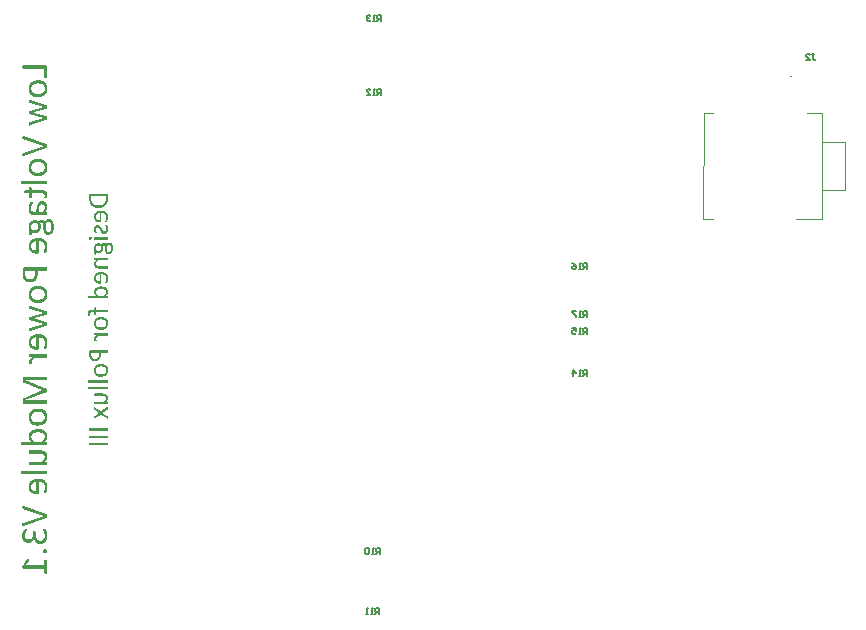
<source format=gbo>
G04*
G04 #@! TF.GenerationSoftware,Altium Limited,Altium Designer,22.9.1 (49)*
G04*
G04 Layer_Color=32896*
%FSLAX25Y25*%
%MOIN*%
G70*
G04*
G04 #@! TF.SameCoordinates,31D07EA8-2EF4-44A7-A807-3D2BB65C9B75*
G04*
G04*
G04 #@! TF.FilePolarity,Positive*
G04*
G01*
G75*
%ADD12C,0.00394*%
%ADD14C,0.00500*%
G36*
X135150Y202801D02*
X135227Y202790D01*
X135281Y202769D01*
X135336Y202747D01*
X135369Y202725D01*
X135391Y202714D01*
X135413Y202692D01*
X135467Y202594D01*
X135489Y202506D01*
X135500Y202441D01*
Y198768D01*
X135489Y198735D01*
X135478Y198724D01*
Y198714D01*
X135424Y198659D01*
X135402Y198648D01*
X135391D01*
X135336Y198626D01*
X135292Y198615D01*
X135259Y198604D01*
X135249D01*
X135172Y198593D01*
X135107Y198582D01*
X135052D01*
X135030D01*
X134943D01*
X134877Y198593D01*
X134833Y198604D01*
X134822D01*
X134757Y198615D01*
X134713Y198626D01*
X134691Y198637D01*
X134680Y198648D01*
X134615Y198692D01*
X134604Y198703D01*
X134593Y198714D01*
X134571Y198746D01*
X134560Y198779D01*
Y201730D01*
X127521D01*
X127488D01*
X127455Y201741D01*
X127445Y201752D01*
X127434Y201763D01*
X127401Y201785D01*
X127379Y201818D01*
X127368Y201839D01*
Y201850D01*
X127357Y201905D01*
X127346Y201960D01*
X127335Y202003D01*
Y202025D01*
X127324Y202102D01*
X127313Y202189D01*
Y202386D01*
X127324Y202463D01*
X127335Y202517D01*
Y202539D01*
X127346Y202605D01*
X127357Y202659D01*
X127368Y202692D01*
Y202703D01*
X127390Y202747D01*
X127412Y202769D01*
X127423Y202790D01*
X127434D01*
X127488Y202812D01*
X127510D01*
X127521D01*
X135063D01*
X135150Y202801D01*
D02*
G37*
G36*
X132822Y197894D02*
X133063Y197883D01*
X133281Y197850D01*
X133478Y197817D01*
X133631Y197795D01*
X133751Y197763D01*
X133795Y197752D01*
X133828D01*
X133839Y197741D01*
X133850D01*
X134057Y197664D01*
X134243Y197588D01*
X134407Y197500D01*
X134538Y197413D01*
X134658Y197347D01*
X134746Y197282D01*
X134790Y197238D01*
X134811Y197227D01*
X134953Y197085D01*
X135074Y196943D01*
X135172Y196801D01*
X135259Y196659D01*
X135325Y196549D01*
X135369Y196451D01*
X135402Y196385D01*
X135413Y196374D01*
Y196364D01*
X135478Y196156D01*
X135533Y195948D01*
X135566Y195741D01*
X135598Y195555D01*
X135609Y195391D01*
Y195314D01*
X135620Y195260D01*
Y195139D01*
X135609Y194877D01*
X135587Y194648D01*
X135544Y194429D01*
X135500Y194243D01*
X135467Y194090D01*
X135424Y193981D01*
X135413Y193937D01*
X135402Y193904D01*
X135391Y193893D01*
Y193883D01*
X135292Y193686D01*
X135183Y193511D01*
X135074Y193358D01*
X134975Y193227D01*
X134877Y193117D01*
X134801Y193041D01*
X134757Y192986D01*
X134735Y192975D01*
X134571Y192844D01*
X134396Y192735D01*
X134232Y192647D01*
X134068Y192571D01*
X133937Y192505D01*
X133828Y192462D01*
X133784Y192451D01*
X133751Y192440D01*
X133740Y192429D01*
X133729D01*
X133500Y192363D01*
X133281Y192320D01*
X133063Y192287D01*
X132866Y192265D01*
X132702Y192254D01*
X132625Y192243D01*
X132571D01*
X132516D01*
X132483D01*
X132461D01*
X132450D01*
X132188Y192254D01*
X131948Y192265D01*
X131729Y192298D01*
X131543Y192330D01*
X131390Y192363D01*
X131270Y192385D01*
X131226Y192396D01*
X131194Y192407D01*
X131183Y192418D01*
X131172D01*
X130964Y192494D01*
X130778Y192571D01*
X130614Y192658D01*
X130472Y192746D01*
X130363Y192822D01*
X130275Y192888D01*
X130232Y192931D01*
X130210Y192943D01*
X130068Y193074D01*
X129947Y193216D01*
X129849Y193369D01*
X129762Y193500D01*
X129696Y193620D01*
X129641Y193719D01*
X129620Y193784D01*
X129609Y193795D01*
Y193806D01*
X129532Y194003D01*
X129478Y194210D01*
X129445Y194418D01*
X129412Y194604D01*
X129401Y194768D01*
Y194844D01*
X129390Y194899D01*
Y195019D01*
X129401Y195282D01*
X129423Y195522D01*
X129467Y195741D01*
X129510Y195926D01*
X129554Y196079D01*
X129598Y196189D01*
X129609Y196232D01*
X129620Y196265D01*
X129631Y196276D01*
Y196287D01*
X129729Y196484D01*
X129827Y196659D01*
X129937Y196812D01*
X130046Y196943D01*
X130144Y197052D01*
X130221Y197129D01*
X130264Y197172D01*
X130286Y197194D01*
X130450Y197325D01*
X130614Y197435D01*
X130789Y197522D01*
X130942Y197599D01*
X131084Y197653D01*
X131194Y197697D01*
X131237Y197708D01*
X131270Y197719D01*
X131281Y197730D01*
X131292D01*
X131510Y197784D01*
X131729Y197828D01*
X131948Y197861D01*
X132144Y197883D01*
X132308Y197894D01*
X132385D01*
X132440Y197905D01*
X132494D01*
X132527D01*
X132549D01*
X132560D01*
X132822Y197894D01*
D02*
G37*
G36*
X129729Y191336D02*
X129762D01*
X129773D01*
X129827Y191314D01*
X129871Y191303D01*
X129915Y191281D01*
X129926D01*
X135314Y189631D01*
X135358Y189609D01*
X135391Y189598D01*
X135413Y189576D01*
X135424D01*
X135456Y189543D01*
X135467Y189499D01*
X135489Y189467D01*
Y189456D01*
X135500Y189390D01*
Y189325D01*
X135511Y189281D01*
Y189259D01*
X135522Y189150D01*
X135533Y189051D01*
Y188811D01*
X135522Y188713D01*
Y188625D01*
X135511Y188538D01*
X135500Y188472D01*
X135489Y188428D01*
Y188417D01*
X135467Y188363D01*
X135445Y188319D01*
X135434Y188297D01*
X135424Y188286D01*
X135347Y188232D01*
X135325Y188221D01*
X135314D01*
X131204Y187128D01*
X131139Y187106D01*
X131204Y187095D01*
X135314Y185915D01*
X135358Y185893D01*
X135391Y185882D01*
X135413Y185860D01*
X135424D01*
X135456Y185827D01*
X135467Y185783D01*
X135489Y185750D01*
Y185740D01*
X135500Y185674D01*
Y185608D01*
X135511Y185554D01*
Y185532D01*
X135522Y185423D01*
X135533Y185313D01*
Y185062D01*
X135522Y184975D01*
Y184887D01*
X135511Y184800D01*
X135500Y184734D01*
X135489Y184701D01*
Y184690D01*
X135467Y184636D01*
X135445Y184603D01*
X135434Y184581D01*
X135424Y184570D01*
X135391Y184537D01*
X135347Y184526D01*
X135325Y184516D01*
X135314D01*
X129926Y182843D01*
X129860Y182821D01*
X129816Y182810D01*
X129784Y182799D01*
X129773D01*
X129729Y182789D01*
X129696D01*
X129674D01*
X129663D01*
X129598Y182799D01*
X129587Y182810D01*
X129576D01*
X129554Y182832D01*
X129532Y182854D01*
X129521Y182876D01*
Y182887D01*
X129510Y182931D01*
X129499Y182974D01*
X129489Y183018D01*
Y183029D01*
X129478Y183106D01*
Y183466D01*
X129489Y183521D01*
Y183543D01*
X129499Y183608D01*
X129510Y183663D01*
X129521Y183696D01*
Y183707D01*
X129565Y183772D01*
X129576Y183783D01*
X129587Y183794D01*
X129652Y183816D01*
X129674Y183827D01*
X129685D01*
X134352Y185182D01*
X134407D01*
X134352Y185193D01*
X129674Y186548D01*
X129609Y186581D01*
X129598Y186592D01*
X129587D01*
X129554Y186614D01*
X129532Y186636D01*
X129521Y186658D01*
Y186669D01*
X129510Y186712D01*
X129499Y186767D01*
X129489Y186800D01*
Y186822D01*
X129478Y186898D01*
Y187259D01*
X129489Y187303D01*
Y187325D01*
X129499Y187390D01*
X129510Y187445D01*
X129521Y187478D01*
Y187488D01*
X129565Y187554D01*
X129576Y187565D01*
X129587Y187576D01*
X129652Y187598D01*
X129674Y187609D01*
X129685D01*
X134352Y188866D01*
X134407Y188876D01*
X134352Y188887D01*
X129685Y190254D01*
X129620Y190287D01*
X129598Y190297D01*
X129587D01*
X129554Y190319D01*
X129532Y190352D01*
X129521Y190374D01*
Y190385D01*
X129510Y190429D01*
X129499Y190483D01*
X129489Y190527D01*
Y190549D01*
X129478Y190636D01*
Y191008D01*
X129489Y191052D01*
Y191074D01*
X129499Y191139D01*
X129510Y191194D01*
X129521Y191226D01*
Y191237D01*
X129554Y191303D01*
X129565Y191314D01*
X129576Y191325D01*
X129631Y191347D01*
X129652D01*
X129663D01*
X129729Y191336D01*
D02*
G37*
G36*
X127587Y179302D02*
X127663Y179280D01*
X127718Y179269D01*
X127729Y179258D01*
X127740D01*
X135303Y176591D01*
X135369Y176569D01*
X135380Y176558D01*
X135391D01*
X135434Y176526D01*
X135445Y176504D01*
X135456D01*
X135478Y176438D01*
X135489Y176416D01*
Y176405D01*
X135500Y176318D01*
X135511Y176285D01*
Y176274D01*
X135522Y176220D01*
Y176099D01*
X135533Y176012D01*
Y175728D01*
X135522Y175629D01*
Y175553D01*
X135511Y175476D01*
X135500Y175411D01*
X135489Y175367D01*
Y175356D01*
X135467Y175302D01*
X135445Y175258D01*
X135434Y175236D01*
X135424Y175225D01*
X135347Y175170D01*
X135325Y175159D01*
X135314D01*
X127751Y172503D01*
X127652Y172471D01*
X127587Y172460D01*
X127532Y172449D01*
X127521D01*
X127466D01*
X127423Y172460D01*
X127401Y172471D01*
X127390Y172482D01*
X127357Y172514D01*
X127346Y172569D01*
X127335Y172613D01*
Y172634D01*
X127324Y172733D01*
X127313Y172831D01*
Y173159D01*
X127324Y173225D01*
Y173247D01*
X127335Y173323D01*
X127346Y173378D01*
X127357Y173411D01*
X127368Y173422D01*
X127412Y173487D01*
X127423Y173498D01*
X127434Y173509D01*
X127499Y173531D01*
X127532Y173542D01*
X127543D01*
X134385Y175815D01*
X127532Y178154D01*
X127488Y178176D01*
X127455Y178198D01*
X127445Y178209D01*
X127434Y178220D01*
X127401Y178242D01*
X127379Y178263D01*
X127368Y178285D01*
Y178296D01*
X127346Y178340D01*
X127335Y178395D01*
X127324Y178438D01*
Y178460D01*
X127313Y178548D01*
Y178876D01*
X127324Y178985D01*
Y179029D01*
X127335Y179061D01*
Y179083D01*
X127346Y179160D01*
X127368Y179214D01*
X127379Y179247D01*
X127390Y179258D01*
X127434Y179291D01*
X127466Y179302D01*
X127510Y179313D01*
X127521D01*
X127587Y179302D01*
D02*
G37*
G36*
X132822Y171629D02*
X133063Y171618D01*
X133281Y171585D01*
X133478Y171553D01*
X133631Y171531D01*
X133751Y171498D01*
X133795Y171487D01*
X133828D01*
X133839Y171476D01*
X133850D01*
X134057Y171399D01*
X134243Y171323D01*
X134407Y171236D01*
X134538Y171148D01*
X134658Y171082D01*
X134746Y171017D01*
X134790Y170973D01*
X134811Y170962D01*
X134953Y170820D01*
X135074Y170678D01*
X135172Y170536D01*
X135259Y170394D01*
X135325Y170285D01*
X135369Y170186D01*
X135402Y170121D01*
X135413Y170110D01*
Y170099D01*
X135478Y169891D01*
X135533Y169683D01*
X135566Y169476D01*
X135598Y169290D01*
X135609Y169126D01*
Y169050D01*
X135620Y168995D01*
Y168875D01*
X135609Y168612D01*
X135587Y168383D01*
X135544Y168164D01*
X135500Y167978D01*
X135467Y167825D01*
X135424Y167716D01*
X135413Y167672D01*
X135402Y167640D01*
X135391Y167629D01*
Y167618D01*
X135292Y167421D01*
X135183Y167246D01*
X135074Y167093D01*
X134975Y166962D01*
X134877Y166853D01*
X134801Y166776D01*
X134757Y166721D01*
X134735Y166710D01*
X134571Y166579D01*
X134396Y166470D01*
X134232Y166383D01*
X134068Y166306D01*
X133937Y166241D01*
X133828Y166197D01*
X133784Y166186D01*
X133751Y166175D01*
X133740Y166164D01*
X133729D01*
X133500Y166098D01*
X133281Y166055D01*
X133063Y166022D01*
X132866Y166000D01*
X132702Y165989D01*
X132625Y165978D01*
X132571D01*
X132516D01*
X132483D01*
X132461D01*
X132450D01*
X132188Y165989D01*
X131948Y166000D01*
X131729Y166033D01*
X131543Y166066D01*
X131390Y166098D01*
X131270Y166120D01*
X131226Y166131D01*
X131194Y166142D01*
X131183Y166153D01*
X131172D01*
X130964Y166230D01*
X130778Y166306D01*
X130614Y166393D01*
X130472Y166481D01*
X130363Y166558D01*
X130275Y166623D01*
X130232Y166667D01*
X130210Y166678D01*
X130068Y166809D01*
X129947Y166951D01*
X129849Y167104D01*
X129762Y167235D01*
X129696Y167355D01*
X129641Y167454D01*
X129620Y167519D01*
X129609Y167530D01*
Y167541D01*
X129532Y167738D01*
X129478Y167946D01*
X129445Y168153D01*
X129412Y168339D01*
X129401Y168503D01*
Y168579D01*
X129390Y168634D01*
Y168754D01*
X129401Y169017D01*
X129423Y169257D01*
X129467Y169476D01*
X129510Y169662D01*
X129554Y169815D01*
X129598Y169924D01*
X129609Y169968D01*
X129620Y170000D01*
X129631Y170011D01*
Y170022D01*
X129729Y170219D01*
X129827Y170394D01*
X129937Y170547D01*
X130046Y170678D01*
X130144Y170787D01*
X130221Y170864D01*
X130264Y170908D01*
X130286Y170930D01*
X130450Y171061D01*
X130614Y171170D01*
X130789Y171257D01*
X130942Y171334D01*
X131084Y171388D01*
X131194Y171432D01*
X131237Y171443D01*
X131270Y171454D01*
X131281Y171465D01*
X131292D01*
X131510Y171520D01*
X131729Y171563D01*
X131948Y171596D01*
X132144Y171618D01*
X132308Y171629D01*
X132385D01*
X132440Y171640D01*
X132494D01*
X132527D01*
X132549D01*
X132560D01*
X132822Y171629D01*
D02*
G37*
G36*
X135402Y164437D02*
X135424Y164426D01*
X135434D01*
X135456Y164404D01*
X135478Y164382D01*
X135489Y164360D01*
Y164350D01*
X135500Y164306D01*
Y164251D01*
X135511Y164207D01*
Y164197D01*
X135522Y164109D01*
X135533Y164022D01*
Y163825D01*
X135522Y163749D01*
X135511Y163705D01*
Y163683D01*
X135500Y163606D01*
Y163563D01*
X135489Y163530D01*
Y163519D01*
X135467Y163486D01*
X135456Y163464D01*
X135434Y163442D01*
X135402Y163421D01*
X135369Y163410D01*
X135358D01*
X135347D01*
X126931D01*
X126898D01*
X126865Y163421D01*
X126854Y163432D01*
X126843Y163442D01*
X126811Y163464D01*
X126789Y163486D01*
X126778Y163508D01*
Y163519D01*
X126767Y163563D01*
X126756Y163617D01*
X126745Y163661D01*
Y163683D01*
X126734Y163759D01*
X126723Y163847D01*
Y164044D01*
X126734Y164120D01*
X126745Y164175D01*
Y164197D01*
X126756Y164262D01*
X126767Y164306D01*
X126778Y164339D01*
Y164350D01*
X126800Y164382D01*
X126822Y164404D01*
X126832Y164426D01*
X126843D01*
X126898Y164448D01*
X126920D01*
X126931D01*
X135347D01*
X135402Y164437D01*
D02*
G37*
G36*
X130101Y162229D02*
X130155Y162218D01*
X130199Y162207D01*
X130254Y162196D01*
X130275Y162186D01*
X130330Y162142D01*
X130363Y162087D01*
X130374Y162043D01*
Y161234D01*
X133696D01*
X133871D01*
X134035Y161224D01*
X134177Y161202D01*
X134309Y161191D01*
X134407Y161169D01*
X134484Y161158D01*
X134527Y161147D01*
X134549D01*
X134680Y161114D01*
X134790Y161071D01*
X134899Y161016D01*
X134986Y160972D01*
X135052Y160928D01*
X135107Y160896D01*
X135139Y160874D01*
X135150Y160863D01*
X135303Y160688D01*
X135413Y160524D01*
X135445Y160448D01*
X135478Y160393D01*
X135489Y160349D01*
X135500Y160338D01*
X135533Y160218D01*
X135566Y160087D01*
X135587Y159956D01*
X135598Y159846D01*
Y159737D01*
X135609Y159661D01*
Y159475D01*
X135598Y159387D01*
X135587Y159322D01*
Y159300D01*
X135566Y159191D01*
X135555Y159103D01*
X135533Y159049D01*
Y159027D01*
X135511Y158939D01*
X135500Y158863D01*
X135478Y158819D01*
Y158797D01*
X135445Y158732D01*
X135413Y158677D01*
X135402Y158655D01*
X135391Y158644D01*
X135347Y158611D01*
X135292Y158589D01*
X135249Y158568D01*
X135227D01*
X135139Y158546D01*
X135041Y158535D01*
X134997D01*
X134964D01*
X134943D01*
X134932D01*
X134855D01*
X134801Y158546D01*
X134757Y158557D01*
X134746D01*
X134691Y158568D01*
X134658Y158579D01*
X134636Y158589D01*
X134626D01*
X134593Y158600D01*
X134582Y158611D01*
X134571Y158622D01*
Y158633D01*
X134549Y158666D01*
Y158721D01*
X134560Y158753D01*
X134571Y158786D01*
X134582Y158797D01*
X134604Y158852D01*
X134626Y158896D01*
X134636Y158939D01*
X134647Y158950D01*
X134669Y159016D01*
X134680Y159081D01*
X134691Y159136D01*
X134702Y159147D01*
Y159158D01*
X134713Y159245D01*
X134724Y159322D01*
Y159409D01*
X134713Y159562D01*
X134680Y159693D01*
X134626Y159803D01*
X134571Y159890D01*
X134527Y159956D01*
X134473Y160000D01*
X134440Y160021D01*
X134429Y160032D01*
X134309Y160087D01*
X134167Y160131D01*
X134013Y160152D01*
X133871Y160174D01*
X133740Y160185D01*
X133642Y160196D01*
X133598D01*
X133565D01*
X133554D01*
X133544D01*
X130374D01*
Y158742D01*
X130363Y158688D01*
X130319Y158633D01*
X130286Y158611D01*
X130275Y158600D01*
X130232Y158579D01*
X130177Y158557D01*
X130079Y158546D01*
X130024Y158535D01*
X129980D01*
X129958D01*
X129947D01*
X129871D01*
X129805Y158546D01*
X129762Y158557D01*
X129751D01*
X129696Y158568D01*
X129652Y158579D01*
X129631Y158589D01*
X129620Y158600D01*
X129587Y158622D01*
X129565Y158644D01*
X129543Y158655D01*
Y158666D01*
X129521Y158688D01*
X129510Y158721D01*
Y160196D01*
X128166D01*
X128133D01*
X128111Y160207D01*
X128089Y160218D01*
Y160229D01*
X128057Y160251D01*
X128035Y160273D01*
X128024Y160295D01*
Y160306D01*
X128002Y160349D01*
X127991Y160404D01*
X127980Y160448D01*
Y160469D01*
X127969Y160546D01*
X127958Y160633D01*
Y160830D01*
X127969Y160907D01*
X127980Y160961D01*
Y160983D01*
X127991Y161049D01*
X128002Y161092D01*
X128013Y161125D01*
X128024Y161136D01*
X128046Y161169D01*
X128068Y161191D01*
X128078Y161213D01*
X128089D01*
X128144Y161234D01*
X128155D01*
X128166D01*
X129510D01*
Y162065D01*
X129521Y162087D01*
X129532Y162109D01*
X129543Y162120D01*
X129565Y162153D01*
X129587Y162174D01*
X129609Y162186D01*
X129620Y162196D01*
X129663Y162207D01*
X129696Y162218D01*
X129740Y162229D01*
X129751D01*
X129816Y162240D01*
X129882D01*
X129926D01*
X129937D01*
X129947D01*
X130024D01*
X130101Y162229D01*
D02*
G37*
G36*
X134046Y157540D02*
X134188Y157529D01*
X134309Y157507D01*
X134418Y157486D01*
X134505Y157464D01*
X134582Y157442D01*
X134626Y157420D01*
X134636D01*
X134746Y157365D01*
X134855Y157300D01*
X134943Y157234D01*
X135019Y157169D01*
X135085Y157114D01*
X135128Y157070D01*
X135161Y157037D01*
X135172Y157027D01*
X135314Y156819D01*
X135369Y156710D01*
X135413Y156611D01*
X135456Y156535D01*
X135478Y156458D01*
X135489Y156414D01*
X135500Y156404D01*
X135544Y156261D01*
X135566Y156119D01*
X135587Y155988D01*
X135609Y155868D01*
Y155759D01*
X135620Y155671D01*
Y155595D01*
X135609Y155409D01*
X135587Y155223D01*
X135555Y155059D01*
X135511Y154917D01*
X135467Y154797D01*
X135434Y154709D01*
X135413Y154655D01*
X135402Y154633D01*
X135314Y154469D01*
X135216Y154305D01*
X135107Y154163D01*
X135008Y154043D01*
X134921Y153944D01*
X134844Y153868D01*
X134801Y153824D01*
X134779Y153802D01*
X135347D01*
X135402Y153791D01*
X135434Y153780D01*
X135456Y153769D01*
X135467Y153758D01*
X135489Y153715D01*
X135500Y153671D01*
X135511Y153627D01*
Y153616D01*
X135522Y153529D01*
X135533Y153452D01*
Y153234D01*
X135522Y153157D01*
X135511Y153103D01*
Y153092D01*
X135500Y153037D01*
X135489Y152982D01*
X135467Y152961D01*
Y152950D01*
X135434Y152917D01*
X135391Y152906D01*
X135358Y152895D01*
X135347D01*
X131532D01*
X131336D01*
X131161Y152917D01*
X131008Y152928D01*
X130866Y152950D01*
X130756Y152971D01*
X130669Y152993D01*
X130625Y153004D01*
X130603Y153015D01*
X130461Y153070D01*
X130330Y153124D01*
X130221Y153190D01*
X130122Y153256D01*
X130046Y153310D01*
X129991Y153365D01*
X129958Y153398D01*
X129947Y153409D01*
X129849Y153518D01*
X129762Y153627D01*
X129696Y153737D01*
X129641Y153846D01*
X129587Y153944D01*
X129554Y154021D01*
X129543Y154075D01*
X129532Y154097D01*
X129489Y154261D01*
X129445Y154436D01*
X129423Y154611D01*
X129412Y154775D01*
X129401Y154917D01*
X129390Y155037D01*
Y155136D01*
X129401Y155376D01*
X129412Y155485D01*
X129423Y155584D01*
X129434Y155671D01*
X129445Y155737D01*
X129456Y155780D01*
Y155791D01*
X129499Y156021D01*
X129532Y156119D01*
X129554Y156207D01*
X129576Y156283D01*
X129587Y156338D01*
X129609Y156371D01*
Y156382D01*
X129674Y156567D01*
X129707Y156655D01*
X129740Y156720D01*
X129762Y156786D01*
X129784Y156830D01*
X129805Y156852D01*
Y156863D01*
X129849Y156939D01*
X129882Y156994D01*
X129947Y157092D01*
X129991Y157136D01*
X130002Y157158D01*
X130057Y157201D01*
X130122Y157234D01*
X130155Y157256D01*
X130177D01*
X130254Y157267D01*
X130330Y157278D01*
X130396D01*
X130418D01*
X130429D01*
X130494D01*
X130549Y157267D01*
X130592D01*
X130603D01*
X130658Y157256D01*
X130702Y157245D01*
X130724Y157234D01*
X130735D01*
X130778Y157191D01*
X130800Y157169D01*
X130822Y157103D01*
Y157070D01*
X130811Y157005D01*
X130778Y156939D01*
X130745Y156874D01*
X130735Y156863D01*
Y156852D01*
X130669Y156720D01*
X130603Y156589D01*
X130581Y156535D01*
X130560Y156491D01*
X130538Y156469D01*
Y156458D01*
X130450Y156272D01*
X130385Y156108D01*
X130363Y156032D01*
X130341Y155977D01*
X130330Y155933D01*
Y155923D01*
X130275Y155682D01*
X130254Y155573D01*
X130243Y155464D01*
X130232Y155376D01*
Y155103D01*
X130243Y154983D01*
X130254Y154884D01*
X130275Y154797D01*
X130286Y154731D01*
X130308Y154676D01*
X130319Y154644D01*
Y154633D01*
X130396Y154458D01*
X130439Y154392D01*
X130472Y154338D01*
X130516Y154294D01*
X130538Y154261D01*
X130560Y154239D01*
X130571Y154228D01*
X130702Y154130D01*
X130844Y154065D01*
X130898Y154043D01*
X130942Y154021D01*
X130975Y154010D01*
X130986D01*
X131183Y153966D01*
X131281Y153955D01*
X131368Y153944D01*
X131445Y153933D01*
X131510D01*
X131554D01*
X131565D01*
X132002D01*
Y154961D01*
X132024Y155179D01*
X132035Y155387D01*
X132057Y155562D01*
X132079Y155704D01*
X132101Y155813D01*
X132112Y155857D01*
Y155890D01*
X132123Y155901D01*
Y155912D01*
X132177Y156097D01*
X132232Y156272D01*
X132287Y156425D01*
X132352Y156556D01*
X132396Y156666D01*
X132440Y156742D01*
X132472Y156786D01*
X132483Y156808D01*
X132571Y156939D01*
X132669Y157048D01*
X132767Y157147D01*
X132855Y157223D01*
X132942Y157289D01*
X133008Y157333D01*
X133052Y157354D01*
X133063Y157365D01*
X133194Y157431D01*
X133336Y157475D01*
X133478Y157507D01*
X133609Y157529D01*
X133718Y157540D01*
X133817Y157551D01*
X133871D01*
X133882D01*
X133893D01*
X134046Y157540D01*
D02*
G37*
G36*
X136385Y151605D02*
X136495Y151594D01*
X136604Y151572D01*
X136691Y151551D01*
X136757Y151529D01*
X136822Y151507D01*
X136855Y151485D01*
X136866D01*
X136965Y151419D01*
X137063Y151354D01*
X137139Y151277D01*
X137216Y151212D01*
X137271Y151146D01*
X137314Y151092D01*
X137336Y151048D01*
X137347Y151037D01*
X137424Y150917D01*
X137489Y150786D01*
X137544Y150654D01*
X137588Y150523D01*
X137620Y150414D01*
X137653Y150326D01*
X137664Y150272D01*
X137675Y150250D01*
X137719Y150064D01*
X137741Y149867D01*
X137762Y149671D01*
X137784Y149485D01*
Y149321D01*
X137795Y149190D01*
Y149080D01*
X137784Y148818D01*
X137773Y148589D01*
X137741Y148381D01*
X137708Y148195D01*
X137686Y148053D01*
X137653Y147933D01*
X137642Y147900D01*
Y147867D01*
X137631Y147856D01*
Y147845D01*
X137566Y147660D01*
X137500Y147485D01*
X137424Y147343D01*
X137358Y147211D01*
X137303Y147113D01*
X137249Y147047D01*
X137216Y146993D01*
X137205Y146982D01*
X137107Y146862D01*
X136997Y146763D01*
X136899Y146676D01*
X136801Y146599D01*
X136713Y146545D01*
X136648Y146512D01*
X136604Y146490D01*
X136593Y146479D01*
X136462Y146424D01*
X136331Y146381D01*
X136199Y146359D01*
X136090Y146337D01*
X135992Y146326D01*
X135915Y146315D01*
X135872D01*
X135850D01*
X135719Y146326D01*
X135598Y146337D01*
X135489Y146359D01*
X135402Y146392D01*
X135325Y146424D01*
X135259Y146446D01*
X135227Y146457D01*
X135216Y146468D01*
X135117Y146523D01*
X135019Y146588D01*
X134943Y146654D01*
X134866Y146720D01*
X134811Y146785D01*
X134768Y146829D01*
X134746Y146862D01*
X134735Y146872D01*
X134604Y147069D01*
X134560Y147168D01*
X134516Y147266D01*
X134484Y147353D01*
X134462Y147419D01*
X134440Y147463D01*
Y147474D01*
X134374Y147747D01*
X134352Y147867D01*
X134341Y147987D01*
X134330Y148097D01*
X134319Y148173D01*
Y148250D01*
X134254Y149725D01*
X134243Y149846D01*
X134221Y149955D01*
X134199Y150042D01*
X134177Y150130D01*
X134145Y150184D01*
X134123Y150239D01*
X134112Y150261D01*
X134101Y150272D01*
X134046Y150337D01*
X133981Y150381D01*
X133926Y150425D01*
X133871Y150447D01*
X133817Y150458D01*
X133773Y150469D01*
X133751D01*
X133740D01*
X133609Y150458D01*
X133500Y150436D01*
X133456Y150425D01*
X133423Y150414D01*
X133412Y150403D01*
X133401D01*
X133303Y150348D01*
X133216Y150294D01*
X133161Y150250D01*
X133139Y150228D01*
X133194Y150152D01*
X133238Y150075D01*
X133303Y149922D01*
X133336Y149856D01*
X133358Y149802D01*
X133369Y149758D01*
Y149747D01*
X133423Y149507D01*
X133434Y149397D01*
X133445Y149299D01*
X133456Y149212D01*
Y149080D01*
X133445Y148906D01*
X133434Y148742D01*
X133412Y148589D01*
X133390Y148457D01*
X133369Y148348D01*
X133347Y148261D01*
X133325Y148217D01*
Y148195D01*
X133270Y148053D01*
X133205Y147911D01*
X133139Y147791D01*
X133073Y147692D01*
X133008Y147605D01*
X132964Y147550D01*
X132931Y147506D01*
X132921Y147495D01*
X132822Y147386D01*
X132713Y147299D01*
X132604Y147222D01*
X132505Y147157D01*
X132418Y147113D01*
X132352Y147080D01*
X132298Y147058D01*
X132287Y147047D01*
X132144Y146993D01*
X131992Y146949D01*
X131849Y146927D01*
X131707Y146905D01*
X131598Y146894D01*
X131500Y146883D01*
X131445D01*
X131423D01*
X131204Y146894D01*
X131117Y146916D01*
X131030Y146927D01*
X130953Y146949D01*
X130898Y146971D01*
X130866Y146982D01*
X130855D01*
X130756Y147015D01*
X130658Y147069D01*
X130571Y147113D01*
X130505Y147168D01*
X130439Y147211D01*
X130396Y147255D01*
X130363Y147277D01*
X130352Y147288D01*
Y146468D01*
X130341Y146403D01*
X130308Y146359D01*
X130275Y146326D01*
X130264Y146315D01*
X130221Y146293D01*
X130166Y146271D01*
X130068Y146260D01*
X130013Y146249D01*
X129969D01*
X129947D01*
X129937D01*
X129795Y146260D01*
X129696Y146271D01*
X129641Y146293D01*
X129620Y146304D01*
X129554Y146348D01*
X129521Y146403D01*
X129510Y146446D01*
Y148184D01*
X129478Y148337D01*
X129456Y148468D01*
X129445Y148523D01*
X129434Y148567D01*
Y148610D01*
X129412Y148774D01*
X129401Y148927D01*
Y149080D01*
X129412Y149255D01*
X129423Y149419D01*
X129445Y149572D01*
X129467Y149703D01*
X129499Y149813D01*
X129521Y149889D01*
X129532Y149944D01*
X129543Y149966D01*
X129598Y150108D01*
X129663Y150250D01*
X129740Y150359D01*
X129805Y150469D01*
X129860Y150545D01*
X129915Y150611D01*
X129947Y150654D01*
X129958Y150665D01*
X130057Y150775D01*
X130166Y150862D01*
X130275Y150938D01*
X130374Y151004D01*
X130472Y151059D01*
X130538Y151092D01*
X130581Y151113D01*
X130603Y151124D01*
X130745Y151179D01*
X130898Y151212D01*
X131041Y151244D01*
X131183Y151256D01*
X131292Y151266D01*
X131390Y151277D01*
X131445D01*
X131456D01*
X131467D01*
X131620D01*
X131751Y151256D01*
X131871Y151244D01*
X131981Y151223D01*
X132057Y151201D01*
X132123Y151190D01*
X132166Y151168D01*
X132177D01*
X132385Y151070D01*
X132472Y151026D01*
X132549Y150971D01*
X132615Y150928D01*
X132658Y150895D01*
X132691Y150873D01*
X132702Y150862D01*
X132888Y151015D01*
X132975Y151081D01*
X133063Y151135D01*
X133139Y151179D01*
X133194Y151212D01*
X133238Y151234D01*
X133248Y151244D01*
X133358Y151299D01*
X133478Y151332D01*
X133598Y151365D01*
X133707Y151376D01*
X133795Y151387D01*
X133871Y151398D01*
X133915D01*
X133937D01*
X134035Y151387D01*
X134134Y151376D01*
X134221Y151354D01*
X134298Y151321D01*
X134363Y151299D01*
X134407Y151277D01*
X134440Y151266D01*
X134451Y151256D01*
X134538Y151190D01*
X134615Y151124D01*
X134680Y151048D01*
X134735Y150982D01*
X134779Y150917D01*
X134811Y150862D01*
X134833Y150818D01*
X134844Y150807D01*
X134964Y150949D01*
X135074Y151059D01*
X135107Y151102D01*
X135139Y151124D01*
X135161Y151146D01*
X135172Y151157D01*
X135292Y151266D01*
X135391Y151343D01*
X135434Y151376D01*
X135467Y151398D01*
X135489Y151419D01*
X135500D01*
X135620Y151485D01*
X135740Y151529D01*
X135784Y151551D01*
X135828Y151561D01*
X135850Y151572D01*
X135861D01*
X136003Y151594D01*
X136134Y151605D01*
X136189Y151616D01*
X136232D01*
X136254D01*
X136265D01*
X136385Y151605D01*
D02*
G37*
G36*
X132811Y145288D02*
X133073Y145266D01*
X133303Y145244D01*
X133500Y145211D01*
X133664Y145178D01*
X133729Y145168D01*
X133784Y145146D01*
X133828Y145135D01*
X133861D01*
X133871Y145124D01*
X133882D01*
X134090Y145047D01*
X134276Y144960D01*
X134440Y144872D01*
X134582Y144785D01*
X134702Y144697D01*
X134790Y144632D01*
X134833Y144588D01*
X134855Y144577D01*
X134986Y144435D01*
X135107Y144282D01*
X135205Y144140D01*
X135292Y143998D01*
X135347Y143878D01*
X135402Y143779D01*
X135424Y143714D01*
X135434Y143703D01*
Y143692D01*
X135500Y143484D01*
X135544Y143277D01*
X135576Y143069D01*
X135598Y142883D01*
X135609Y142719D01*
Y142643D01*
X135620Y142588D01*
Y142315D01*
X135609Y142184D01*
X135598Y142052D01*
X135587Y141943D01*
X135576Y141845D01*
X135566Y141779D01*
X135555Y141725D01*
Y141714D01*
X135533Y141582D01*
X135511Y141462D01*
X135489Y141353D01*
X135478Y141265D01*
X135456Y141189D01*
X135445Y141134D01*
X135434Y141102D01*
Y141091D01*
X135402Y140992D01*
X135380Y140905D01*
X135347Y140828D01*
X135325Y140774D01*
X135314Y140719D01*
X135292Y140686D01*
X135281Y140664D01*
Y140653D01*
X135249Y140599D01*
X135227Y140544D01*
X135183Y140479D01*
X135172Y140457D01*
X135161Y140446D01*
X135117Y140391D01*
X135096Y140380D01*
X135030Y140358D01*
X135019D01*
X135008D01*
X134943Y140347D01*
X134921Y140336D01*
X134910D01*
X134855Y140325D01*
X134811D01*
X134768D01*
X134757D01*
X134680D01*
X134626D01*
X134582Y140336D01*
X134571D01*
X134516Y140347D01*
X134484Y140358D01*
X134462Y140369D01*
X134451D01*
X134396Y140402D01*
X134385Y140413D01*
Y140424D01*
X134363Y140446D01*
X134352Y140479D01*
Y140500D01*
X134363Y140566D01*
X134385Y140642D01*
X134418Y140708D01*
X134429Y140719D01*
Y140730D01*
X134484Y140850D01*
X134527Y140970D01*
X134538Y141025D01*
X134560Y141058D01*
X134571Y141091D01*
Y141102D01*
X134626Y141287D01*
X134669Y141462D01*
X134691Y141539D01*
X134702Y141593D01*
X134713Y141637D01*
Y141648D01*
X134746Y141899D01*
X134768Y142020D01*
Y142129D01*
X134779Y142227D01*
Y142369D01*
X134768Y142555D01*
X134757Y142719D01*
X134735Y142872D01*
X134702Y143003D01*
X134680Y143102D01*
X134658Y143178D01*
X134647Y143222D01*
X134636Y143244D01*
X134582Y143364D01*
X134516Y143484D01*
X134440Y143572D01*
X134374Y143659D01*
X134319Y143725D01*
X134265Y143768D01*
X134232Y143801D01*
X134221Y143812D01*
X134112Y143889D01*
X134003Y143954D01*
X133893Y144009D01*
X133795Y144053D01*
X133707Y144085D01*
X133642Y144107D01*
X133587Y144129D01*
X133576D01*
X133281Y144184D01*
X133139Y144195D01*
X132997Y144206D01*
X132888Y144217D01*
X132789D01*
X132735D01*
X132713D01*
Y140489D01*
X132702Y140380D01*
X132658Y140293D01*
X132625Y140238D01*
X132615Y140216D01*
X132571Y140172D01*
X132516Y140140D01*
X132396Y140096D01*
X132341D01*
X132308Y140085D01*
X132276D01*
X132265D01*
X132079D01*
X131871Y140096D01*
X131685Y140107D01*
X131500Y140129D01*
X131347Y140151D01*
X131226Y140183D01*
X131128Y140205D01*
X131062Y140216D01*
X131041Y140227D01*
X130866Y140282D01*
X130702Y140358D01*
X130560Y140435D01*
X130429Y140500D01*
X130330Y140566D01*
X130254Y140621D01*
X130199Y140664D01*
X130188Y140675D01*
X130057Y140796D01*
X129947Y140927D01*
X129849Y141058D01*
X129762Y141178D01*
X129696Y141287D01*
X129652Y141375D01*
X129620Y141429D01*
X129609Y141440D01*
Y141451D01*
X129532Y141637D01*
X129478Y141823D01*
X129445Y142020D01*
X129412Y142194D01*
X129401Y142348D01*
X129390Y142479D01*
Y142588D01*
X129401Y142817D01*
X129423Y143025D01*
X129456Y143222D01*
X129499Y143386D01*
X129543Y143517D01*
X129576Y143626D01*
X129598Y143692D01*
X129609Y143703D01*
Y143714D01*
X129696Y143900D01*
X129795Y144063D01*
X129904Y144206D01*
X130002Y144337D01*
X130101Y144435D01*
X130177Y144512D01*
X130221Y144555D01*
X130243Y144577D01*
X130396Y144697D01*
X130571Y144807D01*
X130735Y144905D01*
X130887Y144971D01*
X131019Y145036D01*
X131128Y145080D01*
X131172Y145091D01*
X131204Y145102D01*
X131215Y145113D01*
X131226D01*
X131445Y145178D01*
X131675Y145222D01*
X131893Y145255D01*
X132101Y145277D01*
X132276Y145288D01*
X132352D01*
X132418Y145299D01*
X132461D01*
X132505D01*
X132527D01*
X132538D01*
X132811Y145288D01*
D02*
G37*
G36*
X135402Y135462D02*
X135424Y135451D01*
X135434D01*
X135456Y135429D01*
X135478Y135396D01*
X135489Y135374D01*
Y135363D01*
X135500Y135309D01*
Y135254D01*
X135511Y135210D01*
Y135199D01*
X135522Y135112D01*
X135533Y135024D01*
Y134828D01*
X135522Y134751D01*
X135511Y134707D01*
Y134686D01*
X135500Y134609D01*
Y134565D01*
X135489Y134533D01*
Y134522D01*
X135467Y134478D01*
X135456Y134445D01*
X135434Y134434D01*
Y134423D01*
X135402Y134401D01*
X135369Y134390D01*
X135347D01*
X135336D01*
X132396D01*
Y133472D01*
X132385Y133199D01*
X132363Y132948D01*
X132341Y132729D01*
X132298Y132543D01*
X132265Y132379D01*
X132243Y132270D01*
X132232Y132226D01*
X132221Y132194D01*
X132210Y132183D01*
Y132172D01*
X132133Y131975D01*
X132046Y131800D01*
X131959Y131636D01*
X131882Y131505D01*
X131806Y131396D01*
X131740Y131319D01*
X131696Y131275D01*
X131685Y131254D01*
X131543Y131122D01*
X131401Y131002D01*
X131270Y130904D01*
X131128Y130816D01*
X131019Y130762D01*
X130920Y130707D01*
X130866Y130685D01*
X130844Y130674D01*
X130658Y130609D01*
X130461Y130554D01*
X130275Y130521D01*
X130112Y130489D01*
X129958Y130477D01*
X129838Y130467D01*
X129795D01*
X129762D01*
X129751D01*
X129740D01*
X129576D01*
X129412Y130489D01*
X129270Y130510D01*
X129150Y130532D01*
X129040Y130554D01*
X128964Y130576D01*
X128920Y130587D01*
X128898Y130598D01*
X128756Y130652D01*
X128636Y130707D01*
X128516Y130773D01*
X128417Y130827D01*
X128341Y130882D01*
X128286Y130926D01*
X128243Y130958D01*
X128232Y130969D01*
X128122Y131068D01*
X128035Y131166D01*
X127947Y131264D01*
X127871Y131352D01*
X127816Y131439D01*
X127772Y131505D01*
X127751Y131549D01*
X127740Y131560D01*
X127674Y131680D01*
X127620Y131811D01*
X127565Y131920D01*
X127532Y132019D01*
X127510Y132106D01*
X127488Y132172D01*
X127477Y132215D01*
Y132226D01*
X127455Y132347D01*
X127434Y132456D01*
X127412Y132554D01*
X127401Y132642D01*
X127390Y132707D01*
X127379Y132762D01*
Y132806D01*
X127357Y132981D01*
Y133068D01*
X127346Y133144D01*
Y135046D01*
X127368Y135167D01*
X127401Y135254D01*
X127434Y135319D01*
X127455Y135330D01*
Y135341D01*
X127499Y135385D01*
X127554Y135418D01*
X127674Y135451D01*
X127729Y135462D01*
X127772Y135473D01*
X127805D01*
X127816D01*
X135336D01*
X135402Y135462D01*
D02*
G37*
G36*
X132822Y129308D02*
X133063Y129297D01*
X133281Y129264D01*
X133478Y129232D01*
X133631Y129210D01*
X133751Y129177D01*
X133795Y129166D01*
X133828D01*
X133839Y129155D01*
X133850D01*
X134057Y129078D01*
X134243Y129002D01*
X134407Y128914D01*
X134538Y128827D01*
X134658Y128761D01*
X134746Y128696D01*
X134790Y128652D01*
X134811Y128641D01*
X134953Y128499D01*
X135074Y128357D01*
X135172Y128215D01*
X135259Y128073D01*
X135325Y127964D01*
X135369Y127865D01*
X135402Y127800D01*
X135413Y127789D01*
Y127778D01*
X135478Y127570D01*
X135533Y127363D01*
X135566Y127155D01*
X135598Y126969D01*
X135609Y126805D01*
Y126728D01*
X135620Y126674D01*
Y126554D01*
X135609Y126291D01*
X135587Y126062D01*
X135544Y125843D01*
X135500Y125657D01*
X135467Y125504D01*
X135424Y125395D01*
X135413Y125351D01*
X135402Y125319D01*
X135391Y125308D01*
Y125297D01*
X135292Y125100D01*
X135183Y124925D01*
X135074Y124772D01*
X134975Y124641D01*
X134877Y124532D01*
X134801Y124455D01*
X134757Y124400D01*
X134735Y124390D01*
X134571Y124258D01*
X134396Y124149D01*
X134232Y124062D01*
X134068Y123985D01*
X133937Y123919D01*
X133828Y123876D01*
X133784Y123865D01*
X133751Y123854D01*
X133740Y123843D01*
X133729D01*
X133500Y123777D01*
X133281Y123734D01*
X133063Y123701D01*
X132866Y123679D01*
X132702Y123668D01*
X132625Y123657D01*
X132571D01*
X132516D01*
X132483D01*
X132461D01*
X132450D01*
X132188Y123668D01*
X131948Y123679D01*
X131729Y123712D01*
X131543Y123745D01*
X131390Y123777D01*
X131270Y123799D01*
X131226Y123810D01*
X131194Y123821D01*
X131183Y123832D01*
X131172D01*
X130964Y123909D01*
X130778Y123985D01*
X130614Y124073D01*
X130472Y124160D01*
X130363Y124237D01*
X130275Y124302D01*
X130232Y124346D01*
X130210Y124357D01*
X130068Y124488D01*
X129947Y124630D01*
X129849Y124783D01*
X129762Y124914D01*
X129696Y125034D01*
X129641Y125133D01*
X129620Y125198D01*
X129609Y125209D01*
Y125220D01*
X129532Y125417D01*
X129478Y125625D01*
X129445Y125832D01*
X129412Y126018D01*
X129401Y126182D01*
Y126259D01*
X129390Y126313D01*
Y126433D01*
X129401Y126696D01*
X129423Y126936D01*
X129467Y127155D01*
X129510Y127341D01*
X129554Y127494D01*
X129598Y127603D01*
X129609Y127647D01*
X129620Y127679D01*
X129631Y127690D01*
Y127701D01*
X129729Y127898D01*
X129827Y128073D01*
X129937Y128226D01*
X130046Y128357D01*
X130144Y128466D01*
X130221Y128543D01*
X130264Y128587D01*
X130286Y128609D01*
X130450Y128740D01*
X130614Y128849D01*
X130789Y128936D01*
X130942Y129013D01*
X131084Y129068D01*
X131194Y129111D01*
X131237Y129122D01*
X131270Y129133D01*
X131281Y129144D01*
X131292D01*
X131510Y129199D01*
X131729Y129242D01*
X131948Y129275D01*
X132144Y129297D01*
X132308Y129308D01*
X132385D01*
X132440Y129319D01*
X132494D01*
X132527D01*
X132549D01*
X132560D01*
X132822Y129308D01*
D02*
G37*
G36*
X129729Y122750D02*
X129762D01*
X129773D01*
X129827Y122728D01*
X129871Y122717D01*
X129915Y122695D01*
X129926D01*
X135314Y121045D01*
X135358Y121023D01*
X135391Y121012D01*
X135413Y120990D01*
X135424D01*
X135456Y120958D01*
X135467Y120914D01*
X135489Y120881D01*
Y120870D01*
X135500Y120805D01*
Y120739D01*
X135511Y120695D01*
Y120673D01*
X135522Y120564D01*
X135533Y120466D01*
Y120225D01*
X135522Y120127D01*
Y120039D01*
X135511Y119952D01*
X135500Y119886D01*
X135489Y119843D01*
Y119832D01*
X135467Y119777D01*
X135445Y119733D01*
X135434Y119711D01*
X135424Y119701D01*
X135347Y119646D01*
X135325Y119635D01*
X135314D01*
X131204Y118542D01*
X131139Y118520D01*
X131204Y118509D01*
X135314Y117329D01*
X135358Y117307D01*
X135391Y117296D01*
X135413Y117274D01*
X135424D01*
X135456Y117241D01*
X135467Y117198D01*
X135489Y117165D01*
Y117154D01*
X135500Y117088D01*
Y117023D01*
X135511Y116968D01*
Y116946D01*
X135522Y116837D01*
X135533Y116728D01*
Y116476D01*
X135522Y116389D01*
Y116301D01*
X135511Y116214D01*
X135500Y116148D01*
X135489Y116115D01*
Y116105D01*
X135467Y116050D01*
X135445Y116017D01*
X135434Y115995D01*
X135424Y115984D01*
X135391Y115952D01*
X135347Y115941D01*
X135325Y115930D01*
X135314D01*
X129926Y114257D01*
X129860Y114235D01*
X129816Y114225D01*
X129784Y114214D01*
X129773D01*
X129729Y114203D01*
X129696D01*
X129674D01*
X129663D01*
X129598Y114214D01*
X129587Y114225D01*
X129576D01*
X129554Y114246D01*
X129532Y114268D01*
X129521Y114290D01*
Y114301D01*
X129510Y114345D01*
X129499Y114389D01*
X129489Y114432D01*
Y114443D01*
X129478Y114520D01*
Y114880D01*
X129489Y114935D01*
Y114957D01*
X129499Y115023D01*
X129510Y115077D01*
X129521Y115110D01*
Y115121D01*
X129565Y115187D01*
X129576Y115197D01*
X129587Y115208D01*
X129652Y115230D01*
X129674Y115241D01*
X129685D01*
X134352Y116596D01*
X134407D01*
X134352Y116607D01*
X129674Y117963D01*
X129609Y117996D01*
X129598Y118006D01*
X129587D01*
X129554Y118028D01*
X129532Y118050D01*
X129521Y118072D01*
Y118083D01*
X129510Y118127D01*
X129499Y118181D01*
X129489Y118214D01*
Y118236D01*
X129478Y118312D01*
Y118673D01*
X129489Y118717D01*
Y118739D01*
X129499Y118804D01*
X129510Y118859D01*
X129521Y118892D01*
Y118903D01*
X129565Y118968D01*
X129576Y118979D01*
X129587Y118990D01*
X129652Y119012D01*
X129674Y119023D01*
X129685D01*
X134352Y120280D01*
X134407Y120291D01*
X134352Y120302D01*
X129685Y121668D01*
X129620Y121701D01*
X129598Y121712D01*
X129587D01*
X129554Y121733D01*
X129532Y121766D01*
X129521Y121788D01*
Y121799D01*
X129510Y121843D01*
X129499Y121897D01*
X129489Y121941D01*
Y121963D01*
X129478Y122050D01*
Y122422D01*
X129489Y122466D01*
Y122488D01*
X129499Y122553D01*
X129510Y122608D01*
X129521Y122641D01*
Y122652D01*
X129554Y122717D01*
X129565Y122728D01*
X129576Y122739D01*
X129631Y122761D01*
X129652D01*
X129663D01*
X129729Y122750D01*
D02*
G37*
G36*
X132811Y113263D02*
X133073Y113241D01*
X133303Y113219D01*
X133500Y113186D01*
X133664Y113154D01*
X133729Y113143D01*
X133784Y113121D01*
X133828Y113110D01*
X133861D01*
X133871Y113099D01*
X133882D01*
X134090Y113022D01*
X134276Y112935D01*
X134440Y112847D01*
X134582Y112760D01*
X134702Y112673D01*
X134790Y112607D01*
X134833Y112563D01*
X134855Y112552D01*
X134986Y112410D01*
X135107Y112257D01*
X135205Y112115D01*
X135292Y111973D01*
X135347Y111853D01*
X135402Y111754D01*
X135424Y111689D01*
X135434Y111678D01*
Y111667D01*
X135500Y111459D01*
X135544Y111252D01*
X135576Y111044D01*
X135598Y110858D01*
X135609Y110694D01*
Y110618D01*
X135620Y110563D01*
Y110290D01*
X135609Y110159D01*
X135598Y110028D01*
X135587Y109918D01*
X135576Y109820D01*
X135566Y109754D01*
X135555Y109700D01*
Y109689D01*
X135533Y109557D01*
X135511Y109437D01*
X135489Y109328D01*
X135478Y109240D01*
X135456Y109164D01*
X135445Y109109D01*
X135434Y109077D01*
Y109066D01*
X135402Y108967D01*
X135380Y108880D01*
X135347Y108803D01*
X135325Y108749D01*
X135314Y108694D01*
X135292Y108661D01*
X135281Y108639D01*
Y108628D01*
X135249Y108574D01*
X135227Y108519D01*
X135183Y108454D01*
X135172Y108432D01*
X135161Y108421D01*
X135117Y108366D01*
X135096Y108355D01*
X135030Y108333D01*
X135019D01*
X135008D01*
X134943Y108322D01*
X134921Y108311D01*
X134910D01*
X134855Y108301D01*
X134811D01*
X134768D01*
X134757D01*
X134680D01*
X134626D01*
X134582Y108311D01*
X134571D01*
X134516Y108322D01*
X134484Y108333D01*
X134462Y108344D01*
X134451D01*
X134396Y108377D01*
X134385Y108388D01*
Y108399D01*
X134363Y108421D01*
X134352Y108454D01*
Y108475D01*
X134363Y108541D01*
X134385Y108617D01*
X134418Y108683D01*
X134429Y108694D01*
Y108705D01*
X134484Y108825D01*
X134527Y108945D01*
X134538Y109000D01*
X134560Y109033D01*
X134571Y109066D01*
Y109077D01*
X134626Y109262D01*
X134669Y109437D01*
X134691Y109514D01*
X134702Y109568D01*
X134713Y109612D01*
Y109623D01*
X134746Y109874D01*
X134768Y109995D01*
Y110104D01*
X134779Y110202D01*
Y110345D01*
X134768Y110530D01*
X134757Y110694D01*
X134735Y110847D01*
X134702Y110978D01*
X134680Y111077D01*
X134658Y111153D01*
X134647Y111197D01*
X134636Y111219D01*
X134582Y111339D01*
X134516Y111459D01*
X134440Y111547D01*
X134374Y111634D01*
X134319Y111700D01*
X134265Y111743D01*
X134232Y111776D01*
X134221Y111787D01*
X134112Y111864D01*
X134003Y111929D01*
X133893Y111984D01*
X133795Y112028D01*
X133707Y112060D01*
X133642Y112082D01*
X133587Y112104D01*
X133576D01*
X133281Y112159D01*
X133139Y112170D01*
X132997Y112181D01*
X132888Y112192D01*
X132789D01*
X132735D01*
X132713D01*
Y108465D01*
X132702Y108355D01*
X132658Y108268D01*
X132625Y108213D01*
X132615Y108191D01*
X132571Y108148D01*
X132516Y108115D01*
X132396Y108071D01*
X132341D01*
X132308Y108060D01*
X132276D01*
X132265D01*
X132079D01*
X131871Y108071D01*
X131685Y108082D01*
X131500Y108104D01*
X131347Y108126D01*
X131226Y108159D01*
X131128Y108180D01*
X131062Y108191D01*
X131041Y108202D01*
X130866Y108257D01*
X130702Y108333D01*
X130560Y108410D01*
X130429Y108475D01*
X130330Y108541D01*
X130254Y108596D01*
X130199Y108639D01*
X130188Y108650D01*
X130057Y108771D01*
X129947Y108902D01*
X129849Y109033D01*
X129762Y109153D01*
X129696Y109262D01*
X129652Y109350D01*
X129620Y109405D01*
X129609Y109415D01*
Y109426D01*
X129532Y109612D01*
X129478Y109798D01*
X129445Y109995D01*
X129412Y110170D01*
X129401Y110323D01*
X129390Y110454D01*
Y110563D01*
X129401Y110793D01*
X129423Y111000D01*
X129456Y111197D01*
X129499Y111361D01*
X129543Y111492D01*
X129576Y111601D01*
X129598Y111667D01*
X129609Y111678D01*
Y111689D01*
X129696Y111875D01*
X129795Y112039D01*
X129904Y112181D01*
X130002Y112312D01*
X130101Y112410D01*
X130177Y112487D01*
X130221Y112531D01*
X130243Y112552D01*
X130396Y112673D01*
X130571Y112782D01*
X130735Y112880D01*
X130887Y112946D01*
X131019Y113011D01*
X131128Y113055D01*
X131172Y113066D01*
X131204Y113077D01*
X131215Y113088D01*
X131226D01*
X131445Y113154D01*
X131675Y113197D01*
X131893Y113230D01*
X132101Y113252D01*
X132276Y113263D01*
X132352D01*
X132418Y113274D01*
X132461D01*
X132505D01*
X132527D01*
X132538D01*
X132811Y113263D01*
D02*
G37*
G36*
X135402Y106475D02*
X135424Y106464D01*
X135434D01*
X135456Y106442D01*
X135478Y106421D01*
X135489Y106399D01*
Y106388D01*
X135500Y106344D01*
Y106289D01*
X135511Y106246D01*
Y106235D01*
X135522Y106147D01*
X135533Y106060D01*
Y105863D01*
X135522Y105787D01*
X135511Y105743D01*
Y105721D01*
X135500Y105645D01*
Y105601D01*
X135489Y105568D01*
Y105557D01*
X135467Y105524D01*
X135456Y105502D01*
X135434Y105481D01*
X135402Y105459D01*
X135369Y105448D01*
X135358D01*
X135347D01*
X131620D01*
X131489Y105371D01*
X131379Y105295D01*
X131281Y105229D01*
X131194Y105164D01*
X131128Y105120D01*
X131073Y105087D01*
X131041Y105065D01*
X131030Y105054D01*
X130866Y104923D01*
X130800Y104858D01*
X130745Y104814D01*
X130702Y104770D01*
X130669Y104737D01*
X130658Y104716D01*
X130647Y104705D01*
X130560Y104584D01*
X130494Y104475D01*
X130450Y104410D01*
X130439Y104399D01*
Y104388D01*
X130396Y104278D01*
X130385Y104169D01*
X130374Y104125D01*
Y103972D01*
X130385Y103896D01*
X130396Y103852D01*
X130407Y103830D01*
X130429Y103743D01*
X130439Y103677D01*
X130450Y103633D01*
X130461Y103622D01*
X130483Y103557D01*
X130494Y103513D01*
X130505Y103480D01*
X130516Y103470D01*
X130527Y103415D01*
X130538Y103371D01*
Y103305D01*
X130527Y103284D01*
X130516Y103262D01*
X130461Y103229D01*
X130439Y103218D01*
X130429D01*
X130385Y103207D01*
X130341Y103196D01*
X130297Y103185D01*
X130286D01*
X130210Y103174D01*
X130133D01*
X130068D01*
X130057D01*
X130046D01*
X129947D01*
X129882D01*
X129838Y103185D01*
X129827D01*
X129773D01*
X129729D01*
X129707Y103196D01*
X129696D01*
X129641Y103207D01*
X129620Y103218D01*
X129598Y103229D01*
X129576Y103251D01*
X129565Y103262D01*
Y103273D01*
X129543Y103305D01*
X129521Y103349D01*
X129499Y103393D01*
Y103404D01*
X129478Y103470D01*
X129456Y103535D01*
X129445Y103579D01*
Y103601D01*
X129423Y103677D01*
X129412Y103754D01*
X129401Y103797D01*
Y103819D01*
X129390Y103885D01*
Y104005D01*
X129401Y104136D01*
X129412Y104256D01*
X129423Y104311D01*
X129434Y104344D01*
X129445Y104366D01*
Y104377D01*
X129489Y104508D01*
X129543Y104617D01*
X129576Y104672D01*
X129598Y104705D01*
X129609Y104726D01*
X129620Y104737D01*
X129718Y104868D01*
X129838Y104989D01*
X129882Y105043D01*
X129926Y105087D01*
X129947Y105109D01*
X129958Y105120D01*
X130046Y105196D01*
X130133Y105273D01*
X130308Y105415D01*
X130385Y105470D01*
X130450Y105513D01*
X130494Y105546D01*
X130505Y105557D01*
X129674D01*
X129620Y105568D01*
X129598Y105579D01*
X129565Y105601D01*
X129543Y105623D01*
X129532Y105645D01*
Y105656D01*
X129510Y105699D01*
X129499Y105743D01*
X129489Y105776D01*
Y105798D01*
X129478Y105863D01*
Y106191D01*
X129489Y106235D01*
Y106257D01*
X129499Y106311D01*
X129510Y106355D01*
X129521Y106388D01*
X129532Y106399D01*
X129554Y106431D01*
X129576Y106453D01*
X129587Y106475D01*
X129598D01*
X129652Y106486D01*
X129663D01*
X129674D01*
X135347D01*
X135402Y106475D01*
D02*
G37*
G36*
Y98944D02*
X135424Y98934D01*
X135434D01*
X135456Y98912D01*
X135478Y98890D01*
X135489Y98868D01*
Y98857D01*
X135500Y98802D01*
Y98748D01*
X135511Y98704D01*
Y98693D01*
X135522Y98606D01*
X135533Y98518D01*
Y98321D01*
X135522Y98234D01*
X135511Y98190D01*
Y98168D01*
X135500Y98092D01*
Y98037D01*
X135489Y98005D01*
Y97994D01*
X135467Y97950D01*
X135456Y97928D01*
X135434Y97906D01*
X135402Y97884D01*
X135369Y97873D01*
X135347D01*
X135336D01*
X128243D01*
X135369Y95119D01*
X135413Y95097D01*
X135424Y95075D01*
X135434D01*
X135456Y95043D01*
X135478Y95010D01*
X135489Y94988D01*
Y94977D01*
X135500Y94922D01*
Y94879D01*
X135511Y94835D01*
Y94824D01*
X135522Y94747D01*
X135533Y94671D01*
Y94507D01*
X135522Y94430D01*
Y94376D01*
X135511Y94310D01*
X135511Y94266D01*
X135500Y94234D01*
Y94223D01*
X135478Y94179D01*
X135467Y94146D01*
X135445Y94135D01*
Y94124D01*
X135424Y94092D01*
X135391Y94081D01*
X135380Y94070D01*
X135369D01*
X128243Y91195D01*
Y91173D01*
X135336D01*
X135402Y91162D01*
X135424Y91151D01*
X135434D01*
X135456Y91129D01*
X135478Y91097D01*
X135489Y91075D01*
Y91064D01*
X135500Y91009D01*
Y90955D01*
X135511Y90911D01*
Y90900D01*
X135522Y90813D01*
X135533Y90725D01*
Y90528D01*
X135522Y90441D01*
X135511Y90397D01*
Y90375D01*
X135500Y90310D01*
Y90255D01*
X135489Y90222D01*
Y90211D01*
X135467Y90168D01*
X135456Y90146D01*
X135434Y90124D01*
X135402Y90102D01*
X135369Y90091D01*
X135347D01*
X135336D01*
X127838D01*
X127751Y90102D01*
X127674Y90113D01*
X127630Y90124D01*
X127620Y90135D01*
X127565Y90168D01*
X127510Y90201D01*
X127488Y90233D01*
X127477Y90244D01*
X127434Y90288D01*
X127401Y90332D01*
X127390Y90375D01*
X127379Y90386D01*
X127357Y90441D01*
X127346Y90507D01*
Y91261D01*
X127357Y91370D01*
X127368Y91468D01*
X127379Y91523D01*
X127390Y91534D01*
Y91545D01*
X127423Y91632D01*
X127455Y91698D01*
X127488Y91742D01*
X127499Y91764D01*
X127565Y91829D01*
X127630Y91895D01*
X127685Y91938D01*
X127696Y91949D01*
X127707D01*
X127816Y92004D01*
X127915Y92059D01*
X127969Y92070D01*
X128002Y92091D01*
X128024Y92102D01*
X128035D01*
X133915Y94529D01*
Y94551D01*
X128013Y96890D01*
X127893Y96933D01*
X127794Y96977D01*
X127740Y97010D01*
X127718Y97021D01*
X127630Y97086D01*
X127565Y97152D01*
X127521Y97196D01*
X127510Y97207D01*
Y97218D01*
X127455Y97305D01*
X127412Y97392D01*
X127401Y97458D01*
X127390Y97469D01*
Y97480D01*
X127368Y97600D01*
X127346Y97720D01*
Y98573D01*
X127368Y98628D01*
X127401Y98726D01*
X127445Y98802D01*
X127455Y98813D01*
X127466Y98824D01*
X127510Y98868D01*
X127565Y98901D01*
X127696Y98934D01*
X127751Y98944D01*
X127794Y98955D01*
X127827D01*
X127838D01*
X135336D01*
X135402Y98944D01*
D02*
G37*
G36*
X132822Y88430D02*
X133063Y88419D01*
X133281Y88386D01*
X133478Y88353D01*
X133631Y88331D01*
X133751Y88299D01*
X133795Y88288D01*
X133828D01*
X133839Y88277D01*
X133850D01*
X134057Y88200D01*
X134243Y88124D01*
X134407Y88036D01*
X134538Y87949D01*
X134658Y87883D01*
X134746Y87818D01*
X134790Y87774D01*
X134811Y87763D01*
X134953Y87621D01*
X135074Y87479D01*
X135172Y87337D01*
X135259Y87195D01*
X135325Y87085D01*
X135369Y86987D01*
X135402Y86922D01*
X135413Y86911D01*
Y86900D01*
X135478Y86692D01*
X135533Y86484D01*
X135566Y86277D01*
X135598Y86091D01*
X135609Y85927D01*
Y85850D01*
X135620Y85796D01*
Y85676D01*
X135609Y85413D01*
X135587Y85184D01*
X135544Y84965D01*
X135500Y84779D01*
X135467Y84626D01*
X135424Y84517D01*
X135413Y84473D01*
X135402Y84440D01*
X135391Y84429D01*
Y84418D01*
X135292Y84222D01*
X135183Y84047D01*
X135074Y83894D01*
X134975Y83763D01*
X134877Y83653D01*
X134801Y83577D01*
X134757Y83522D01*
X134735Y83511D01*
X134571Y83380D01*
X134396Y83271D01*
X134232Y83183D01*
X134068Y83107D01*
X133937Y83041D01*
X133828Y82998D01*
X133784Y82987D01*
X133751Y82976D01*
X133740Y82965D01*
X133729D01*
X133500Y82899D01*
X133281Y82855D01*
X133063Y82823D01*
X132866Y82801D01*
X132702Y82790D01*
X132625Y82779D01*
X132571D01*
X132516D01*
X132483D01*
X132461D01*
X132450D01*
X132188Y82790D01*
X131948Y82801D01*
X131729Y82834D01*
X131543Y82866D01*
X131390Y82899D01*
X131270Y82921D01*
X131226Y82932D01*
X131194Y82943D01*
X131183Y82954D01*
X131172D01*
X130964Y83030D01*
X130778Y83107D01*
X130614Y83194D01*
X130472Y83282D01*
X130363Y83358D01*
X130275Y83424D01*
X130232Y83468D01*
X130210Y83478D01*
X130068Y83610D01*
X129948Y83752D01*
X129849Y83905D01*
X129762Y84036D01*
X129696Y84156D01*
X129641Y84255D01*
X129620Y84320D01*
X129609Y84331D01*
Y84342D01*
X129532Y84539D01*
X129478Y84746D01*
X129445Y84954D01*
X129412Y85140D01*
X129401Y85304D01*
Y85380D01*
X129390Y85435D01*
Y85555D01*
X129401Y85818D01*
X129423Y86058D01*
X129467Y86277D01*
X129510Y86462D01*
X129554Y86615D01*
X129598Y86725D01*
X129609Y86769D01*
X129620Y86801D01*
X129631Y86812D01*
Y86823D01*
X129729Y87020D01*
X129827Y87195D01*
X129937Y87348D01*
X130046Y87479D01*
X130144Y87588D01*
X130221Y87665D01*
X130264Y87708D01*
X130286Y87730D01*
X130450Y87862D01*
X130614Y87971D01*
X130789Y88058D01*
X130942Y88135D01*
X131084Y88189D01*
X131194Y88233D01*
X131237Y88244D01*
X131270Y88255D01*
X131281Y88266D01*
X131292D01*
X131510Y88320D01*
X131729Y88364D01*
X131948Y88397D01*
X132144Y88419D01*
X132308Y88430D01*
X132385D01*
X132440Y88441D01*
X132494D01*
X132527D01*
X132549D01*
X132560D01*
X132822Y88430D01*
D02*
G37*
G36*
X132811Y81599D02*
X133030Y81588D01*
X133227Y81566D01*
X133401Y81544D01*
X133554Y81522D01*
X133664Y81511D01*
X133707Y81500D01*
X133740Y81489D01*
X133751D01*
X133762D01*
X133959Y81435D01*
X134145Y81369D01*
X134320Y81304D01*
X134462Y81238D01*
X134571Y81183D01*
X134658Y81129D01*
X134713Y81096D01*
X134735Y81085D01*
X134877Y80976D01*
X135008Y80855D01*
X135117Y80735D01*
X135205Y80626D01*
X135281Y80527D01*
X135336Y80451D01*
X135369Y80396D01*
X135380Y80374D01*
X135456Y80199D01*
X135522Y80025D01*
X135566Y79850D01*
X135587Y79675D01*
X135609Y79533D01*
X135620Y79413D01*
Y79314D01*
X135609Y79106D01*
X135576Y78899D01*
X135533Y78724D01*
X135489Y78571D01*
X135445Y78440D01*
X135402Y78341D01*
X135369Y78276D01*
X135358Y78254D01*
X135249Y78079D01*
X135128Y77904D01*
X134997Y77751D01*
X134877Y77609D01*
X134768Y77500D01*
X134680Y77412D01*
X134626Y77358D01*
X134604Y77336D01*
X135347D01*
X135402Y77325D01*
X135424Y77314D01*
X135434D01*
X135478Y77259D01*
X135489Y77237D01*
Y77227D01*
X135500Y77172D01*
Y77128D01*
X135511Y77084D01*
Y77074D01*
X135522Y76997D01*
X135533Y76932D01*
Y76767D01*
X135522Y76702D01*
X135511Y76658D01*
Y76647D01*
X135500Y76582D01*
Y76538D01*
X135489Y76516D01*
Y76505D01*
X135467Y76472D01*
X135456Y76451D01*
X135434Y76429D01*
X135402Y76407D01*
X135369Y76396D01*
X135358D01*
X135347D01*
X126964D01*
X126931D01*
X126898Y76407D01*
X126887Y76418D01*
X126876Y76429D01*
X126822Y76483D01*
X126811Y76505D01*
Y76516D01*
X126800Y76560D01*
X126789Y76614D01*
X126778Y76658D01*
Y76680D01*
X126767Y76757D01*
X126756Y76844D01*
Y77030D01*
X126767Y77117D01*
X126778Y77161D01*
Y77183D01*
X126789Y77248D01*
X126800Y77303D01*
X126811Y77336D01*
Y77347D01*
X126832Y77380D01*
X126854Y77401D01*
X126865Y77423D01*
X126876D01*
X126931Y77445D01*
X126953D01*
X126964D01*
X130254D01*
X130101Y77598D01*
X129969Y77740D01*
X129860Y77882D01*
X129773Y78003D01*
X129696Y78112D01*
X129652Y78188D01*
X129620Y78243D01*
X129609Y78265D01*
X129532Y78418D01*
X129478Y78582D01*
X129445Y78735D01*
X129412Y78877D01*
X129401Y78997D01*
X129390Y79085D01*
Y79172D01*
X129401Y79391D01*
X129423Y79588D01*
X129467Y79773D01*
X129499Y79926D01*
X129543Y80057D01*
X129587Y80156D01*
X129609Y80211D01*
X129620Y80232D01*
X129707Y80396D01*
X129806Y80538D01*
X129915Y80669D01*
X130013Y80779D01*
X130112Y80877D01*
X130188Y80943D01*
X130232Y80986D01*
X130254Y80997D01*
X130418Y81107D01*
X130581Y81194D01*
X130756Y81282D01*
X130909Y81336D01*
X131052Y81391D01*
X131161Y81424D01*
X131204Y81435D01*
X131237Y81446D01*
X131248Y81457D01*
X131259D01*
X131489Y81511D01*
X131718Y81544D01*
X131937Y81577D01*
X132144Y81588D01*
X132319Y81599D01*
X132396Y81609D01*
X132461D01*
X132505D01*
X132549D01*
X132571D01*
X132582D01*
X132811Y81599D01*
D02*
G37*
G36*
X133544Y74494D02*
X133729Y74472D01*
X133882Y74450D01*
X134003Y74439D01*
X134101Y74418D01*
X134156Y74407D01*
X134177D01*
X134330Y74363D01*
X134473Y74308D01*
X134604Y74254D01*
X134713Y74199D01*
X134801Y74144D01*
X134877Y74111D01*
X134921Y74079D01*
X134932Y74068D01*
X135041Y73969D01*
X135139Y73871D01*
X135227Y73762D01*
X135303Y73663D01*
X135358Y73576D01*
X135402Y73510D01*
X135424Y73467D01*
X135434Y73445D01*
X135500Y73292D01*
X135544Y73128D01*
X135576Y72964D01*
X135598Y72811D01*
X135609Y72680D01*
X135620Y72581D01*
Y72483D01*
X135609Y72308D01*
X135587Y72133D01*
X135544Y71969D01*
X135500Y71827D01*
X135456Y71707D01*
X135413Y71609D01*
X135391Y71554D01*
X135380Y71532D01*
X135271Y71357D01*
X135150Y71182D01*
X135019Y71018D01*
X134888Y70876D01*
X134779Y70745D01*
X134680Y70658D01*
X134615Y70592D01*
X134604Y70570D01*
X135347D01*
X135402Y70559D01*
X135424D01*
X135434D01*
X135456Y70537D01*
X135478Y70516D01*
X135489Y70494D01*
Y70483D01*
X135500Y70439D01*
Y70395D01*
X135511Y70352D01*
Y70341D01*
X135522Y70264D01*
X135533Y70188D01*
Y70013D01*
X135522Y69936D01*
X135511Y69893D01*
Y69882D01*
X135500Y69816D01*
Y69772D01*
X135489Y69740D01*
Y69729D01*
X135467Y69696D01*
X135456Y69674D01*
X135434Y69652D01*
X135402Y69630D01*
X135369Y69619D01*
X135358D01*
X135347D01*
X129674D01*
X129641D01*
X129620Y69630D01*
X129598Y69641D01*
Y69652D01*
X129543Y69707D01*
X129532Y69729D01*
Y69740D01*
X129510Y69783D01*
X129499Y69838D01*
X129489Y69882D01*
Y69903D01*
X129478Y69980D01*
Y70341D01*
X129489Y70384D01*
Y70406D01*
X129499Y70472D01*
X129510Y70526D01*
X129521Y70559D01*
X129532Y70570D01*
X129554Y70603D01*
X129576Y70625D01*
X129587Y70647D01*
X129598D01*
X129652Y70669D01*
X129663D01*
X129674D01*
X133642D01*
X133828Y70833D01*
X133992Y70986D01*
X134134Y71128D01*
X134243Y71248D01*
X134330Y71346D01*
X134396Y71434D01*
X134440Y71477D01*
X134451Y71499D01*
X134538Y71641D01*
X134604Y71783D01*
X134658Y71904D01*
X134691Y72024D01*
X134713Y72122D01*
X134724Y72199D01*
Y72264D01*
X134702Y72472D01*
X134691Y72570D01*
X134669Y72647D01*
X134648Y72712D01*
X134636Y72756D01*
X134615Y72789D01*
Y72800D01*
X134516Y72953D01*
X134407Y73062D01*
X134363Y73106D01*
X134320Y73139D01*
X134298Y73161D01*
X134287Y73172D01*
X134123Y73270D01*
X133959Y73335D01*
X133893Y73357D01*
X133828Y73379D01*
X133795Y73390D01*
X133784D01*
X133664Y73412D01*
X133533Y73423D01*
X133390Y73445D01*
X133259D01*
X133150Y73456D01*
X133063D01*
X132997D01*
X132975D01*
X129674D01*
X129641D01*
X129620Y73467D01*
X129598Y73478D01*
Y73488D01*
X129565Y73510D01*
X129543Y73543D01*
X129532Y73565D01*
Y73576D01*
X129510Y73620D01*
X129499Y73674D01*
X129489Y73718D01*
Y73740D01*
X129478Y73816D01*
Y74166D01*
X129489Y74221D01*
Y74243D01*
X129499Y74308D01*
X129510Y74363D01*
X129521Y74396D01*
X129532Y74407D01*
X129554Y74439D01*
X129576Y74461D01*
X129587Y74483D01*
X129598D01*
X129652Y74505D01*
X129663D01*
X129674D01*
X133117D01*
X133347D01*
X133544Y74494D01*
D02*
G37*
G36*
X135402Y67685D02*
X135424Y67674D01*
X135434D01*
X135456Y67652D01*
X135478Y67630D01*
X135489Y67608D01*
Y67597D01*
X135500Y67554D01*
Y67499D01*
X135511Y67455D01*
Y67444D01*
X135522Y67357D01*
X135533Y67269D01*
Y67073D01*
X135522Y66996D01*
X135511Y66952D01*
Y66931D01*
X135500Y66854D01*
Y66810D01*
X135489Y66777D01*
Y66767D01*
X135467Y66734D01*
X135456Y66712D01*
X135434Y66690D01*
X135402Y66668D01*
X135369Y66657D01*
X135358D01*
X135347D01*
X126931D01*
X126898D01*
X126865Y66668D01*
X126854Y66679D01*
X126843Y66690D01*
X126811Y66712D01*
X126789Y66734D01*
X126778Y66756D01*
Y66767D01*
X126767Y66810D01*
X126756Y66865D01*
X126745Y66909D01*
Y66931D01*
X126734Y67007D01*
X126723Y67094D01*
Y67291D01*
X126734Y67368D01*
X126745Y67422D01*
Y67444D01*
X126756Y67510D01*
X126767Y67554D01*
X126778Y67586D01*
Y67597D01*
X126800Y67630D01*
X126822Y67652D01*
X126832Y67674D01*
X126843D01*
X126898Y67696D01*
X126920D01*
X126931D01*
X135347D01*
X135402Y67685D01*
D02*
G37*
G36*
X132811Y65094D02*
X133073Y65072D01*
X133303Y65051D01*
X133500Y65018D01*
X133664Y64985D01*
X133729Y64974D01*
X133784Y64952D01*
X133828Y64941D01*
X133861D01*
X133871Y64930D01*
X133882D01*
X134090Y64854D01*
X134276Y64766D01*
X134440Y64679D01*
X134582Y64591D01*
X134702Y64504D01*
X134790Y64438D01*
X134833Y64395D01*
X134855Y64384D01*
X134986Y64242D01*
X135107Y64089D01*
X135205Y63947D01*
X135292Y63805D01*
X135347Y63684D01*
X135402Y63586D01*
X135424Y63520D01*
X135434Y63509D01*
Y63499D01*
X135500Y63291D01*
X135544Y63083D01*
X135576Y62875D01*
X135598Y62690D01*
X135609Y62526D01*
Y62449D01*
X135620Y62395D01*
Y62121D01*
X135609Y61990D01*
X135598Y61859D01*
X135587Y61750D01*
X135576Y61651D01*
X135566Y61586D01*
X135555Y61531D01*
Y61520D01*
X135533Y61389D01*
X135511Y61269D01*
X135489Y61159D01*
X135478Y61072D01*
X135456Y60996D01*
X135445Y60941D01*
X135434Y60908D01*
Y60897D01*
X135402Y60799D01*
X135380Y60711D01*
X135347Y60635D01*
X135325Y60580D01*
X135314Y60526D01*
X135292Y60493D01*
X135281Y60471D01*
Y60460D01*
X135249Y60405D01*
X135227Y60351D01*
X135183Y60285D01*
X135172Y60263D01*
X135161Y60252D01*
X135117Y60198D01*
X135096Y60187D01*
X135030Y60165D01*
X135019D01*
X135008D01*
X134943Y60154D01*
X134921Y60143D01*
X134910D01*
X134855Y60132D01*
X134811D01*
X134768D01*
X134757D01*
X134680D01*
X134626D01*
X134582Y60143D01*
X134571D01*
X134516Y60154D01*
X134484Y60165D01*
X134462Y60176D01*
X134451D01*
X134396Y60209D01*
X134385Y60220D01*
Y60230D01*
X134363Y60252D01*
X134352Y60285D01*
Y60307D01*
X134363Y60373D01*
X134385Y60449D01*
X134418Y60515D01*
X134429Y60526D01*
Y60536D01*
X134484Y60657D01*
X134527Y60777D01*
X134538Y60832D01*
X134560Y60864D01*
X134571Y60897D01*
Y60908D01*
X134626Y61094D01*
X134669Y61269D01*
X134691Y61345D01*
X134702Y61400D01*
X134713Y61444D01*
Y61455D01*
X134746Y61706D01*
X134768Y61826D01*
Y61936D01*
X134779Y62034D01*
Y62176D01*
X134768Y62362D01*
X134757Y62526D01*
X134735Y62679D01*
X134702Y62810D01*
X134680Y62908D01*
X134658Y62985D01*
X134648Y63029D01*
X134636Y63050D01*
X134582Y63171D01*
X134516Y63291D01*
X134440Y63378D01*
X134374Y63466D01*
X134320Y63531D01*
X134265Y63575D01*
X134232Y63608D01*
X134221Y63619D01*
X134112Y63695D01*
X134003Y63761D01*
X133893Y63815D01*
X133795Y63859D01*
X133707Y63892D01*
X133642Y63914D01*
X133587Y63936D01*
X133576D01*
X133281Y63990D01*
X133139Y64001D01*
X132997Y64012D01*
X132888Y64023D01*
X132789D01*
X132735D01*
X132713D01*
Y60296D01*
X132702Y60187D01*
X132658Y60099D01*
X132625Y60045D01*
X132615Y60023D01*
X132571Y59979D01*
X132516Y59946D01*
X132396Y59903D01*
X132341D01*
X132308Y59892D01*
X132276D01*
X132265D01*
X132079D01*
X131871Y59903D01*
X131685Y59913D01*
X131500Y59935D01*
X131347Y59957D01*
X131226Y59990D01*
X131128Y60012D01*
X131062Y60023D01*
X131041Y60034D01*
X130866Y60088D01*
X130702Y60165D01*
X130560Y60241D01*
X130429Y60307D01*
X130330Y60373D01*
X130254Y60427D01*
X130199Y60471D01*
X130188Y60482D01*
X130057Y60602D01*
X129948Y60733D01*
X129849Y60864D01*
X129762Y60985D01*
X129696Y61094D01*
X129652Y61181D01*
X129620Y61236D01*
X129609Y61247D01*
Y61258D01*
X129532Y61444D01*
X129478Y61629D01*
X129445Y61826D01*
X129412Y62001D01*
X129401Y62154D01*
X129390Y62285D01*
Y62395D01*
X129401Y62624D01*
X129423Y62832D01*
X129456Y63029D01*
X129499Y63192D01*
X129543Y63324D01*
X129576Y63433D01*
X129598Y63499D01*
X129609Y63509D01*
Y63520D01*
X129696Y63706D01*
X129795Y63870D01*
X129904Y64012D01*
X130002Y64143D01*
X130101Y64242D01*
X130177Y64318D01*
X130221Y64362D01*
X130243Y64384D01*
X130396Y64504D01*
X130571Y64613D01*
X130735Y64712D01*
X130887Y64777D01*
X131019Y64843D01*
X131128Y64887D01*
X131172Y64898D01*
X131204Y64908D01*
X131215Y64919D01*
X131226D01*
X131445Y64985D01*
X131675Y65029D01*
X131893Y65061D01*
X132101Y65083D01*
X132276Y65094D01*
X132352D01*
X132418Y65105D01*
X132461D01*
X132505D01*
X132527D01*
X132538D01*
X132811Y65094D01*
D02*
G37*
G36*
X127587Y56132D02*
X127663Y56110D01*
X127718Y56099D01*
X127729Y56088D01*
X127740D01*
X135303Y53421D01*
X135369Y53399D01*
X135380Y53388D01*
X135391D01*
X135434Y53355D01*
X135445Y53334D01*
X135456D01*
X135478Y53268D01*
X135489Y53246D01*
Y53235D01*
X135500Y53148D01*
X135511Y53115D01*
Y53104D01*
X135522Y53049D01*
Y52929D01*
X135533Y52842D01*
Y52558D01*
X135522Y52459D01*
Y52383D01*
X135511Y52306D01*
X135500Y52241D01*
X135489Y52197D01*
Y52186D01*
X135467Y52131D01*
X135445Y52088D01*
X135434Y52066D01*
X135424Y52055D01*
X135347Y52000D01*
X135325Y51989D01*
X135314D01*
X127751Y49333D01*
X127652Y49300D01*
X127587Y49290D01*
X127532Y49279D01*
X127521D01*
X127466D01*
X127423Y49290D01*
X127401Y49300D01*
X127390Y49311D01*
X127357Y49344D01*
X127346Y49399D01*
X127335Y49442D01*
Y49464D01*
X127324Y49563D01*
X127313Y49661D01*
Y49989D01*
X127324Y50055D01*
Y50076D01*
X127335Y50153D01*
X127346Y50208D01*
X127357Y50240D01*
X127368Y50251D01*
X127412Y50317D01*
X127423Y50328D01*
X127434Y50339D01*
X127499Y50361D01*
X127532Y50372D01*
X127543D01*
X134385Y52645D01*
X127532Y54984D01*
X127488Y55006D01*
X127455Y55028D01*
X127445Y55039D01*
X127434Y55050D01*
X127401Y55072D01*
X127379Y55093D01*
X127368Y55115D01*
Y55126D01*
X127346Y55170D01*
X127335Y55225D01*
X127324Y55268D01*
Y55290D01*
X127313Y55378D01*
Y55705D01*
X127324Y55815D01*
Y55858D01*
X127335Y55891D01*
Y55913D01*
X127346Y55990D01*
X127368Y56044D01*
X127379Y56077D01*
X127390Y56088D01*
X127434Y56121D01*
X127466Y56132D01*
X127510Y56143D01*
X127521D01*
X127587Y56132D01*
D02*
G37*
G36*
X134790Y48382D02*
X134833Y48371D01*
X134866Y48360D01*
X134877D01*
X134921Y48339D01*
X134953Y48328D01*
X134975Y48317D01*
X134986D01*
X135041Y48273D01*
X135063Y48262D01*
X135074Y48251D01*
X135096Y48229D01*
X135117Y48197D01*
X135161Y48120D01*
X135194Y48054D01*
X135216Y48033D01*
Y48022D01*
X135281Y47869D01*
X135347Y47727D01*
X135369Y47661D01*
X135391Y47606D01*
X135402Y47574D01*
Y47563D01*
X135467Y47344D01*
X135489Y47235D01*
X135511Y47136D01*
X135533Y47049D01*
X135544Y46983D01*
X135555Y46940D01*
Y46929D01*
X135587Y46655D01*
X135609Y46524D01*
Y46404D01*
X135620Y46306D01*
Y46153D01*
X135609Y45912D01*
X135598Y45683D01*
X135566Y45475D01*
X135533Y45300D01*
X135511Y45158D01*
X135478Y45049D01*
X135467Y45005D01*
Y44972D01*
X135456Y44961D01*
Y44950D01*
X135380Y44754D01*
X135303Y44579D01*
X135227Y44426D01*
X135139Y44305D01*
X135074Y44196D01*
X135019Y44120D01*
X134975Y44065D01*
X134964Y44054D01*
X134833Y43923D01*
X134702Y43803D01*
X134571Y43715D01*
X134451Y43628D01*
X134352Y43562D01*
X134265Y43518D01*
X134210Y43497D01*
X134188Y43486D01*
X134013Y43420D01*
X133839Y43376D01*
X133675Y43333D01*
X133511Y43311D01*
X133380Y43300D01*
X133270Y43289D01*
X133227D01*
X133194D01*
X133183D01*
X133172D01*
X133030Y43300D01*
X132899Y43311D01*
X132778Y43333D01*
X132669Y43354D01*
X132582Y43387D01*
X132516Y43409D01*
X132472Y43420D01*
X132461Y43431D01*
X132341Y43486D01*
X132221Y43551D01*
X132123Y43617D01*
X132035Y43682D01*
X131970Y43748D01*
X131915Y43792D01*
X131882Y43824D01*
X131871Y43835D01*
X131696Y44032D01*
X131620Y44131D01*
X131554Y44229D01*
X131510Y44316D01*
X131478Y44382D01*
X131456Y44426D01*
X131445Y44437D01*
X131390Y44568D01*
X131347Y44699D01*
X131303Y44830D01*
X131281Y44950D01*
X131259Y45049D01*
X131248Y45136D01*
X131237Y45180D01*
Y45202D01*
X131226D01*
X131194Y45070D01*
X131150Y44939D01*
X131117Y44830D01*
X131073Y44743D01*
X131030Y44666D01*
X131008Y44600D01*
X130986Y44568D01*
X130975Y44557D01*
X130833Y44360D01*
X130767Y44284D01*
X130691Y44207D01*
X130636Y44152D01*
X130592Y44109D01*
X130560Y44087D01*
X130549Y44076D01*
X130341Y43945D01*
X130243Y43901D01*
X130155Y43857D01*
X130079Y43824D01*
X130013Y43803D01*
X129969Y43781D01*
X129958D01*
X129707Y43715D01*
X129576Y43693D01*
X129467Y43682D01*
X129379Y43672D01*
X129303D01*
X129259D01*
X129237D01*
X129073Y43682D01*
X128920Y43693D01*
X128789Y43715D01*
X128669Y43737D01*
X128570Y43770D01*
X128494Y43792D01*
X128439Y43803D01*
X128428Y43814D01*
X128297Y43868D01*
X128177Y43945D01*
X128068Y44010D01*
X127969Y44087D01*
X127893Y44152D01*
X127838Y44207D01*
X127805Y44240D01*
X127794Y44251D01*
X127696Y44360D01*
X127609Y44480D01*
X127543Y44600D01*
X127488Y44710D01*
X127434Y44808D01*
X127401Y44885D01*
X127390Y44939D01*
X127379Y44961D01*
X127324Y45125D01*
X127292Y45300D01*
X127259Y45464D01*
X127248Y45617D01*
X127237Y45748D01*
X127226Y45858D01*
Y46098D01*
X127237Y46240D01*
X127248Y46360D01*
X127259Y46470D01*
X127281Y46568D01*
X127292Y46633D01*
X127303Y46688D01*
Y46699D01*
X127335Y46830D01*
X127368Y46940D01*
X127390Y47049D01*
X127423Y47136D01*
X127445Y47213D01*
X127466Y47278D01*
X127488Y47311D01*
Y47322D01*
X127565Y47497D01*
X127609Y47574D01*
X127641Y47639D01*
X127674Y47694D01*
X127696Y47737D01*
X127707Y47759D01*
X127718Y47770D01*
X127794Y47879D01*
X127849Y47956D01*
X127882Y48000D01*
X127893Y48011D01*
X127958Y48076D01*
X127980Y48087D01*
X127991Y48098D01*
X128057Y48131D01*
X128078Y48142D01*
X128089D01*
X128177Y48153D01*
X128210Y48164D01*
X128221D01*
X128275D01*
X128330D01*
X128363D01*
X128385D01*
X128472D01*
X128538D01*
X128592D01*
X128603D01*
X128658Y48153D01*
X128701Y48142D01*
X128734Y48131D01*
X128745D01*
X128767Y48109D01*
X128789Y48098D01*
X128800Y48076D01*
X128811Y48011D01*
Y47989D01*
X128789Y47934D01*
X128756Y47869D01*
X128723Y47803D01*
X128701Y47792D01*
Y47781D01*
X128614Y47650D01*
X128549Y47519D01*
X128516Y47464D01*
X128494Y47420D01*
X128472Y47388D01*
Y47377D01*
X128385Y47191D01*
X128341Y47104D01*
X128308Y47016D01*
X128286Y46951D01*
X128264Y46896D01*
X128243Y46852D01*
Y46841D01*
X128199Y46721D01*
X128177Y46601D01*
X128155Y46491D01*
X128133Y46382D01*
Y46295D01*
X128122Y46229D01*
Y46043D01*
X128133Y45934D01*
X128155Y45836D01*
X128166Y45748D01*
X128188Y45683D01*
X128210Y45628D01*
X128221Y45595D01*
Y45584D01*
X128308Y45409D01*
X128352Y45333D01*
X128395Y45267D01*
X128428Y45224D01*
X128461Y45191D01*
X128483Y45169D01*
X128494Y45158D01*
X128625Y45049D01*
X128756Y44972D01*
X128811Y44950D01*
X128855Y44928D01*
X128887Y44918D01*
X128898D01*
X129073Y44863D01*
X129226Y44841D01*
X129292Y44830D01*
X129335D01*
X129368D01*
X129379D01*
X129510D01*
X129631Y44852D01*
X129729Y44874D01*
X129827Y44896D01*
X129904Y44918D01*
X129958Y44939D01*
X130002Y44950D01*
X130013Y44961D01*
X130199Y45070D01*
X130286Y45125D01*
X130352Y45180D01*
X130418Y45235D01*
X130461Y45278D01*
X130483Y45300D01*
X130494Y45311D01*
X130625Y45497D01*
X130724Y45672D01*
X130756Y45748D01*
X130778Y45814D01*
X130800Y45858D01*
Y45868D01*
X130855Y46120D01*
X130877Y46251D01*
X130887Y46360D01*
Y46459D01*
X130898Y46546D01*
Y47366D01*
X130909Y47399D01*
X130920Y47420D01*
X130931Y47431D01*
X130975Y47486D01*
X130986Y47497D01*
X130997Y47508D01*
X131030Y47530D01*
X131073Y47552D01*
X131106Y47563D01*
X131117D01*
X131183Y47574D01*
X131248D01*
X131292D01*
X131303D01*
X131314D01*
X131401D01*
X131467Y47563D01*
X131521Y47552D01*
X131532D01*
X131587Y47530D01*
X131631Y47519D01*
X131653Y47497D01*
X131664D01*
X131707Y47442D01*
X131729Y47431D01*
Y47420D01*
X131751Y47344D01*
Y46327D01*
X131773Y46163D01*
X131784Y46011D01*
X131806Y45879D01*
X131827Y45770D01*
X131838Y45683D01*
X131860Y45639D01*
Y45617D01*
X131904Y45475D01*
X131959Y45344D01*
X132013Y45235D01*
X132057Y45136D01*
X132101Y45060D01*
X132144Y44994D01*
X132166Y44961D01*
X132177Y44950D01*
X132254Y44852D01*
X132330Y44765D01*
X132418Y44699D01*
X132494Y44644D01*
X132560Y44590D01*
X132615Y44557D01*
X132647Y44546D01*
X132658Y44535D01*
X132767Y44491D01*
X132866Y44447D01*
X132975Y44426D01*
X133063Y44415D01*
X133150Y44404D01*
X133216Y44393D01*
X133259D01*
X133270D01*
X133390D01*
X133500Y44415D01*
X133598Y44426D01*
X133686Y44447D01*
X133762Y44469D01*
X133817Y44491D01*
X133850Y44502D01*
X133861Y44513D01*
X134046Y44611D01*
X134123Y44666D01*
X134188Y44721D01*
X134243Y44765D01*
X134287Y44808D01*
X134309Y44830D01*
X134320Y44841D01*
X134451Y45016D01*
X134549Y45191D01*
X134582Y45267D01*
X134604Y45333D01*
X134626Y45377D01*
Y45388D01*
X134680Y45639D01*
X134702Y45759D01*
X134713Y45879D01*
Y45978D01*
X134724Y46054D01*
Y46295D01*
X134713Y46437D01*
X134691Y46579D01*
X134669Y46688D01*
X134658Y46786D01*
X134636Y46863D01*
X134626Y46907D01*
Y46929D01*
X134593Y47060D01*
X134549Y47180D01*
X134516Y47289D01*
X134484Y47377D01*
X134462Y47453D01*
X134440Y47519D01*
X134418Y47552D01*
Y47563D01*
X134330Y47737D01*
X134298Y47814D01*
X134265Y47879D01*
X134232Y47934D01*
X134221Y47967D01*
X134199Y47989D01*
Y48000D01*
X134134Y48109D01*
X134101Y48175D01*
X134090Y48218D01*
Y48229D01*
X134101Y48284D01*
X134134Y48317D01*
X134177Y48339D01*
X134188Y48349D01*
X134221Y48360D01*
X134276Y48371D01*
X134374Y48382D01*
X134418Y48393D01*
X134462D01*
X134484D01*
X134494D01*
X134582D01*
X134658D01*
X134702D01*
X134724D01*
X134790Y48382D01*
D02*
G37*
G36*
X134986Y41540D02*
X135107Y41529D01*
X135205Y41507D01*
X135281Y41475D01*
X135347Y41453D01*
X135380Y41431D01*
X135402Y41420D01*
X135413Y41409D01*
X135456Y41343D01*
X135489Y41267D01*
X135533Y41092D01*
X135544Y41015D01*
X135555Y40950D01*
Y40884D01*
X135544Y40753D01*
X135533Y40644D01*
X135511Y40545D01*
X135478Y40480D01*
X135456Y40425D01*
X135434Y40393D01*
X135424Y40371D01*
X135413Y40360D01*
X135347Y40305D01*
X135259Y40272D01*
X135063Y40229D01*
X134964Y40218D01*
X134888Y40207D01*
X134844D01*
X134822D01*
X134669Y40218D01*
X134549Y40229D01*
X134451Y40250D01*
X134363Y40272D01*
X134309Y40305D01*
X134276Y40327D01*
X134254Y40338D01*
X134243Y40349D01*
X134188Y40414D01*
X134156Y40491D01*
X134112Y40666D01*
X134101Y40742D01*
X134090Y40808D01*
Y40873D01*
X134101Y41005D01*
X134112Y41114D01*
X134134Y41212D01*
X134167Y41289D01*
X134199Y41343D01*
X134221Y41376D01*
X134232Y41398D01*
X134243Y41409D01*
X134309Y41453D01*
X134396Y41486D01*
X134593Y41529D01*
X134691Y41540D01*
X134757Y41551D01*
X134811D01*
X134833D01*
X134986Y41540D01*
D02*
G37*
G36*
X129226Y38141D02*
X129270D01*
X129292D01*
X129346Y38130D01*
X129390Y38108D01*
X129412Y38097D01*
X129423Y38086D01*
X129445Y38053D01*
X129456Y38010D01*
Y37966D01*
X129434Y37900D01*
X129401Y37835D01*
X129379Y37791D01*
X129368Y37769D01*
X128428Y36195D01*
X134626D01*
Y37933D01*
X134636Y37955D01*
X134648Y37977D01*
X134658Y37988D01*
X134713Y38043D01*
X134735Y38053D01*
X134746Y38064D01*
X134790Y38075D01*
X134833Y38097D01*
X134877Y38108D01*
X134888D01*
X134953Y38119D01*
X135008D01*
X135052D01*
X135074D01*
X135161D01*
X135227Y38108D01*
X135271D01*
X135281D01*
X135336Y38086D01*
X135380Y38075D01*
X135402Y38053D01*
X135413D01*
X135456Y38010D01*
X135478Y37988D01*
X135500Y37922D01*
Y33638D01*
X135489Y33583D01*
X135478Y33561D01*
X135434Y33507D01*
X135424Y33485D01*
X135413D01*
X135325Y33441D01*
X135292Y33430D01*
X135281D01*
X135216Y33419D01*
X135139Y33408D01*
X135096D01*
X135074D01*
X134997D01*
X134943Y33419D01*
X134899Y33430D01*
X134888D01*
X134833Y33441D01*
X134779Y33452D01*
X134757Y33463D01*
X134746Y33474D01*
X134680Y33528D01*
X134669Y33539D01*
X134658Y33550D01*
X134636Y33583D01*
X134626Y33605D01*
Y35113D01*
X127477D01*
X127423Y35124D01*
X127401Y35135D01*
X127379Y35157D01*
X127357Y35179D01*
X127346Y35201D01*
Y35212D01*
X127335Y35255D01*
X127324Y35310D01*
X127313Y35354D01*
Y35376D01*
X127303Y35452D01*
X127292Y35540D01*
Y35758D01*
X127303Y35802D01*
Y35911D01*
X127313Y35933D01*
Y35944D01*
X127335Y36009D01*
X127346Y36031D01*
Y36042D01*
X127357Y36086D01*
X127368Y36097D01*
X128570Y37977D01*
X128625Y38043D01*
X128647Y38053D01*
X128658Y38064D01*
X128712Y38108D01*
X128734Y38119D01*
X128745D01*
X128778Y38130D01*
X128822Y38141D01*
X128855Y38152D01*
X128866D01*
X128931D01*
X128986D01*
X129029D01*
X129051D01*
X129150D01*
X129226Y38141D01*
D02*
G37*
G36*
X155496Y160004D02*
X155553Y159996D01*
X155594Y159979D01*
X155635Y159963D01*
X155660Y159947D01*
X155676Y159938D01*
X155693Y159922D01*
X155734Y159848D01*
X155750Y159783D01*
X155758Y159733D01*
Y158421D01*
X155750Y158134D01*
X155726Y157880D01*
X155717Y157757D01*
X155701Y157651D01*
X155684Y157544D01*
X155660Y157446D01*
X155643Y157364D01*
X155627Y157290D01*
X155611Y157224D01*
X155603Y157167D01*
X155586Y157126D01*
X155578Y157093D01*
X155570Y157077D01*
Y157068D01*
X155488Y156863D01*
X155397Y156683D01*
X155299Y156519D01*
X155201Y156380D01*
X155119Y156265D01*
X155053Y156183D01*
X155020Y156158D01*
X155004Y156134D01*
X154996Y156125D01*
X154988Y156117D01*
X154832Y155978D01*
X154668Y155855D01*
X154504Y155756D01*
X154348Y155666D01*
X154209Y155601D01*
X154151Y155576D01*
X154102Y155560D01*
X154061Y155543D01*
X154028Y155527D01*
X154012Y155519D01*
X154004D01*
X153774Y155453D01*
X153536Y155404D01*
X153298Y155363D01*
X153085Y155338D01*
X152987Y155330D01*
X152896Y155322D01*
X152814D01*
X152749Y155314D01*
X152691D01*
X152650D01*
X152626D01*
X152618D01*
X152364Y155322D01*
X152134Y155346D01*
X151921Y155379D01*
X151740Y155412D01*
X151658Y155428D01*
X151584Y155445D01*
X151527Y155461D01*
X151478Y155478D01*
X151437Y155494D01*
X151404Y155502D01*
X151388Y155510D01*
X151380D01*
X151183Y155592D01*
X151002Y155674D01*
X150838Y155773D01*
X150707Y155863D01*
X150592Y155945D01*
X150510Y156011D01*
X150486Y156043D01*
X150461Y156060D01*
X150453Y156068D01*
X150445Y156076D01*
X150305Y156224D01*
X150190Y156371D01*
X150092Y156527D01*
X150002Y156675D01*
X149936Y156798D01*
X149912Y156855D01*
X149895Y156904D01*
X149879Y156937D01*
X149863Y156970D01*
X149854Y156986D01*
Y156995D01*
X149780Y157208D01*
X149731Y157429D01*
X149690Y157659D01*
X149666Y157864D01*
X149657Y157962D01*
X149649Y158052D01*
Y158126D01*
X149641Y158200D01*
Y159717D01*
X149649Y159791D01*
X149674Y159856D01*
X149707Y159906D01*
X149715Y159914D01*
Y159922D01*
X149748Y159955D01*
X149789Y159971D01*
X149871Y160004D01*
X149912D01*
X149944Y160012D01*
X149969D01*
X149977D01*
X155430D01*
X155496Y160004D01*
D02*
G37*
G36*
X153741Y154420D02*
X153938Y154403D01*
X154110Y154387D01*
X154258Y154362D01*
X154381Y154338D01*
X154430Y154330D01*
X154471Y154313D01*
X154504Y154305D01*
X154528D01*
X154536Y154297D01*
X154545D01*
X154701Y154239D01*
X154840Y154174D01*
X154963Y154108D01*
X155069Y154043D01*
X155160Y153977D01*
X155225Y153928D01*
X155258Y153895D01*
X155274Y153887D01*
X155373Y153780D01*
X155463Y153665D01*
X155537Y153559D01*
X155603Y153452D01*
X155643Y153362D01*
X155684Y153288D01*
X155701Y153239D01*
X155709Y153231D01*
Y153223D01*
X155758Y153067D01*
X155791Y152911D01*
X155816Y152755D01*
X155832Y152616D01*
X155840Y152493D01*
Y152435D01*
X155849Y152394D01*
Y152189D01*
X155840Y152091D01*
X155832Y151993D01*
X155824Y151911D01*
X155816Y151837D01*
X155807Y151788D01*
X155799Y151747D01*
Y151738D01*
X155783Y151640D01*
X155766Y151550D01*
X155750Y151468D01*
X155742Y151402D01*
X155726Y151345D01*
X155717Y151304D01*
X155709Y151279D01*
Y151271D01*
X155684Y151197D01*
X155668Y151132D01*
X155643Y151074D01*
X155627Y151033D01*
X155619Y150992D01*
X155603Y150968D01*
X155594Y150951D01*
Y150943D01*
X155570Y150902D01*
X155553Y150861D01*
X155520Y150812D01*
X155512Y150795D01*
X155504Y150787D01*
X155471Y150746D01*
X155455Y150738D01*
X155406Y150722D01*
X155397D01*
X155389D01*
X155340Y150713D01*
X155324Y150705D01*
X155315D01*
X155274Y150697D01*
X155242D01*
X155209D01*
X155201D01*
X155143D01*
X155102D01*
X155069Y150705D01*
X155061D01*
X155020Y150713D01*
X154996Y150722D01*
X154979Y150730D01*
X154971D01*
X154930Y150754D01*
X154922Y150763D01*
Y150771D01*
X154905Y150787D01*
X154897Y150812D01*
Y150828D01*
X154905Y150877D01*
X154922Y150935D01*
X154946Y150984D01*
X154955Y150992D01*
Y151000D01*
X154996Y151091D01*
X155028Y151181D01*
X155037Y151222D01*
X155053Y151246D01*
X155061Y151271D01*
Y151279D01*
X155102Y151419D01*
X155135Y151550D01*
X155151Y151607D01*
X155160Y151648D01*
X155168Y151681D01*
Y151689D01*
X155192Y151878D01*
X155209Y151968D01*
Y152050D01*
X155217Y152124D01*
Y152230D01*
X155209Y152370D01*
X155201Y152493D01*
X155184Y152608D01*
X155160Y152706D01*
X155143Y152780D01*
X155127Y152837D01*
X155119Y152870D01*
X155111Y152886D01*
X155069Y152977D01*
X155020Y153067D01*
X154963Y153132D01*
X154914Y153198D01*
X154873Y153247D01*
X154832Y153280D01*
X154807Y153305D01*
X154799Y153313D01*
X154717Y153370D01*
X154635Y153419D01*
X154553Y153460D01*
X154479Y153493D01*
X154413Y153518D01*
X154364Y153534D01*
X154323Y153551D01*
X154315D01*
X154094Y153592D01*
X153987Y153600D01*
X153881Y153608D01*
X153798Y153616D01*
X153725D01*
X153684D01*
X153667D01*
Y150820D01*
X153659Y150738D01*
X153626Y150672D01*
X153602Y150631D01*
X153594Y150615D01*
X153561Y150582D01*
X153520Y150558D01*
X153429Y150525D01*
X153389D01*
X153364Y150517D01*
X153339D01*
X153331D01*
X153192D01*
X153036Y150525D01*
X152896Y150533D01*
X152757Y150549D01*
X152642Y150566D01*
X152552Y150590D01*
X152478Y150607D01*
X152429Y150615D01*
X152413Y150623D01*
X152281Y150664D01*
X152158Y150722D01*
X152052Y150779D01*
X151953Y150828D01*
X151880Y150877D01*
X151822Y150918D01*
X151781Y150951D01*
X151773Y150959D01*
X151675Y151050D01*
X151593Y151148D01*
X151519Y151246D01*
X151453Y151337D01*
X151404Y151419D01*
X151371Y151484D01*
X151347Y151525D01*
X151339Y151533D01*
Y151542D01*
X151281Y151681D01*
X151240Y151820D01*
X151216Y151968D01*
X151191Y152099D01*
X151183Y152214D01*
X151174Y152312D01*
Y152394D01*
X151183Y152567D01*
X151199Y152722D01*
X151224Y152870D01*
X151257Y152993D01*
X151289Y153091D01*
X151314Y153173D01*
X151330Y153223D01*
X151339Y153231D01*
Y153239D01*
X151404Y153378D01*
X151478Y153501D01*
X151560Y153608D01*
X151634Y153706D01*
X151707Y153780D01*
X151765Y153838D01*
X151798Y153870D01*
X151814Y153887D01*
X151929Y153977D01*
X152060Y154059D01*
X152183Y154133D01*
X152298Y154182D01*
X152396Y154231D01*
X152478Y154264D01*
X152511Y154272D01*
X152536Y154280D01*
X152544Y154289D01*
X152552D01*
X152716Y154338D01*
X152888Y154371D01*
X153052Y154395D01*
X153208Y154412D01*
X153339Y154420D01*
X153397D01*
X153446Y154428D01*
X153479D01*
X153512D01*
X153528D01*
X153536D01*
X153741Y154420D01*
D02*
G37*
G36*
X155315Y149664D02*
X155357Y149656D01*
X155373D01*
X155430Y149631D01*
X155471Y149606D01*
X155496Y149590D01*
X155504Y149582D01*
X155545Y149533D01*
X155578Y149475D01*
X155611Y149426D01*
X155619Y149418D01*
Y149410D01*
X155660Y149319D01*
X155693Y149229D01*
X155709Y149196D01*
X155717Y149164D01*
X155726Y149147D01*
Y149139D01*
X155758Y149008D01*
X155783Y148893D01*
X155791Y148844D01*
X155799Y148803D01*
X155807Y148778D01*
Y148770D01*
X155832Y148614D01*
X155840Y148540D01*
Y148475D01*
X155849Y148417D01*
Y148335D01*
X155840Y148204D01*
X155832Y148073D01*
X155816Y147958D01*
X155799Y147860D01*
X155783Y147778D01*
X155775Y147712D01*
X155758Y147679D01*
Y147663D01*
X155726Y147548D01*
X155684Y147450D01*
X155643Y147360D01*
X155603Y147278D01*
X155561Y147220D01*
X155529Y147171D01*
X155512Y147138D01*
X155504Y147130D01*
X155430Y147048D01*
X155357Y146982D01*
X155291Y146925D01*
X155217Y146876D01*
X155160Y146835D01*
X155111Y146810D01*
X155078Y146794D01*
X155069Y146786D01*
X154971Y146745D01*
X154873Y146712D01*
X154774Y146695D01*
X154684Y146679D01*
X154602Y146671D01*
X154545Y146663D01*
X154504D01*
X154487D01*
X154389D01*
X154299Y146679D01*
X154217Y146695D01*
X154151Y146712D01*
X154094Y146728D01*
X154053Y146745D01*
X154028Y146753D01*
X154020Y146761D01*
X153881Y146835D01*
X153823Y146876D01*
X153774Y146917D01*
X153733Y146950D01*
X153700Y146982D01*
X153684Y146999D01*
X153675Y147007D01*
X153577Y147122D01*
X153503Y147237D01*
X153479Y147278D01*
X153454Y147319D01*
X153446Y147343D01*
X153438Y147351D01*
X153364Y147499D01*
X153331Y147565D01*
X153306Y147622D01*
X153290Y147671D01*
X153274Y147712D01*
X153257Y147737D01*
Y147745D01*
X153200Y147893D01*
X153175Y147958D01*
X153151Y148016D01*
X153126Y148065D01*
X153118Y148106D01*
X153102Y148130D01*
Y148139D01*
X153036Y148278D01*
X153011Y148335D01*
X152987Y148385D01*
X152962Y148426D01*
X152946Y148458D01*
X152929Y148475D01*
Y148483D01*
X152856Y148581D01*
X152782Y148663D01*
X152724Y148713D01*
X152716Y148721D01*
X152708Y148729D01*
X152659Y148762D01*
X152610Y148778D01*
X152503Y148811D01*
X152462D01*
X152429Y148819D01*
X152404D01*
X152396D01*
X152306Y148811D01*
X152224Y148795D01*
X152175Y148778D01*
X152167Y148770D01*
X152158D01*
X152076Y148729D01*
X152019Y148680D01*
X151978Y148647D01*
X151962Y148631D01*
X151904Y148549D01*
X151863Y148467D01*
X151847Y148434D01*
X151839Y148409D01*
X151830Y148393D01*
Y148385D01*
X151798Y148262D01*
X151789Y148147D01*
X151781Y148106D01*
Y148032D01*
X151789Y147876D01*
X151798Y147811D01*
X151806Y147753D01*
X151822Y147704D01*
X151830Y147671D01*
X151839Y147647D01*
Y147638D01*
X151880Y147515D01*
X151896Y147466D01*
X151912Y147417D01*
X151929Y147384D01*
X151945Y147360D01*
X151953Y147343D01*
Y147335D01*
X151995Y147245D01*
X152027Y147179D01*
X152052Y147146D01*
X152060Y147130D01*
X152085Y147073D01*
X152101Y147032D01*
X152109Y147007D01*
Y146999D01*
X152101Y146966D01*
X152093Y146950D01*
X152060Y146917D01*
X152052Y146909D01*
X152044D01*
X151978Y146892D01*
X151953Y146884D01*
X151945D01*
X151896Y146876D01*
X151855D01*
X151822D01*
X151806D01*
X151757D01*
X151716D01*
X151691Y146884D01*
X151683D01*
X151642Y146892D01*
X151617D01*
X151601Y146900D01*
X151593D01*
X151543Y146917D01*
X151535Y146925D01*
X151527D01*
X151503Y146941D01*
X151478Y146966D01*
X151470Y146982D01*
X151462Y146991D01*
X151429Y147032D01*
X151404Y147081D01*
X151380Y147122D01*
X151371Y147130D01*
Y147138D01*
X151339Y147220D01*
X151306Y147294D01*
X151297Y147327D01*
X151289Y147351D01*
X151281Y147368D01*
Y147376D01*
X151248Y147474D01*
X151224Y147573D01*
X151216Y147614D01*
Y147647D01*
X151207Y147671D01*
Y147679D01*
X151191Y147802D01*
X151174Y147909D01*
Y148016D01*
X151183Y148155D01*
X151191Y148286D01*
X151207Y148409D01*
X151224Y148508D01*
X151248Y148590D01*
X151265Y148655D01*
X151273Y148688D01*
X151281Y148704D01*
X151322Y148811D01*
X151371Y148901D01*
X151412Y148983D01*
X151462Y149057D01*
X151503Y149114D01*
X151527Y149155D01*
X151552Y149180D01*
X151560Y149188D01*
X151626Y149254D01*
X151691Y149311D01*
X151765Y149360D01*
X151822Y149401D01*
X151880Y149434D01*
X151921Y149459D01*
X151953Y149467D01*
X151962Y149475D01*
X152044Y149508D01*
X152134Y149524D01*
X152216Y149541D01*
X152281Y149557D01*
X152347D01*
X152396Y149565D01*
X152429D01*
X152437D01*
X152544Y149557D01*
X152634Y149549D01*
X152716Y149533D01*
X152790Y149516D01*
X152847Y149500D01*
X152896Y149492D01*
X152921Y149475D01*
X152929D01*
X153069Y149401D01*
X153134Y149360D01*
X153183Y149319D01*
X153225Y149287D01*
X153257Y149262D01*
X153274Y149246D01*
X153282Y149237D01*
X153380Y149114D01*
X153454Y149008D01*
X153487Y148959D01*
X153512Y148926D01*
X153520Y148901D01*
X153528Y148893D01*
X153594Y148754D01*
X153626Y148688D01*
X153651Y148631D01*
X153675Y148581D01*
X153692Y148540D01*
X153708Y148516D01*
Y148508D01*
X153766Y148360D01*
X153790Y148294D01*
X153815Y148237D01*
X153840Y148188D01*
X153848Y148147D01*
X153864Y148122D01*
Y148114D01*
X153921Y147983D01*
X153954Y147925D01*
X153979Y147876D01*
X154004Y147835D01*
X154020Y147802D01*
X154028Y147786D01*
X154036Y147778D01*
X154110Y147671D01*
X154176Y147597D01*
X154225Y147548D01*
X154241Y147532D01*
X154250D01*
X154299Y147499D01*
X154348Y147474D01*
X154446Y147442D01*
X154487D01*
X154512Y147433D01*
X154536D01*
X154545D01*
X154668Y147442D01*
X154725Y147450D01*
X154766Y147466D01*
X154807Y147474D01*
X154832Y147491D01*
X154848Y147499D01*
X154856D01*
X154938Y147556D01*
X155004Y147614D01*
X155045Y147663D01*
X155061Y147679D01*
Y147688D01*
X155119Y147778D01*
X155151Y147868D01*
X155168Y147909D01*
X155176Y147942D01*
X155184Y147958D01*
Y147966D01*
X155209Y148089D01*
X155217Y148204D01*
X155225Y148245D01*
Y148417D01*
X155217Y148499D01*
X155209Y148581D01*
X155192Y148647D01*
X155184Y148704D01*
X155176Y148754D01*
X155168Y148778D01*
Y148786D01*
X155119Y148926D01*
X155094Y148991D01*
X155069Y149041D01*
X155053Y149082D01*
X155037Y149114D01*
X155028Y149131D01*
Y149139D01*
X154971Y149237D01*
X154922Y149319D01*
X154905Y149352D01*
X154889Y149377D01*
X154881Y149385D01*
Y149393D01*
X154840Y149459D01*
X154824Y149500D01*
X154815Y149533D01*
Y149565D01*
X154824Y149582D01*
X154832Y149598D01*
X154840Y149606D01*
X154856Y149623D01*
X154873Y149639D01*
X154889Y149647D01*
X154897D01*
X154930Y149656D01*
X154955D01*
X154988Y149664D01*
X154996D01*
X155045Y149672D01*
X155094D01*
X155127D01*
X155135D01*
X155143D01*
X155242D01*
X155315Y149664D01*
D02*
G37*
G36*
X155684Y145539D02*
X155701Y145531D01*
X155709D01*
X155726Y145515D01*
X155742Y145498D01*
X155750Y145482D01*
Y145474D01*
X155758Y145441D01*
Y145400D01*
X155766Y145367D01*
Y145359D01*
X155775Y145293D01*
X155783Y145228D01*
Y145080D01*
X155775Y145023D01*
X155766Y144990D01*
Y144973D01*
X155758Y144916D01*
Y144883D01*
X155750Y144859D01*
Y144850D01*
X155734Y144826D01*
X155726Y144809D01*
X155709Y144793D01*
X155684Y144777D01*
X155660Y144768D01*
X155652D01*
X155643D01*
X151388D01*
X151363D01*
X151347Y144777D01*
X151330Y144785D01*
Y144793D01*
X151306Y144809D01*
X151289Y144826D01*
X151281Y144842D01*
Y144850D01*
X151273Y144883D01*
X151265Y144924D01*
X151257Y144957D01*
Y144973D01*
X151248Y145031D01*
X151240Y145096D01*
Y145244D01*
X151248Y145301D01*
X151257Y145342D01*
Y145359D01*
X151265Y145408D01*
X151273Y145441D01*
X151281Y145465D01*
Y145474D01*
X151297Y145498D01*
X151314Y145515D01*
X151322Y145531D01*
X151330D01*
X151371Y145547D01*
X151380D01*
X151388D01*
X155643D01*
X155684Y145539D01*
D02*
G37*
G36*
X150051Y145638D02*
X150133Y145629D01*
X150199Y145613D01*
X150248Y145597D01*
X150281Y145580D01*
X150313Y145564D01*
X150322Y145547D01*
X150330D01*
X150363Y145506D01*
X150379Y145449D01*
X150412Y145318D01*
Y145260D01*
X150420Y145211D01*
Y145170D01*
X150412Y145072D01*
X150404Y144990D01*
X150387Y144924D01*
X150371Y144875D01*
X150355Y144834D01*
X150338Y144809D01*
X150322Y144793D01*
Y144785D01*
X150281Y144752D01*
X150223Y144719D01*
X150100Y144695D01*
X150043Y144686D01*
X149994Y144678D01*
X149961D01*
X149953D01*
X149863Y144686D01*
X149780Y144695D01*
X149715Y144711D01*
X149666Y144727D01*
X149633Y144752D01*
X149600Y144768D01*
X149592Y144777D01*
X149584Y144785D01*
X149551Y144826D01*
X149526Y144883D01*
X149494Y145006D01*
Y145072D01*
X149485Y145113D01*
Y145162D01*
X149494Y145260D01*
X149502Y145342D01*
X149518Y145408D01*
X149534Y145457D01*
X149559Y145498D01*
X149575Y145523D01*
X149584Y145539D01*
X149592Y145547D01*
X149633Y145580D01*
X149690Y145605D01*
X149813Y145629D01*
X149871Y145638D01*
X149920Y145646D01*
X149953D01*
X149961D01*
X150051Y145638D01*
D02*
G37*
G36*
X156422Y143784D02*
X156504Y143776D01*
X156587Y143760D01*
X156652Y143743D01*
X156701Y143727D01*
X156751Y143711D01*
X156775Y143694D01*
X156783D01*
X156857Y143645D01*
X156931Y143596D01*
X156988Y143538D01*
X157046Y143489D01*
X157087Y143440D01*
X157120Y143399D01*
X157136Y143366D01*
X157144Y143358D01*
X157202Y143268D01*
X157251Y143169D01*
X157292Y143071D01*
X157325Y142973D01*
X157349Y142891D01*
X157374Y142825D01*
X157382Y142784D01*
X157390Y142768D01*
X157423Y142628D01*
X157439Y142481D01*
X157456Y142333D01*
X157472Y142194D01*
Y142071D01*
X157480Y141972D01*
Y141890D01*
X157472Y141693D01*
X157464Y141521D01*
X157439Y141365D01*
X157415Y141226D01*
X157398Y141119D01*
X157374Y141029D01*
X157366Y141005D01*
Y140980D01*
X157357Y140972D01*
Y140964D01*
X157308Y140824D01*
X157259Y140693D01*
X157202Y140586D01*
X157152Y140488D01*
X157111Y140414D01*
X157070Y140365D01*
X157046Y140324D01*
X157037Y140316D01*
X156964Y140226D01*
X156882Y140152D01*
X156808Y140086D01*
X156734Y140029D01*
X156668Y139988D01*
X156619Y139963D01*
X156587Y139947D01*
X156578Y139939D01*
X156480Y139898D01*
X156381Y139865D01*
X156283Y139848D01*
X156201Y139832D01*
X156127Y139824D01*
X156070Y139816D01*
X156037D01*
X156021D01*
X155922Y139824D01*
X155832Y139832D01*
X155750Y139848D01*
X155684Y139873D01*
X155627Y139898D01*
X155578Y139914D01*
X155553Y139922D01*
X155545Y139930D01*
X155471Y139971D01*
X155397Y140021D01*
X155340Y140070D01*
X155283Y140119D01*
X155242Y140168D01*
X155209Y140201D01*
X155192Y140226D01*
X155184Y140234D01*
X155086Y140381D01*
X155053Y140455D01*
X155020Y140529D01*
X154996Y140595D01*
X154979Y140644D01*
X154963Y140677D01*
Y140685D01*
X154914Y140890D01*
X154897Y140980D01*
X154889Y141070D01*
X154881Y141152D01*
X154873Y141210D01*
Y141267D01*
X154824Y142374D01*
X154815Y142464D01*
X154799Y142546D01*
X154782Y142612D01*
X154766Y142677D01*
X154742Y142718D01*
X154725Y142759D01*
X154717Y142776D01*
X154709Y142784D01*
X154668Y142833D01*
X154619Y142866D01*
X154578Y142899D01*
X154536Y142915D01*
X154496Y142923D01*
X154463Y142932D01*
X154446D01*
X154438D01*
X154340Y142923D01*
X154258Y142907D01*
X154225Y142899D01*
X154200Y142891D01*
X154192Y142882D01*
X154184D01*
X154110Y142841D01*
X154044Y142800D01*
X154004Y142768D01*
X153987Y142751D01*
X154028Y142694D01*
X154061Y142636D01*
X154110Y142522D01*
X154135Y142472D01*
X154151Y142431D01*
X154159Y142399D01*
Y142390D01*
X154200Y142210D01*
X154209Y142128D01*
X154217Y142054D01*
X154225Y141989D01*
Y141890D01*
X154217Y141759D01*
X154209Y141636D01*
X154192Y141521D01*
X154176Y141423D01*
X154159Y141341D01*
X154143Y141275D01*
X154127Y141242D01*
Y141226D01*
X154086Y141119D01*
X154036Y141013D01*
X153987Y140923D01*
X153938Y140849D01*
X153889Y140783D01*
X153856Y140742D01*
X153831Y140709D01*
X153823Y140701D01*
X153749Y140619D01*
X153667Y140554D01*
X153585Y140496D01*
X153512Y140447D01*
X153446Y140414D01*
X153397Y140390D01*
X153356Y140373D01*
X153348Y140365D01*
X153241Y140324D01*
X153126Y140291D01*
X153019Y140275D01*
X152913Y140258D01*
X152831Y140250D01*
X152757Y140242D01*
X152716D01*
X152700D01*
X152536Y140250D01*
X152470Y140267D01*
X152404Y140275D01*
X152347Y140291D01*
X152306Y140308D01*
X152281Y140316D01*
X152273D01*
X152199Y140340D01*
X152126Y140381D01*
X152060Y140414D01*
X152011Y140455D01*
X151962Y140488D01*
X151929Y140521D01*
X151904Y140537D01*
X151896Y140545D01*
Y139930D01*
X151888Y139881D01*
X151863Y139848D01*
X151839Y139824D01*
X151830Y139816D01*
X151798Y139799D01*
X151757Y139783D01*
X151683Y139775D01*
X151642Y139766D01*
X151609D01*
X151593D01*
X151584D01*
X151478Y139775D01*
X151404Y139783D01*
X151363Y139799D01*
X151347Y139807D01*
X151297Y139840D01*
X151273Y139881D01*
X151265Y139914D01*
Y141218D01*
X151240Y141333D01*
X151224Y141431D01*
X151216Y141472D01*
X151207Y141505D01*
Y141538D01*
X151191Y141661D01*
X151183Y141775D01*
Y141890D01*
X151191Y142021D01*
X151199Y142144D01*
X151216Y142259D01*
X151232Y142358D01*
X151257Y142440D01*
X151273Y142497D01*
X151281Y142538D01*
X151289Y142554D01*
X151330Y142661D01*
X151380Y142768D01*
X151437Y142850D01*
X151486Y142932D01*
X151527Y142989D01*
X151568Y143038D01*
X151593Y143071D01*
X151601Y143079D01*
X151675Y143161D01*
X151757Y143227D01*
X151839Y143284D01*
X151912Y143333D01*
X151986Y143374D01*
X152035Y143399D01*
X152068Y143415D01*
X152085Y143424D01*
X152191Y143465D01*
X152306Y143489D01*
X152413Y143514D01*
X152519Y143522D01*
X152601Y143530D01*
X152675Y143538D01*
X152716D01*
X152724D01*
X152733D01*
X152847D01*
X152946Y143522D01*
X153036Y143514D01*
X153118Y143497D01*
X153175Y143481D01*
X153225Y143473D01*
X153257Y143456D01*
X153266D01*
X153421Y143383D01*
X153487Y143350D01*
X153544Y143309D01*
X153594Y143276D01*
X153626Y143251D01*
X153651Y143235D01*
X153659Y143227D01*
X153798Y143342D01*
X153864Y143391D01*
X153930Y143432D01*
X153987Y143465D01*
X154028Y143489D01*
X154061Y143506D01*
X154069Y143514D01*
X154151Y143555D01*
X154241Y143579D01*
X154332Y143604D01*
X154413Y143612D01*
X154479Y143620D01*
X154536Y143629D01*
X154569D01*
X154586D01*
X154659Y143620D01*
X154733Y143612D01*
X154799Y143596D01*
X154856Y143571D01*
X154905Y143555D01*
X154938Y143538D01*
X154963Y143530D01*
X154971Y143522D01*
X155037Y143473D01*
X155094Y143424D01*
X155143Y143366D01*
X155184Y143317D01*
X155217Y143268D01*
X155242Y143227D01*
X155258Y143194D01*
X155266Y143186D01*
X155357Y143292D01*
X155438Y143374D01*
X155463Y143407D01*
X155488Y143424D01*
X155504Y143440D01*
X155512Y143448D01*
X155603Y143530D01*
X155676Y143588D01*
X155709Y143612D01*
X155734Y143629D01*
X155750Y143645D01*
X155758D01*
X155849Y143694D01*
X155939Y143727D01*
X155972Y143743D01*
X156004Y143752D01*
X156021Y143760D01*
X156029D01*
X156135Y143776D01*
X156234Y143784D01*
X156275Y143793D01*
X156308D01*
X156324D01*
X156332D01*
X156422Y143784D01*
D02*
G37*
G36*
X155684Y138766D02*
X155701Y138758D01*
X155709D01*
X155726Y138741D01*
X155742Y138725D01*
X155750Y138709D01*
Y138700D01*
X155758Y138668D01*
Y138627D01*
X155766Y138594D01*
Y138586D01*
X155775Y138520D01*
X155783Y138454D01*
Y138307D01*
X155775Y138249D01*
X155766Y138217D01*
Y138200D01*
X155758Y138143D01*
Y138110D01*
X155750Y138085D01*
Y138077D01*
X155734Y138053D01*
X155726Y138036D01*
X155709Y138020D01*
X155684Y138003D01*
X155660Y137995D01*
X155652D01*
X155643D01*
X152667D01*
X152527Y137880D01*
X152404Y137766D01*
X152298Y137659D01*
X152216Y137569D01*
X152142Y137495D01*
X152101Y137438D01*
X152068Y137405D01*
X152060Y137388D01*
X151986Y137282D01*
X151937Y137175D01*
X151896Y137069D01*
X151872Y136978D01*
X151855Y136905D01*
X151847Y136847D01*
Y136716D01*
X151863Y136634D01*
X151872Y136568D01*
X151888Y136511D01*
X151904Y136462D01*
X151921Y136429D01*
X151929Y136404D01*
X151937Y136396D01*
X152011Y136281D01*
X152093Y136191D01*
X152126Y136158D01*
X152158Y136134D01*
X152175Y136126D01*
X152183Y136117D01*
X152306Y136044D01*
X152437Y135986D01*
X152487Y135970D01*
X152527Y135953D01*
X152560Y135945D01*
X152568D01*
X152659Y135929D01*
X152749Y135912D01*
X152847Y135904D01*
X152946Y135896D01*
X153028Y135888D01*
X153093D01*
X153134D01*
X153142D01*
X153151D01*
X155643D01*
X155684Y135880D01*
X155701Y135871D01*
X155709D01*
X155726Y135855D01*
X155742Y135839D01*
X155750Y135822D01*
Y135814D01*
X155758Y135781D01*
Y135740D01*
X155766Y135707D01*
Y135699D01*
X155775Y135634D01*
X155783Y135568D01*
Y135420D01*
X155775Y135363D01*
X155766Y135330D01*
Y135314D01*
X155758Y135256D01*
Y135224D01*
X155750Y135199D01*
Y135191D01*
X155734Y135166D01*
X155726Y135150D01*
X155709Y135133D01*
X155684Y135117D01*
X155660Y135109D01*
X155652D01*
X155643D01*
X153052D01*
X152888D01*
X152733Y135125D01*
X152601Y135133D01*
X152487Y135150D01*
X152396Y135166D01*
X152331Y135174D01*
X152290Y135191D01*
X152273D01*
X152158Y135224D01*
X152044Y135265D01*
X151953Y135306D01*
X151863Y135355D01*
X151798Y135388D01*
X151749Y135420D01*
X151716Y135445D01*
X151707Y135453D01*
X151626Y135519D01*
X151543Y135601D01*
X151478Y135675D01*
X151429Y135748D01*
X151380Y135814D01*
X151347Y135871D01*
X151330Y135904D01*
X151322Y135921D01*
X151273Y136035D01*
X151240Y136150D01*
X151207Y136273D01*
X151191Y136388D01*
X151183Y136486D01*
X151174Y136560D01*
Y136634D01*
X151183Y136773D01*
X151207Y136905D01*
X151232Y137028D01*
X151265Y137134D01*
X151306Y137233D01*
X151330Y137298D01*
X151355Y137347D01*
X151363Y137356D01*
Y137364D01*
X151445Y137495D01*
X151535Y137626D01*
X151634Y137741D01*
X151732Y137856D01*
X151814Y137946D01*
X151888Y138012D01*
X151937Y138061D01*
X151945Y138069D01*
X151953Y138077D01*
X151388D01*
X151347Y138085D01*
X151330Y138094D01*
X151306Y138110D01*
X151289Y138126D01*
X151281Y138143D01*
Y138151D01*
X151265Y138184D01*
X151257Y138217D01*
X151248Y138241D01*
Y138258D01*
X151240Y138307D01*
Y138553D01*
X151248Y138586D01*
Y138602D01*
X151257Y138643D01*
X151265Y138676D01*
X151273Y138700D01*
X151281Y138709D01*
X151297Y138733D01*
X151314Y138750D01*
X151322Y138766D01*
X151330D01*
X151371Y138774D01*
X151380D01*
X151388D01*
X155643D01*
X155684Y138766D01*
D02*
G37*
G36*
X153741Y133961D02*
X153938Y133944D01*
X154110Y133928D01*
X154258Y133903D01*
X154381Y133879D01*
X154430Y133871D01*
X154471Y133854D01*
X154504Y133846D01*
X154528D01*
X154536Y133838D01*
X154545D01*
X154701Y133780D01*
X154840Y133715D01*
X154963Y133649D01*
X155069Y133584D01*
X155160Y133518D01*
X155225Y133469D01*
X155258Y133436D01*
X155274Y133428D01*
X155373Y133321D01*
X155463Y133206D01*
X155537Y133100D01*
X155603Y132993D01*
X155643Y132903D01*
X155684Y132829D01*
X155701Y132780D01*
X155709Y132772D01*
Y132764D01*
X155758Y132608D01*
X155791Y132452D01*
X155816Y132296D01*
X155832Y132157D01*
X155840Y132034D01*
Y131976D01*
X155849Y131935D01*
Y131730D01*
X155840Y131632D01*
X155832Y131534D01*
X155824Y131452D01*
X155816Y131378D01*
X155807Y131329D01*
X155799Y131288D01*
Y131279D01*
X155783Y131181D01*
X155766Y131091D01*
X155750Y131009D01*
X155742Y130943D01*
X155726Y130886D01*
X155717Y130845D01*
X155709Y130820D01*
Y130812D01*
X155684Y130738D01*
X155668Y130673D01*
X155643Y130615D01*
X155627Y130574D01*
X155619Y130533D01*
X155603Y130509D01*
X155594Y130492D01*
Y130484D01*
X155570Y130443D01*
X155553Y130402D01*
X155520Y130353D01*
X155512Y130336D01*
X155504Y130328D01*
X155471Y130287D01*
X155455Y130279D01*
X155406Y130263D01*
X155397D01*
X155389D01*
X155340Y130254D01*
X155324Y130246D01*
X155315D01*
X155274Y130238D01*
X155242D01*
X155209D01*
X155201D01*
X155143D01*
X155102D01*
X155069Y130246D01*
X155061D01*
X155020Y130254D01*
X154996Y130263D01*
X154979Y130271D01*
X154971D01*
X154930Y130295D01*
X154922Y130304D01*
Y130312D01*
X154905Y130328D01*
X154897Y130353D01*
Y130369D01*
X154905Y130418D01*
X154922Y130476D01*
X154946Y130525D01*
X154955Y130533D01*
Y130541D01*
X154996Y130632D01*
X155028Y130722D01*
X155037Y130763D01*
X155053Y130787D01*
X155061Y130812D01*
Y130820D01*
X155102Y130960D01*
X155135Y131091D01*
X155151Y131148D01*
X155160Y131189D01*
X155168Y131222D01*
Y131230D01*
X155192Y131419D01*
X155209Y131509D01*
Y131591D01*
X155217Y131665D01*
Y131771D01*
X155209Y131911D01*
X155201Y132034D01*
X155184Y132149D01*
X155160Y132247D01*
X155143Y132321D01*
X155127Y132378D01*
X155119Y132411D01*
X155111Y132427D01*
X155069Y132518D01*
X155020Y132608D01*
X154963Y132673D01*
X154914Y132739D01*
X154873Y132788D01*
X154832Y132821D01*
X154807Y132846D01*
X154799Y132854D01*
X154717Y132911D01*
X154635Y132960D01*
X154553Y133001D01*
X154479Y133034D01*
X154413Y133059D01*
X154364Y133075D01*
X154323Y133092D01*
X154315D01*
X154094Y133133D01*
X153987Y133141D01*
X153881Y133149D01*
X153798Y133157D01*
X153725D01*
X153684D01*
X153667D01*
Y130361D01*
X153659Y130279D01*
X153626Y130213D01*
X153602Y130172D01*
X153594Y130156D01*
X153561Y130123D01*
X153520Y130099D01*
X153429Y130066D01*
X153389D01*
X153364Y130058D01*
X153339D01*
X153331D01*
X153192D01*
X153036Y130066D01*
X152896Y130074D01*
X152757Y130090D01*
X152642Y130107D01*
X152552Y130131D01*
X152478Y130148D01*
X152429Y130156D01*
X152413Y130164D01*
X152281Y130205D01*
X152158Y130263D01*
X152052Y130320D01*
X151953Y130369D01*
X151880Y130418D01*
X151822Y130459D01*
X151781Y130492D01*
X151773Y130500D01*
X151675Y130591D01*
X151593Y130689D01*
X151519Y130787D01*
X151453Y130878D01*
X151404Y130960D01*
X151371Y131025D01*
X151347Y131066D01*
X151339Y131074D01*
Y131083D01*
X151281Y131222D01*
X151240Y131361D01*
X151216Y131509D01*
X151191Y131640D01*
X151183Y131755D01*
X151174Y131853D01*
Y131935D01*
X151183Y132108D01*
X151199Y132263D01*
X151224Y132411D01*
X151257Y132534D01*
X151289Y132632D01*
X151314Y132714D01*
X151330Y132764D01*
X151339Y132772D01*
Y132780D01*
X151404Y132919D01*
X151478Y133042D01*
X151560Y133149D01*
X151634Y133247D01*
X151707Y133321D01*
X151765Y133379D01*
X151798Y133411D01*
X151814Y133428D01*
X151929Y133518D01*
X152060Y133600D01*
X152183Y133674D01*
X152298Y133723D01*
X152396Y133772D01*
X152478Y133805D01*
X152511Y133813D01*
X152536Y133821D01*
X152544Y133830D01*
X152552D01*
X152716Y133879D01*
X152888Y133912D01*
X153052Y133936D01*
X153208Y133953D01*
X153339Y133961D01*
X153397D01*
X153446Y133969D01*
X153479D01*
X153512D01*
X153528D01*
X153536D01*
X153741Y133961D01*
D02*
G37*
G36*
Y129139D02*
X153905Y129131D01*
X154053Y129115D01*
X154184Y129098D01*
X154299Y129082D01*
X154381Y129074D01*
X154413Y129065D01*
X154438Y129057D01*
X154446D01*
X154455D01*
X154602Y129016D01*
X154742Y128967D01*
X154873Y128918D01*
X154979Y128869D01*
X155061Y128828D01*
X155127Y128787D01*
X155168Y128762D01*
X155184Y128754D01*
X155291Y128672D01*
X155389Y128582D01*
X155471Y128491D01*
X155537Y128409D01*
X155594Y128336D01*
X155635Y128278D01*
X155660Y128237D01*
X155668Y128221D01*
X155726Y128090D01*
X155775Y127958D01*
X155807Y127827D01*
X155824Y127696D01*
X155840Y127589D01*
X155849Y127499D01*
Y127425D01*
X155840Y127270D01*
X155816Y127114D01*
X155783Y126983D01*
X155750Y126868D01*
X155717Y126769D01*
X155684Y126696D01*
X155660Y126646D01*
X155652Y126630D01*
X155570Y126499D01*
X155480Y126368D01*
X155381Y126253D01*
X155291Y126146D01*
X155209Y126064D01*
X155143Y125999D01*
X155102Y125958D01*
X155086Y125941D01*
X155643D01*
X155684Y125933D01*
X155701Y125925D01*
X155709D01*
X155742Y125884D01*
X155750Y125867D01*
Y125859D01*
X155758Y125818D01*
Y125785D01*
X155766Y125753D01*
Y125744D01*
X155775Y125687D01*
X155783Y125638D01*
Y125515D01*
X155775Y125466D01*
X155766Y125433D01*
Y125425D01*
X155758Y125375D01*
Y125343D01*
X155750Y125326D01*
Y125318D01*
X155734Y125293D01*
X155726Y125277D01*
X155709Y125261D01*
X155684Y125244D01*
X155660Y125236D01*
X155652D01*
X155643D01*
X149354D01*
X149329D01*
X149305Y125244D01*
X149297Y125252D01*
X149288Y125261D01*
X149248Y125302D01*
X149239Y125318D01*
Y125326D01*
X149231Y125359D01*
X149223Y125400D01*
X149215Y125433D01*
Y125449D01*
X149206Y125507D01*
X149198Y125572D01*
Y125712D01*
X149206Y125777D01*
X149215Y125810D01*
Y125826D01*
X149223Y125876D01*
X149231Y125917D01*
X149239Y125941D01*
Y125949D01*
X149256Y125974D01*
X149272Y125990D01*
X149280Y126007D01*
X149288D01*
X149329Y126023D01*
X149346D01*
X149354D01*
X151822D01*
X151707Y126138D01*
X151609Y126245D01*
X151527Y126351D01*
X151462Y126441D01*
X151404Y126523D01*
X151371Y126581D01*
X151347Y126622D01*
X151339Y126638D01*
X151281Y126753D01*
X151240Y126876D01*
X151216Y126991D01*
X151191Y127097D01*
X151183Y127188D01*
X151174Y127253D01*
Y127319D01*
X151183Y127483D01*
X151199Y127630D01*
X151232Y127770D01*
X151257Y127885D01*
X151289Y127983D01*
X151322Y128057D01*
X151339Y128098D01*
X151347Y128114D01*
X151412Y128237D01*
X151486Y128344D01*
X151568Y128442D01*
X151642Y128524D01*
X151716Y128598D01*
X151773Y128647D01*
X151806Y128680D01*
X151822Y128688D01*
X151945Y128770D01*
X152068Y128836D01*
X152199Y128901D01*
X152314Y128942D01*
X152421Y128983D01*
X152503Y129008D01*
X152536Y129016D01*
X152560Y129024D01*
X152568Y129033D01*
X152577D01*
X152749Y129074D01*
X152921Y129098D01*
X153085Y129123D01*
X153241Y129131D01*
X153372Y129139D01*
X153429Y129147D01*
X153479D01*
X153512D01*
X153544D01*
X153561D01*
X153569D01*
X153741Y129139D01*
D02*
G37*
G36*
X151707Y122145D02*
X151749D01*
X151781Y122136D01*
X151822Y122128D01*
X151839Y122120D01*
X151880Y122087D01*
X151904Y122046D01*
X151912Y122013D01*
Y121398D01*
X155643D01*
X155684Y121390D01*
X155701Y121382D01*
X155709D01*
X155726Y121366D01*
X155742Y121349D01*
X155750Y121333D01*
Y121325D01*
X155758Y121284D01*
Y121243D01*
X155766Y121210D01*
Y121202D01*
X155775Y121136D01*
X155783Y121070D01*
Y120931D01*
X155775Y120874D01*
X155766Y120841D01*
Y120824D01*
X155758Y120767D01*
Y120734D01*
X155750Y120710D01*
Y120701D01*
X155734Y120669D01*
X155726Y120652D01*
X155709Y120636D01*
X155684Y120619D01*
X155660Y120611D01*
X155652D01*
X155643D01*
X151912D01*
Y119668D01*
X151904Y119619D01*
X151872Y119586D01*
X151847Y119562D01*
X151839Y119553D01*
X151806Y119537D01*
X151765Y119521D01*
X151691Y119512D01*
X151650Y119504D01*
X151617D01*
X151601D01*
X151593D01*
X151535D01*
X151486Y119512D01*
X151453Y119521D01*
X151445D01*
X151404Y119529D01*
X151371Y119537D01*
X151355Y119545D01*
X151347Y119553D01*
X151322Y119570D01*
X151306Y119586D01*
X151289Y119594D01*
Y119603D01*
X151273Y119619D01*
X151265Y119644D01*
Y120611D01*
X150805D01*
X150707D01*
X150617Y120603D01*
X150535D01*
X150469Y120595D01*
X150412Y120587D01*
X150371D01*
X150346Y120578D01*
X150338D01*
X150207Y120546D01*
X150158Y120529D01*
X150109Y120513D01*
X150076Y120496D01*
X150051Y120480D01*
X150035Y120472D01*
X150027D01*
X149944Y120406D01*
X149887Y120349D01*
X149854Y120291D01*
X149846Y120283D01*
Y120275D01*
X149813Y120177D01*
X149797Y120078D01*
X149789Y120037D01*
Y119890D01*
X149797Y119816D01*
X149805Y119767D01*
X149813Y119758D01*
Y119750D01*
X149830Y119685D01*
X149846Y119627D01*
X149854Y119594D01*
X149863Y119586D01*
X149879Y119537D01*
X149895Y119496D01*
X149904Y119471D01*
X149912Y119463D01*
X149920Y119430D01*
X149928Y119406D01*
Y119381D01*
X149920Y119340D01*
Y119332D01*
X149887Y119316D01*
X149879Y119307D01*
X149871D01*
X149813Y119291D01*
X149797Y119283D01*
X149789D01*
X149740Y119275D01*
X149690Y119266D01*
X149657D01*
X149641D01*
X149584D01*
X149534D01*
X149502Y119275D01*
X149494D01*
X149452Y119283D01*
X149411Y119291D01*
X149395Y119299D01*
X149387Y119307D01*
X149354Y119324D01*
X149329Y119340D01*
X149321Y119348D01*
X149313Y119357D01*
X149288Y119381D01*
X149264Y119422D01*
X149256Y119455D01*
X149248Y119463D01*
Y119471D01*
X149215Y119545D01*
X149198Y119619D01*
X149182Y119652D01*
Y119685D01*
X149174Y119701D01*
Y119709D01*
X149157Y119824D01*
X149141Y119931D01*
Y120160D01*
X149157Y120275D01*
X149174Y120382D01*
X149190Y120472D01*
X149206Y120546D01*
X149223Y120595D01*
X149231Y120636D01*
X149239Y120644D01*
X149280Y120734D01*
X149329Y120816D01*
X149379Y120890D01*
X149428Y120956D01*
X149469Y121005D01*
X149510Y121038D01*
X149534Y121062D01*
X149543Y121070D01*
X149625Y121128D01*
X149715Y121177D01*
X149797Y121218D01*
X149879Y121251D01*
X149953Y121284D01*
X150010Y121300D01*
X150051Y121308D01*
X150067Y121316D01*
X150190Y121341D01*
X150322Y121366D01*
X150453Y121382D01*
X150568Y121390D01*
X150674D01*
X150756Y121398D01*
X150789D01*
X150814D01*
X150822D01*
X150830D01*
X151265D01*
Y122030D01*
X151273Y122054D01*
X151281Y122071D01*
X151289Y122079D01*
X151306Y122095D01*
X151322Y122112D01*
X151339Y122120D01*
X151347D01*
X151380Y122128D01*
X151404Y122136D01*
X151437Y122145D01*
X151445D01*
X151494Y122153D01*
X151543D01*
X151576D01*
X151584D01*
X151593D01*
X151650D01*
X151707Y122145D01*
D02*
G37*
G36*
X153749Y118938D02*
X153930Y118930D01*
X154094Y118906D01*
X154241Y118881D01*
X154356Y118865D01*
X154446Y118840D01*
X154479Y118832D01*
X154504D01*
X154512Y118824D01*
X154520D01*
X154676Y118766D01*
X154815Y118709D01*
X154938Y118643D01*
X155037Y118578D01*
X155127Y118528D01*
X155192Y118479D01*
X155225Y118446D01*
X155242Y118438D01*
X155348Y118332D01*
X155438Y118225D01*
X155512Y118118D01*
X155578Y118012D01*
X155627Y117930D01*
X155660Y117856D01*
X155684Y117807D01*
X155693Y117799D01*
Y117790D01*
X155742Y117635D01*
X155783Y117479D01*
X155807Y117323D01*
X155832Y117184D01*
X155840Y117061D01*
Y117003D01*
X155849Y116962D01*
Y116872D01*
X155840Y116675D01*
X155824Y116503D01*
X155791Y116339D01*
X155758Y116200D01*
X155734Y116085D01*
X155701Y116003D01*
X155693Y115970D01*
X155684Y115945D01*
X155676Y115937D01*
Y115929D01*
X155603Y115781D01*
X155520Y115650D01*
X155438Y115535D01*
X155365Y115437D01*
X155291Y115355D01*
X155234Y115298D01*
X155201Y115257D01*
X155184Y115248D01*
X155061Y115150D01*
X154930Y115068D01*
X154807Y115002D01*
X154684Y114945D01*
X154586Y114896D01*
X154504Y114863D01*
X154471Y114855D01*
X154446Y114847D01*
X154438Y114838D01*
X154430D01*
X154258Y114789D01*
X154094Y114756D01*
X153930Y114732D01*
X153782Y114715D01*
X153659Y114707D01*
X153602Y114699D01*
X153561D01*
X153520D01*
X153495D01*
X153479D01*
X153471D01*
X153274Y114707D01*
X153093Y114715D01*
X152929Y114740D01*
X152790Y114765D01*
X152675Y114789D01*
X152585Y114806D01*
X152552Y114814D01*
X152527Y114822D01*
X152519Y114830D01*
X152511D01*
X152355Y114888D01*
X152216Y114945D01*
X152093Y115011D01*
X151986Y115076D01*
X151904Y115134D01*
X151839Y115183D01*
X151806Y115216D01*
X151789Y115224D01*
X151683Y115322D01*
X151593Y115429D01*
X151519Y115544D01*
X151453Y115642D01*
X151404Y115732D01*
X151363Y115806D01*
X151347Y115855D01*
X151339Y115863D01*
Y115872D01*
X151281Y116019D01*
X151240Y116175D01*
X151216Y116331D01*
X151191Y116470D01*
X151183Y116593D01*
Y116651D01*
X151174Y116692D01*
Y116782D01*
X151183Y116979D01*
X151199Y117159D01*
X151232Y117323D01*
X151265Y117462D01*
X151297Y117577D01*
X151330Y117659D01*
X151339Y117692D01*
X151347Y117717D01*
X151355Y117725D01*
Y117733D01*
X151429Y117881D01*
X151503Y118012D01*
X151584Y118127D01*
X151666Y118225D01*
X151740Y118307D01*
X151798Y118364D01*
X151830Y118397D01*
X151847Y118414D01*
X151970Y118512D01*
X152093Y118594D01*
X152224Y118660D01*
X152339Y118717D01*
X152445Y118758D01*
X152527Y118791D01*
X152560Y118799D01*
X152585Y118807D01*
X152593Y118815D01*
X152601D01*
X152765Y118856D01*
X152929Y118889D01*
X153093Y118914D01*
X153241Y118930D01*
X153364Y118938D01*
X153421D01*
X153462Y118947D01*
X153503D01*
X153528D01*
X153544D01*
X153552D01*
X153749Y118938D01*
D02*
G37*
G36*
X155684Y113543D02*
X155701Y113535D01*
X155709D01*
X155726Y113518D01*
X155742Y113502D01*
X155750Y113485D01*
Y113477D01*
X155758Y113444D01*
Y113403D01*
X155766Y113371D01*
Y113362D01*
X155775Y113297D01*
X155783Y113231D01*
Y113084D01*
X155775Y113026D01*
X155766Y112993D01*
Y112977D01*
X155758Y112920D01*
Y112887D01*
X155750Y112862D01*
Y112854D01*
X155734Y112829D01*
X155726Y112813D01*
X155709Y112797D01*
X155684Y112780D01*
X155660Y112772D01*
X155652D01*
X155643D01*
X152847D01*
X152749Y112715D01*
X152667Y112657D01*
X152593Y112608D01*
X152527Y112559D01*
X152478Y112526D01*
X152437Y112501D01*
X152413Y112485D01*
X152404Y112477D01*
X152281Y112378D01*
X152232Y112329D01*
X152191Y112296D01*
X152158Y112264D01*
X152134Y112239D01*
X152126Y112223D01*
X152118Y112214D01*
X152052Y112124D01*
X152003Y112042D01*
X151970Y111993D01*
X151962Y111985D01*
Y111977D01*
X151929Y111895D01*
X151921Y111813D01*
X151912Y111780D01*
Y111665D01*
X151921Y111608D01*
X151929Y111575D01*
X151937Y111558D01*
X151953Y111493D01*
X151962Y111444D01*
X151970Y111411D01*
X151978Y111403D01*
X151995Y111353D01*
X152003Y111321D01*
X152011Y111296D01*
X152019Y111288D01*
X152027Y111247D01*
X152035Y111214D01*
Y111165D01*
X152027Y111148D01*
X152019Y111132D01*
X151978Y111107D01*
X151962Y111099D01*
X151953D01*
X151921Y111091D01*
X151888Y111083D01*
X151855Y111075D01*
X151847D01*
X151789Y111066D01*
X151732D01*
X151683D01*
X151675D01*
X151666D01*
X151593D01*
X151543D01*
X151511Y111075D01*
X151503D01*
X151462D01*
X151429D01*
X151412Y111083D01*
X151404D01*
X151363Y111091D01*
X151347Y111099D01*
X151330Y111107D01*
X151314Y111124D01*
X151306Y111132D01*
Y111140D01*
X151289Y111165D01*
X151273Y111198D01*
X151257Y111230D01*
Y111239D01*
X151240Y111288D01*
X151224Y111337D01*
X151216Y111370D01*
Y111386D01*
X151199Y111444D01*
X151191Y111501D01*
X151183Y111534D01*
Y111550D01*
X151174Y111599D01*
Y111690D01*
X151183Y111788D01*
X151191Y111878D01*
X151199Y111919D01*
X151207Y111944D01*
X151216Y111960D01*
Y111968D01*
X151248Y112067D01*
X151289Y112149D01*
X151314Y112190D01*
X151330Y112214D01*
X151339Y112231D01*
X151347Y112239D01*
X151420Y112337D01*
X151511Y112428D01*
X151543Y112469D01*
X151576Y112501D01*
X151593Y112518D01*
X151601Y112526D01*
X151666Y112583D01*
X151732Y112641D01*
X151863Y112747D01*
X151921Y112788D01*
X151970Y112821D01*
X152003Y112846D01*
X152011Y112854D01*
X151388D01*
X151347Y112862D01*
X151330Y112870D01*
X151306Y112887D01*
X151289Y112903D01*
X151281Y112920D01*
Y112928D01*
X151265Y112961D01*
X151257Y112993D01*
X151248Y113018D01*
Y113034D01*
X151240Y113084D01*
Y113330D01*
X151248Y113362D01*
Y113379D01*
X151257Y113420D01*
X151265Y113453D01*
X151273Y113477D01*
X151281Y113485D01*
X151297Y113510D01*
X151314Y113526D01*
X151322Y113543D01*
X151330D01*
X151371Y113551D01*
X151380D01*
X151388D01*
X155643D01*
X155684Y113543D01*
D02*
G37*
G36*
Y107893D02*
X155701Y107885D01*
X155709D01*
X155726Y107868D01*
X155742Y107844D01*
X155750Y107827D01*
Y107819D01*
X155758Y107778D01*
Y107737D01*
X155766Y107704D01*
Y107696D01*
X155775Y107631D01*
X155783Y107565D01*
Y107417D01*
X155775Y107360D01*
X155766Y107327D01*
Y107311D01*
X155758Y107253D01*
Y107221D01*
X155750Y107196D01*
Y107188D01*
X155734Y107155D01*
X155726Y107130D01*
X155709Y107122D01*
Y107114D01*
X155684Y107098D01*
X155660Y107089D01*
X155643D01*
X155635D01*
X153429D01*
Y106401D01*
X153421Y106196D01*
X153405Y106007D01*
X153389Y105843D01*
X153356Y105704D01*
X153331Y105581D01*
X153315Y105499D01*
X153306Y105466D01*
X153298Y105441D01*
X153290Y105433D01*
Y105425D01*
X153233Y105277D01*
X153167Y105146D01*
X153102Y105023D01*
X153044Y104925D01*
X152987Y104843D01*
X152937Y104785D01*
X152905Y104752D01*
X152896Y104736D01*
X152790Y104638D01*
X152683Y104547D01*
X152585Y104474D01*
X152478Y104408D01*
X152396Y104367D01*
X152322Y104326D01*
X152281Y104310D01*
X152265Y104301D01*
X152126Y104252D01*
X151978Y104211D01*
X151839Y104187D01*
X151716Y104162D01*
X151601Y104154D01*
X151511Y104146D01*
X151478D01*
X151453D01*
X151445D01*
X151437D01*
X151314D01*
X151191Y104162D01*
X151084Y104178D01*
X150994Y104195D01*
X150912Y104211D01*
X150855Y104228D01*
X150822Y104236D01*
X150805Y104244D01*
X150699Y104285D01*
X150609Y104326D01*
X150519Y104375D01*
X150445Y104416D01*
X150387Y104457D01*
X150346Y104490D01*
X150313Y104515D01*
X150305Y104523D01*
X150223Y104597D01*
X150158Y104670D01*
X150092Y104744D01*
X150035Y104810D01*
X149994Y104875D01*
X149961Y104925D01*
X149944Y104957D01*
X149936Y104966D01*
X149887Y105056D01*
X149846Y105154D01*
X149805Y105236D01*
X149780Y105310D01*
X149764Y105376D01*
X149748Y105425D01*
X149740Y105458D01*
Y105466D01*
X149723Y105556D01*
X149707Y105638D01*
X149690Y105712D01*
X149682Y105777D01*
X149674Y105827D01*
X149666Y105868D01*
Y105900D01*
X149649Y106032D01*
Y106097D01*
X149641Y106155D01*
Y107581D01*
X149657Y107672D01*
X149682Y107737D01*
X149707Y107786D01*
X149723Y107795D01*
Y107803D01*
X149756Y107836D01*
X149797Y107860D01*
X149887Y107885D01*
X149928Y107893D01*
X149961Y107901D01*
X149986D01*
X149994D01*
X155635D01*
X155684Y107893D01*
D02*
G37*
G36*
X153749Y103276D02*
X153930Y103268D01*
X154094Y103244D01*
X154241Y103219D01*
X154356Y103203D01*
X154446Y103178D01*
X154479Y103170D01*
X154504D01*
X154512Y103162D01*
X154520D01*
X154676Y103104D01*
X154815Y103047D01*
X154938Y102981D01*
X155037Y102916D01*
X155127Y102866D01*
X155192Y102817D01*
X155225Y102784D01*
X155242Y102776D01*
X155348Y102670D01*
X155438Y102563D01*
X155512Y102456D01*
X155578Y102350D01*
X155627Y102268D01*
X155660Y102194D01*
X155684Y102145D01*
X155693Y102137D01*
Y102128D01*
X155742Y101973D01*
X155783Y101817D01*
X155807Y101661D01*
X155832Y101522D01*
X155840Y101399D01*
Y101341D01*
X155849Y101300D01*
Y101210D01*
X155840Y101013D01*
X155824Y100841D01*
X155791Y100677D01*
X155758Y100538D01*
X155734Y100423D01*
X155701Y100341D01*
X155693Y100308D01*
X155684Y100283D01*
X155676Y100275D01*
Y100267D01*
X155603Y100119D01*
X155520Y99988D01*
X155438Y99873D01*
X155365Y99775D01*
X155291Y99693D01*
X155234Y99636D01*
X155201Y99595D01*
X155184Y99586D01*
X155061Y99488D01*
X154930Y99406D01*
X154807Y99340D01*
X154684Y99283D01*
X154586Y99234D01*
X154504Y99201D01*
X154471Y99193D01*
X154446Y99185D01*
X154438Y99176D01*
X154430D01*
X154258Y99127D01*
X154094Y99094D01*
X153930Y99070D01*
X153782Y99053D01*
X153659Y99045D01*
X153602Y99037D01*
X153561D01*
X153520D01*
X153495D01*
X153479D01*
X153471D01*
X153274Y99045D01*
X153093Y99053D01*
X152929Y99078D01*
X152790Y99103D01*
X152675Y99127D01*
X152585Y99144D01*
X152552Y99152D01*
X152527Y99160D01*
X152519Y99168D01*
X152511D01*
X152355Y99226D01*
X152216Y99283D01*
X152093Y99349D01*
X151986Y99414D01*
X151904Y99472D01*
X151839Y99521D01*
X151806Y99554D01*
X151789Y99562D01*
X151683Y99660D01*
X151593Y99767D01*
X151519Y99882D01*
X151453Y99980D01*
X151404Y100070D01*
X151363Y100144D01*
X151347Y100193D01*
X151339Y100201D01*
Y100210D01*
X151281Y100357D01*
X151240Y100513D01*
X151216Y100669D01*
X151191Y100808D01*
X151183Y100931D01*
Y100989D01*
X151174Y101030D01*
Y101120D01*
X151183Y101317D01*
X151199Y101497D01*
X151232Y101661D01*
X151265Y101800D01*
X151297Y101915D01*
X151330Y101997D01*
X151339Y102030D01*
X151347Y102055D01*
X151355Y102063D01*
Y102071D01*
X151429Y102219D01*
X151503Y102350D01*
X151584Y102465D01*
X151666Y102563D01*
X151740Y102645D01*
X151798Y102702D01*
X151830Y102735D01*
X151847Y102752D01*
X151970Y102850D01*
X152093Y102932D01*
X152224Y102998D01*
X152339Y103055D01*
X152445Y103096D01*
X152527Y103129D01*
X152560Y103137D01*
X152585Y103145D01*
X152593Y103153D01*
X152601D01*
X152765Y103194D01*
X152929Y103227D01*
X153093Y103252D01*
X153241Y103268D01*
X153364Y103276D01*
X153421D01*
X153462Y103285D01*
X153503D01*
X153528D01*
X153544D01*
X153552D01*
X153749Y103276D01*
D02*
G37*
G36*
X155684Y97881D02*
X155701Y97873D01*
X155709D01*
X155726Y97856D01*
X155742Y97840D01*
X155750Y97823D01*
Y97815D01*
X155758Y97782D01*
Y97741D01*
X155766Y97709D01*
Y97700D01*
X155775Y97635D01*
X155783Y97569D01*
Y97422D01*
X155775Y97364D01*
X155766Y97331D01*
Y97315D01*
X155758Y97258D01*
Y97225D01*
X155750Y97200D01*
Y97192D01*
X155734Y97167D01*
X155726Y97151D01*
X155709Y97135D01*
X155684Y97118D01*
X155660Y97110D01*
X155652D01*
X155643D01*
X149329D01*
X149305D01*
X149280Y97118D01*
X149272Y97126D01*
X149264Y97135D01*
X149239Y97151D01*
X149223Y97167D01*
X149215Y97184D01*
Y97192D01*
X149206Y97225D01*
X149198Y97266D01*
X149190Y97299D01*
Y97315D01*
X149182Y97372D01*
X149174Y97438D01*
Y97586D01*
X149182Y97643D01*
X149190Y97684D01*
Y97700D01*
X149198Y97750D01*
X149206Y97782D01*
X149215Y97807D01*
Y97815D01*
X149231Y97840D01*
X149248Y97856D01*
X149256Y97873D01*
X149264D01*
X149305Y97889D01*
X149321D01*
X149329D01*
X155643D01*
X155684Y97881D01*
D02*
G37*
G36*
Y95659D02*
X155701Y95650D01*
X155709D01*
X155726Y95634D01*
X155742Y95618D01*
X155750Y95601D01*
Y95593D01*
X155758Y95560D01*
Y95519D01*
X155766Y95486D01*
Y95478D01*
X155775Y95413D01*
X155783Y95347D01*
Y95199D01*
X155775Y95142D01*
X155766Y95109D01*
Y95093D01*
X155758Y95035D01*
Y95003D01*
X155750Y94978D01*
Y94970D01*
X155734Y94945D01*
X155726Y94929D01*
X155709Y94912D01*
X155684Y94896D01*
X155660Y94888D01*
X155652D01*
X155643D01*
X149329D01*
X149305D01*
X149280Y94896D01*
X149272Y94904D01*
X149264Y94912D01*
X149239Y94929D01*
X149223Y94945D01*
X149215Y94962D01*
Y94970D01*
X149206Y95003D01*
X149198Y95044D01*
X149190Y95076D01*
Y95093D01*
X149182Y95150D01*
X149174Y95216D01*
Y95363D01*
X149182Y95421D01*
X149190Y95462D01*
Y95478D01*
X149198Y95527D01*
X149206Y95560D01*
X149215Y95585D01*
Y95593D01*
X149231Y95618D01*
X149248Y95634D01*
X149256Y95650D01*
X149264D01*
X149305Y95667D01*
X149321D01*
X149329D01*
X155643D01*
X155684Y95659D01*
D02*
G37*
G36*
X154290Y93461D02*
X154430Y93445D01*
X154545Y93428D01*
X154635Y93420D01*
X154709Y93404D01*
X154750Y93395D01*
X154766D01*
X154881Y93363D01*
X154988Y93322D01*
X155086Y93281D01*
X155168Y93240D01*
X155234Y93199D01*
X155291Y93174D01*
X155324Y93149D01*
X155332Y93141D01*
X155414Y93067D01*
X155488Y92994D01*
X155553Y92912D01*
X155611Y92838D01*
X155652Y92772D01*
X155684Y92723D01*
X155701Y92690D01*
X155709Y92674D01*
X155758Y92559D01*
X155791Y92436D01*
X155816Y92313D01*
X155832Y92198D01*
X155840Y92100D01*
X155849Y92026D01*
Y91952D01*
X155840Y91821D01*
X155824Y91690D01*
X155791Y91567D01*
X155758Y91460D01*
X155726Y91370D01*
X155693Y91296D01*
X155676Y91255D01*
X155668Y91239D01*
X155586Y91108D01*
X155496Y90976D01*
X155397Y90853D01*
X155299Y90747D01*
X155217Y90648D01*
X155143Y90583D01*
X155094Y90534D01*
X155086Y90517D01*
X155643D01*
X155684Y90509D01*
X155701D01*
X155709D01*
X155726Y90493D01*
X155742Y90476D01*
X155750Y90460D01*
Y90452D01*
X155758Y90419D01*
Y90386D01*
X155766Y90353D01*
Y90345D01*
X155775Y90288D01*
X155783Y90230D01*
Y90099D01*
X155775Y90042D01*
X155766Y90009D01*
Y90001D01*
X155758Y89951D01*
Y89919D01*
X155750Y89894D01*
Y89886D01*
X155734Y89861D01*
X155726Y89845D01*
X155709Y89828D01*
X155684Y89812D01*
X155660Y89804D01*
X155652D01*
X155643D01*
X151388D01*
X151363D01*
X151347Y89812D01*
X151330Y89820D01*
Y89828D01*
X151289Y89869D01*
X151281Y89886D01*
Y89894D01*
X151265Y89927D01*
X151257Y89968D01*
X151248Y90001D01*
Y90017D01*
X151240Y90074D01*
Y90345D01*
X151248Y90378D01*
Y90394D01*
X151257Y90443D01*
X151265Y90484D01*
X151273Y90509D01*
X151281Y90517D01*
X151297Y90542D01*
X151314Y90558D01*
X151322Y90575D01*
X151330D01*
X151371Y90591D01*
X151380D01*
X151388D01*
X154364D01*
X154504Y90714D01*
X154627Y90829D01*
X154733Y90935D01*
X154815Y91026D01*
X154881Y91099D01*
X154930Y91165D01*
X154963Y91198D01*
X154971Y91214D01*
X155037Y91321D01*
X155086Y91427D01*
X155127Y91518D01*
X155151Y91608D01*
X155168Y91682D01*
X155176Y91739D01*
Y91788D01*
X155160Y91944D01*
X155151Y92018D01*
X155135Y92075D01*
X155119Y92124D01*
X155111Y92157D01*
X155094Y92182D01*
Y92190D01*
X155020Y92305D01*
X154938Y92387D01*
X154905Y92420D01*
X154873Y92444D01*
X154856Y92461D01*
X154848Y92469D01*
X154725Y92543D01*
X154602Y92592D01*
X154553Y92608D01*
X154504Y92625D01*
X154479Y92633D01*
X154471D01*
X154381Y92649D01*
X154282Y92657D01*
X154176Y92674D01*
X154077D01*
X153995Y92682D01*
X153930D01*
X153881D01*
X153864D01*
X151388D01*
X151363D01*
X151347Y92690D01*
X151330Y92698D01*
Y92707D01*
X151306Y92723D01*
X151289Y92748D01*
X151281Y92764D01*
Y92772D01*
X151265Y92805D01*
X151257Y92846D01*
X151248Y92879D01*
Y92895D01*
X151240Y92953D01*
Y93215D01*
X151248Y93256D01*
Y93272D01*
X151257Y93322D01*
X151265Y93363D01*
X151273Y93387D01*
X151281Y93395D01*
X151297Y93420D01*
X151314Y93436D01*
X151322Y93453D01*
X151330D01*
X151371Y93469D01*
X151380D01*
X151388D01*
X153971D01*
X154143D01*
X154290Y93461D01*
D02*
G37*
G36*
X155693Y88885D02*
X155717Y88869D01*
X155726Y88861D01*
X155734Y88853D01*
X155750Y88820D01*
X155758Y88779D01*
X155766Y88746D01*
Y88730D01*
X155775Y88656D01*
X155783Y88582D01*
Y88410D01*
X155775Y88344D01*
Y88287D01*
X155766Y88229D01*
Y88188D01*
X155758Y88164D01*
Y88156D01*
X155742Y88123D01*
X155734Y88098D01*
X155717Y88090D01*
Y88082D01*
X155668Y88049D01*
X155660Y88033D01*
X155652D01*
X153971Y87016D01*
X155652Y85999D01*
X155693Y85974D01*
X155709Y85958D01*
X155717D01*
X155750Y85901D01*
X155758Y85884D01*
Y85876D01*
X155766Y85835D01*
Y85794D01*
X155775Y85761D01*
Y85745D01*
X155783Y85679D01*
Y85425D01*
X155775Y85351D01*
X155766Y85302D01*
Y85286D01*
X155758Y85228D01*
X155750Y85187D01*
X155734Y85163D01*
Y85154D01*
X155709Y85122D01*
X155693Y85113D01*
X155676Y85105D01*
X155668D01*
X155627Y85113D01*
X155594Y85122D01*
X155561Y85130D01*
X155553Y85138D01*
X153454Y86450D01*
X151478Y85212D01*
X151429Y85187D01*
X151396Y85171D01*
X151371Y85163D01*
X151363D01*
X151330D01*
X151306Y85179D01*
X151297Y85195D01*
X151289Y85204D01*
X151273Y85245D01*
X151265Y85286D01*
X151257Y85318D01*
Y85335D01*
X151248Y85400D01*
X151240Y85474D01*
Y85704D01*
X151248Y85737D01*
Y85753D01*
X151257Y85802D01*
X151265Y85835D01*
X151273Y85860D01*
Y85868D01*
X151297Y85917D01*
X151306Y85925D01*
X151314Y85933D01*
X151347Y85966D01*
X151355Y85974D01*
X151363D01*
X152946Y86958D01*
X151363Y87926D01*
X151322Y87951D01*
X151314Y87959D01*
Y87967D01*
X151297Y87992D01*
X151281Y88016D01*
X151273Y88033D01*
Y88041D01*
X151265Y88082D01*
X151257Y88123D01*
X151248Y88156D01*
Y88172D01*
X151240Y88238D01*
X151240Y88492D01*
X151248Y88566D01*
X151257Y88615D01*
Y88631D01*
X151265Y88689D01*
X151281Y88738D01*
X151289Y88762D01*
X151297Y88771D01*
X151322Y88795D01*
X151347Y88803D01*
X151363Y88812D01*
X151371D01*
X151404Y88803D01*
X151437Y88787D01*
X151470Y88779D01*
X151478Y88771D01*
X153479Y87524D01*
X155553Y88844D01*
X155603Y88869D01*
X155635Y88885D01*
X155660Y88894D01*
X155668D01*
X155693Y88885D01*
D02*
G37*
G36*
X155684Y81883D02*
X155701Y81874D01*
X155709D01*
X155726Y81858D01*
X155742Y81833D01*
X155750Y81817D01*
Y81809D01*
X155758Y81768D01*
Y81727D01*
X155766Y81694D01*
Y81686D01*
X155775Y81620D01*
X155783Y81555D01*
Y81407D01*
X155775Y81350D01*
X155766Y81317D01*
Y81300D01*
X155758Y81243D01*
Y81202D01*
X155750Y81177D01*
Y81169D01*
X155734Y81136D01*
X155726Y81120D01*
X155709Y81104D01*
X155684Y81087D01*
X155660Y81079D01*
X155643D01*
X155635D01*
X149772D01*
X149748D01*
X149723Y81087D01*
X149715Y81095D01*
X149707Y81104D01*
X149682Y81120D01*
X149666Y81145D01*
X149657Y81161D01*
Y81169D01*
X149649Y81210D01*
X149641Y81251D01*
X149633Y81284D01*
Y81300D01*
X149625Y81358D01*
X149617Y81423D01*
Y81563D01*
X149625Y81620D01*
X149633Y81661D01*
Y81678D01*
X149641Y81727D01*
X149649Y81768D01*
X149657Y81792D01*
Y81801D01*
X149674Y81833D01*
X149690Y81858D01*
X149698Y81866D01*
X149707Y81874D01*
X149748Y81891D01*
X149764D01*
X149772D01*
X155635D01*
X155684Y81883D01*
D02*
G37*
G36*
Y79447D02*
X155701Y79439D01*
X155709D01*
X155726Y79423D01*
X155742Y79398D01*
X155750Y79382D01*
Y79373D01*
X155758Y79332D01*
Y79291D01*
X155766Y79259D01*
Y79250D01*
X155775Y79185D01*
X155783Y79119D01*
Y78972D01*
X155775Y78914D01*
X155766Y78881D01*
Y78865D01*
X155758Y78808D01*
Y78767D01*
X155750Y78742D01*
Y78734D01*
X155734Y78701D01*
X155726Y78685D01*
X155709Y78668D01*
X155684Y78652D01*
X155660Y78644D01*
X155643D01*
X155635D01*
X149772D01*
X149748D01*
X149723Y78652D01*
X149715Y78660D01*
X149707Y78668D01*
X149682Y78685D01*
X149666Y78709D01*
X149657Y78726D01*
Y78734D01*
X149649Y78775D01*
X149641Y78816D01*
X149633Y78849D01*
Y78865D01*
X149625Y78922D01*
X149617Y78988D01*
Y79127D01*
X149625Y79185D01*
X149633Y79226D01*
Y79242D01*
X149641Y79291D01*
X149649Y79332D01*
X149657Y79357D01*
Y79365D01*
X149674Y79398D01*
X149690Y79423D01*
X149698Y79431D01*
X149707Y79439D01*
X149748Y79455D01*
X149764D01*
X149772D01*
X155635D01*
X155684Y79447D01*
D02*
G37*
G36*
Y77012D02*
X155701Y77004D01*
X155709D01*
X155726Y76987D01*
X155742Y76963D01*
X155750Y76946D01*
Y76938D01*
X155758Y76897D01*
Y76856D01*
X155766Y76823D01*
Y76815D01*
X155775Y76749D01*
X155783Y76684D01*
Y76536D01*
X155775Y76479D01*
X155766Y76446D01*
Y76430D01*
X155758Y76372D01*
Y76331D01*
X155750Y76307D01*
Y76298D01*
X155734Y76266D01*
X155726Y76249D01*
X155709Y76233D01*
X155684Y76216D01*
X155660Y76208D01*
X155643D01*
X155635D01*
X149772D01*
X149748D01*
X149723Y76216D01*
X149715Y76225D01*
X149707Y76233D01*
X149682Y76249D01*
X149666Y76274D01*
X149657Y76290D01*
Y76298D01*
X149649Y76339D01*
X149641Y76380D01*
X149633Y76413D01*
Y76430D01*
X149625Y76487D01*
X149617Y76553D01*
Y76692D01*
X149625Y76749D01*
X149633Y76790D01*
Y76807D01*
X149641Y76856D01*
X149649Y76897D01*
X149657Y76922D01*
Y76930D01*
X149674Y76963D01*
X149690Y76987D01*
X149698Y76995D01*
X149707Y77004D01*
X149748Y77020D01*
X149764D01*
X149772D01*
X155635D01*
X155684Y77012D01*
D02*
G37*
%LPC*%
G36*
X132669Y196823D02*
X132571D01*
X132516D01*
X132494D01*
X132319D01*
X132155Y196812D01*
X132002Y196790D01*
X131871Y196768D01*
X131762Y196757D01*
X131675Y196735D01*
X131631Y196724D01*
X131609D01*
X131456Y196680D01*
X131325Y196626D01*
X131204Y196571D01*
X131095Y196528D01*
X131019Y196484D01*
X130953Y196440D01*
X130909Y196418D01*
X130898Y196407D01*
X130789Y196320D01*
X130691Y196232D01*
X130614Y196134D01*
X130549Y196047D01*
X130494Y195981D01*
X130461Y195915D01*
X130439Y195872D01*
X130429Y195861D01*
X130374Y195730D01*
X130330Y195588D01*
X130308Y195456D01*
X130286Y195336D01*
X130275Y195227D01*
X130264Y195139D01*
Y195063D01*
X130275Y194877D01*
X130297Y194724D01*
X130319Y194582D01*
X130352Y194462D01*
X130396Y194363D01*
X130418Y194287D01*
X130439Y194243D01*
X130450Y194232D01*
X130516Y194112D01*
X130603Y194003D01*
X130680Y193915D01*
X130756Y193839D01*
X130833Y193773D01*
X130887Y193729D01*
X130931Y193708D01*
X130942Y193697D01*
X131183Y193565D01*
X131303Y193522D01*
X131412Y193478D01*
X131510Y193445D01*
X131598Y193423D01*
X131642Y193412D01*
X131664D01*
X131970Y193358D01*
X132112Y193347D01*
X132243Y193336D01*
X132363Y193325D01*
X132450D01*
X132505D01*
X132527D01*
X132702D01*
X132877Y193347D01*
X133030Y193358D01*
X133161Y193380D01*
X133270Y193402D01*
X133347Y193412D01*
X133401Y193434D01*
X133423D01*
X133565Y193478D01*
X133707Y193522D01*
X133828Y193576D01*
X133926Y193631D01*
X134013Y193675D01*
X134079Y193719D01*
X134123Y193740D01*
X134134Y193751D01*
X134243Y193839D01*
X134330Y193926D01*
X134407Y194014D01*
X134473Y194101D01*
X134527Y194178D01*
X134560Y194243D01*
X134582Y194287D01*
X134593Y194298D01*
X134647Y194429D01*
X134680Y194560D01*
X134713Y194691D01*
X134724Y194822D01*
X134735Y194921D01*
X134746Y195008D01*
Y195085D01*
X134735Y195260D01*
X134713Y195424D01*
X134691Y195577D01*
X134658Y195697D01*
X134626Y195795D01*
X134593Y195861D01*
X134582Y195915D01*
X134571Y195926D01*
X134494Y196047D01*
X134418Y196145D01*
X134341Y196243D01*
X134265Y196320D01*
X134199Y196374D01*
X134145Y196429D01*
X134101Y196451D01*
X134090Y196462D01*
X133850Y196593D01*
X133729Y196637D01*
X133620Y196680D01*
X133522Y196702D01*
X133445Y196724D01*
X133401Y196746D01*
X133380D01*
X133063Y196790D01*
X132921Y196801D01*
X132778Y196812D01*
X132669Y196823D01*
D02*
G37*
G36*
Y170558D02*
X132571D01*
X132516D01*
X132494D01*
X132319D01*
X132155Y170547D01*
X132002Y170525D01*
X131871Y170503D01*
X131762Y170492D01*
X131675Y170470D01*
X131631Y170459D01*
X131609D01*
X131456Y170416D01*
X131325Y170361D01*
X131204Y170306D01*
X131095Y170263D01*
X131019Y170219D01*
X130953Y170175D01*
X130909Y170153D01*
X130898Y170142D01*
X130789Y170055D01*
X130691Y169968D01*
X130614Y169869D01*
X130549Y169782D01*
X130494Y169716D01*
X130461Y169651D01*
X130439Y169607D01*
X130429Y169596D01*
X130374Y169465D01*
X130330Y169323D01*
X130308Y169192D01*
X130286Y169071D01*
X130275Y168962D01*
X130264Y168875D01*
Y168798D01*
X130275Y168612D01*
X130297Y168459D01*
X130319Y168317D01*
X130352Y168197D01*
X130396Y168099D01*
X130418Y168022D01*
X130439Y167978D01*
X130450Y167967D01*
X130516Y167847D01*
X130603Y167738D01*
X130680Y167650D01*
X130756Y167574D01*
X130833Y167508D01*
X130887Y167465D01*
X130931Y167443D01*
X130942Y167432D01*
X131183Y167301D01*
X131303Y167257D01*
X131412Y167213D01*
X131510Y167181D01*
X131598Y167159D01*
X131642Y167148D01*
X131664D01*
X131970Y167093D01*
X132112Y167082D01*
X132243Y167071D01*
X132363Y167060D01*
X132450D01*
X132505D01*
X132527D01*
X132702D01*
X132877Y167082D01*
X133030Y167093D01*
X133161Y167115D01*
X133270Y167137D01*
X133347Y167148D01*
X133401Y167169D01*
X133423D01*
X133565Y167213D01*
X133707Y167257D01*
X133828Y167312D01*
X133926Y167366D01*
X134013Y167410D01*
X134079Y167454D01*
X134123Y167476D01*
X134134Y167487D01*
X134243Y167574D01*
X134330Y167661D01*
X134407Y167749D01*
X134473Y167836D01*
X134527Y167913D01*
X134560Y167978D01*
X134582Y168022D01*
X134593Y168033D01*
X134647Y168164D01*
X134680Y168295D01*
X134713Y168427D01*
X134724Y168558D01*
X134735Y168656D01*
X134746Y168744D01*
Y168820D01*
X134735Y168995D01*
X134713Y169159D01*
X134691Y169312D01*
X134658Y169432D01*
X134626Y169530D01*
X134593Y169596D01*
X134582Y169651D01*
X134571Y169662D01*
X134494Y169782D01*
X134418Y169880D01*
X134341Y169978D01*
X134265Y170055D01*
X134199Y170110D01*
X134145Y170164D01*
X134101Y170186D01*
X134090Y170197D01*
X133850Y170328D01*
X133729Y170372D01*
X133620Y170416D01*
X133522Y170438D01*
X133445Y170459D01*
X133401Y170481D01*
X133380D01*
X133063Y170525D01*
X132921Y170536D01*
X132778Y170547D01*
X132669Y170558D01*
D02*
G37*
G36*
X133926Y156491D02*
X133871D01*
X133850D01*
X133664Y156480D01*
X133587Y156458D01*
X133522Y156447D01*
X133467Y156425D01*
X133423Y156414D01*
X133401Y156404D01*
X133390D01*
X133259Y156316D01*
X133150Y156218D01*
X133106Y156163D01*
X133073Y156130D01*
X133063Y156108D01*
X133052Y156097D01*
X132953Y155923D01*
X132888Y155759D01*
X132866Y155682D01*
X132844Y155628D01*
X132833Y155584D01*
Y155573D01*
X132789Y155321D01*
X132778Y155201D01*
X132767Y155081D01*
X132756Y154983D01*
Y153933D01*
X133970D01*
X134123Y154075D01*
X134243Y154218D01*
X134352Y154338D01*
X134451Y154447D01*
X134516Y154545D01*
X134560Y154611D01*
X134593Y154666D01*
X134604Y154676D01*
X134669Y154808D01*
X134724Y154939D01*
X134757Y155070D01*
X134790Y155179D01*
X134801Y155289D01*
X134811Y155365D01*
Y155431D01*
X134801Y155606D01*
X134768Y155770D01*
X134724Y155901D01*
X134680Y156010D01*
X134636Y156097D01*
X134593Y156163D01*
X134560Y156207D01*
X134549Y156218D01*
X134440Y156305D01*
X134330Y156371D01*
X134210Y156425D01*
X134101Y156458D01*
X134003Y156480D01*
X133926Y156491D01*
D02*
G37*
G36*
X131554Y150294D02*
X131489D01*
X131478D01*
X131467D01*
X131281Y150283D01*
X131204Y150272D01*
X131128Y150261D01*
X131073Y150250D01*
X131030Y150239D01*
X130997Y150228D01*
X130986D01*
X130822Y150162D01*
X130702Y150086D01*
X130647Y150053D01*
X130614Y150031D01*
X130592Y150020D01*
X130581Y150009D01*
X130461Y149889D01*
X130374Y149769D01*
X130352Y149714D01*
X130330Y149671D01*
X130308Y149649D01*
Y149638D01*
X130243Y149452D01*
X130210Y149288D01*
X130199Y149212D01*
Y149102D01*
X130210Y148895D01*
X130254Y148720D01*
X130297Y148567D01*
X130363Y148435D01*
X130418Y148337D01*
X130472Y148261D01*
X130516Y148217D01*
X130527Y148206D01*
X130658Y148097D01*
X130800Y148020D01*
X130953Y147955D01*
X131095Y147922D01*
X131226Y147900D01*
X131325Y147878D01*
X131368D01*
X131401D01*
X131412D01*
X131423D01*
X131609Y147889D01*
X131685Y147900D01*
X131762Y147911D01*
X131817Y147933D01*
X131860Y147944D01*
X131893Y147955D01*
X131904D01*
X132057Y148020D01*
X132177Y148097D01*
X132232Y148129D01*
X132265Y148162D01*
X132287Y148173D01*
X132298Y148184D01*
X132418Y148304D01*
X132494Y148425D01*
X132527Y148479D01*
X132549Y148512D01*
X132571Y148545D01*
Y148556D01*
X132625Y148731D01*
X132647Y148906D01*
X132658Y148982D01*
Y149091D01*
X132647Y149288D01*
X132604Y149474D01*
X132560Y149616D01*
X132494Y149747D01*
X132440Y149846D01*
X132385Y149922D01*
X132352Y149966D01*
X132341Y149977D01*
X132210Y150086D01*
X132068Y150162D01*
X131926Y150217D01*
X131784Y150250D01*
X131664Y150272D01*
X131554Y150294D01*
D02*
G37*
G36*
X136189Y150600D02*
X136167D01*
X136068D01*
X135981Y150589D01*
X135915Y150578D01*
X135904D01*
X135893D01*
X135806Y150545D01*
X135719Y150512D01*
X135664Y150479D01*
X135653Y150469D01*
X135642D01*
X135555Y150403D01*
X135467Y150337D01*
X135413Y150294D01*
X135402Y150272D01*
X135391D01*
X135281Y150162D01*
X135183Y150053D01*
X135139Y150009D01*
X135117Y149966D01*
X135096Y149944D01*
X135085Y149933D01*
X135139Y148468D01*
X135150Y148283D01*
X135172Y148129D01*
X135205Y147987D01*
X135249Y147867D01*
X135281Y147780D01*
X135314Y147714D01*
X135336Y147670D01*
X135347Y147660D01*
X135424Y147561D01*
X135522Y147485D01*
X135609Y147430D01*
X135697Y147386D01*
X135784Y147364D01*
X135850Y147353D01*
X135893D01*
X135904D01*
X136057Y147364D01*
X136189Y147397D01*
X136232Y147408D01*
X136276Y147430D01*
X136298Y147441D01*
X136309D01*
X136451Y147517D01*
X136560Y147616D01*
X136604Y147660D01*
X136626Y147692D01*
X136648Y147714D01*
X136659Y147725D01*
X136713Y147802D01*
X136757Y147889D01*
X136833Y148053D01*
X136866Y148129D01*
X136877Y148184D01*
X136899Y148228D01*
Y148239D01*
X136932Y148359D01*
X136954Y148490D01*
X136976Y148621D01*
X136986Y148752D01*
Y148862D01*
X136997Y148949D01*
Y149026D01*
X136986Y149288D01*
X136965Y149518D01*
X136932Y149714D01*
X136888Y149878D01*
X136844Y150009D01*
X136812Y150108D01*
X136790Y150162D01*
X136779Y150184D01*
X136691Y150326D01*
X136593Y150425D01*
X136495Y150501D01*
X136396Y150545D01*
X136309Y150578D01*
X136232Y150589D01*
X136189Y150600D01*
D02*
G37*
G36*
X131948Y144217D02*
X131707Y144195D01*
X131587Y144173D01*
X131489Y144162D01*
X131412Y144140D01*
X131347Y144118D01*
X131303Y144107D01*
X131292D01*
X131172Y144063D01*
X131073Y144009D01*
X130975Y143965D01*
X130898Y143911D01*
X130822Y143867D01*
X130778Y143834D01*
X130745Y143812D01*
X130735Y143801D01*
X130571Y143637D01*
X130505Y143561D01*
X130450Y143484D01*
X130407Y143419D01*
X130374Y143364D01*
X130363Y143331D01*
X130352Y143320D01*
X130297Y143211D01*
X130264Y143091D01*
X130232Y142971D01*
X130221Y142861D01*
X130210Y142774D01*
X130199Y142697D01*
Y142500D01*
X130221Y142369D01*
X130275Y142140D01*
X130352Y141943D01*
X130429Y141790D01*
X130516Y141670D01*
X130592Y141571D01*
X130647Y141528D01*
X130658Y141506D01*
X130669D01*
X130855Y141375D01*
X131062Y141287D01*
X131281Y141222D01*
X131489Y141178D01*
X131664Y141145D01*
X131740D01*
X131817Y141134D01*
X131871D01*
X131915D01*
X131937D01*
X131948D01*
Y144217D01*
D02*
G37*
G36*
X131510Y134390D02*
X128243D01*
Y133396D01*
X128253Y133188D01*
X128264Y133090D01*
Y133002D01*
X128275Y132937D01*
X128286Y132871D01*
X128297Y132838D01*
Y132827D01*
X128319Y132718D01*
X128352Y132609D01*
X128384Y132521D01*
X128417Y132434D01*
X128450Y132358D01*
X128483Y132303D01*
X128494Y132270D01*
X128505Y132259D01*
X128570Y132161D01*
X128647Y132073D01*
X128734Y131997D01*
X128822Y131931D01*
X128887Y131877D01*
X128953Y131833D01*
X128997Y131811D01*
X129008Y131800D01*
X129139Y131735D01*
X129270Y131691D01*
X129412Y131647D01*
X129543Y131625D01*
X129652Y131614D01*
X129740Y131603D01*
X129805D01*
X129816D01*
X129827D01*
X129958D01*
X130090Y131625D01*
X130210Y131636D01*
X130308Y131658D01*
X130396Y131680D01*
X130461Y131702D01*
X130505Y131713D01*
X130516Y131724D01*
X130625Y131767D01*
X130724Y131822D01*
X130811Y131877D01*
X130887Y131931D01*
X130953Y131986D01*
X130997Y132030D01*
X131030Y132051D01*
X131041Y132062D01*
X131183Y132237D01*
X131292Y132412D01*
X131336Y132489D01*
X131368Y132554D01*
X131379Y132598D01*
X131390Y132609D01*
X131434Y132729D01*
X131456Y132871D01*
X131478Y133002D01*
X131500Y133133D01*
Y133243D01*
X131510Y133330D01*
Y134390D01*
D02*
G37*
G36*
X132669Y128237D02*
X132571D01*
X132516D01*
X132494D01*
X132319D01*
X132155Y128226D01*
X132002Y128204D01*
X131871Y128182D01*
X131762Y128171D01*
X131675Y128149D01*
X131631Y128138D01*
X131609D01*
X131456Y128095D01*
X131325Y128040D01*
X131204Y127986D01*
X131095Y127942D01*
X131019Y127898D01*
X130953Y127854D01*
X130909Y127832D01*
X130898Y127822D01*
X130789Y127734D01*
X130691Y127647D01*
X130614Y127548D01*
X130549Y127461D01*
X130494Y127395D01*
X130461Y127330D01*
X130439Y127286D01*
X130429Y127275D01*
X130374Y127144D01*
X130330Y127002D01*
X130308Y126871D01*
X130286Y126750D01*
X130275Y126641D01*
X130264Y126554D01*
Y126477D01*
X130275Y126291D01*
X130297Y126138D01*
X130319Y125996D01*
X130352Y125876D01*
X130396Y125778D01*
X130418Y125701D01*
X130439Y125657D01*
X130450Y125646D01*
X130516Y125526D01*
X130603Y125417D01*
X130680Y125329D01*
X130756Y125253D01*
X130833Y125187D01*
X130887Y125144D01*
X130931Y125122D01*
X130942Y125111D01*
X131183Y124980D01*
X131303Y124936D01*
X131412Y124892D01*
X131510Y124859D01*
X131598Y124838D01*
X131642Y124827D01*
X131664D01*
X131970Y124772D01*
X132112Y124761D01*
X132243Y124750D01*
X132363Y124739D01*
X132450D01*
X132505D01*
X132527D01*
X132702D01*
X132877Y124761D01*
X133030Y124772D01*
X133161Y124794D01*
X133270Y124816D01*
X133347Y124827D01*
X133401Y124849D01*
X133423D01*
X133565Y124892D01*
X133707Y124936D01*
X133828Y124991D01*
X133926Y125045D01*
X134013Y125089D01*
X134079Y125133D01*
X134123Y125155D01*
X134134Y125166D01*
X134243Y125253D01*
X134330Y125340D01*
X134407Y125428D01*
X134473Y125515D01*
X134527Y125592D01*
X134560Y125657D01*
X134582Y125701D01*
X134593Y125712D01*
X134647Y125843D01*
X134680Y125974D01*
X134713Y126105D01*
X134724Y126237D01*
X134735Y126335D01*
X134746Y126423D01*
Y126499D01*
X134735Y126674D01*
X134713Y126838D01*
X134691Y126991D01*
X134658Y127111D01*
X134626Y127209D01*
X134593Y127275D01*
X134582Y127330D01*
X134571Y127341D01*
X134494Y127461D01*
X134418Y127559D01*
X134341Y127658D01*
X134265Y127734D01*
X134199Y127789D01*
X134145Y127843D01*
X134101Y127865D01*
X134090Y127876D01*
X133850Y128007D01*
X133729Y128051D01*
X133620Y128095D01*
X133522Y128117D01*
X133445Y128138D01*
X133401Y128160D01*
X133380D01*
X133063Y128204D01*
X132921Y128215D01*
X132778Y128226D01*
X132669Y128237D01*
D02*
G37*
G36*
X131948Y112192D02*
X131707Y112170D01*
X131587Y112148D01*
X131489Y112137D01*
X131412Y112115D01*
X131347Y112093D01*
X131303Y112082D01*
X131292D01*
X131172Y112039D01*
X131073Y111984D01*
X130975Y111940D01*
X130898Y111886D01*
X130822Y111842D01*
X130778Y111809D01*
X130745Y111787D01*
X130735Y111776D01*
X130571Y111612D01*
X130505Y111536D01*
X130450Y111459D01*
X130407Y111394D01*
X130374Y111339D01*
X130363Y111306D01*
X130352Y111295D01*
X130297Y111186D01*
X130264Y111066D01*
X130232Y110946D01*
X130221Y110836D01*
X130210Y110749D01*
X130199Y110672D01*
Y110476D01*
X130221Y110345D01*
X130275Y110115D01*
X130352Y109918D01*
X130429Y109765D01*
X130516Y109645D01*
X130592Y109547D01*
X130647Y109503D01*
X130658Y109481D01*
X130669D01*
X130855Y109350D01*
X131062Y109262D01*
X131281Y109197D01*
X131489Y109153D01*
X131664Y109120D01*
X131740D01*
X131817Y109109D01*
X131871D01*
X131915D01*
X131937D01*
X131948D01*
Y112192D01*
D02*
G37*
G36*
X132669Y87359D02*
X132571D01*
X132516D01*
X132494D01*
X132319D01*
X132155Y87348D01*
X132002Y87326D01*
X131871Y87304D01*
X131762Y87293D01*
X131675Y87271D01*
X131631Y87260D01*
X131609D01*
X131456Y87217D01*
X131325Y87162D01*
X131204Y87107D01*
X131095Y87064D01*
X131019Y87020D01*
X130953Y86976D01*
X130909Y86954D01*
X130898Y86943D01*
X130789Y86856D01*
X130691Y86769D01*
X130614Y86670D01*
X130549Y86583D01*
X130494Y86517D01*
X130461Y86452D01*
X130439Y86408D01*
X130429Y86397D01*
X130374Y86266D01*
X130330Y86124D01*
X130308Y85992D01*
X130286Y85872D01*
X130275Y85763D01*
X130264Y85676D01*
Y85599D01*
X130275Y85413D01*
X130297Y85260D01*
X130319Y85118D01*
X130352Y84998D01*
X130396Y84899D01*
X130418Y84823D01*
X130439Y84779D01*
X130450Y84768D01*
X130516Y84648D01*
X130603Y84539D01*
X130680Y84451D01*
X130756Y84375D01*
X130833Y84309D01*
X130887Y84266D01*
X130931Y84244D01*
X130942Y84233D01*
X131183Y84101D01*
X131303Y84058D01*
X131412Y84014D01*
X131510Y83981D01*
X131598Y83960D01*
X131642Y83948D01*
X131664D01*
X131970Y83894D01*
X132112Y83883D01*
X132243Y83872D01*
X132363Y83861D01*
X132450D01*
X132505D01*
X132527D01*
X132702D01*
X132877Y83883D01*
X133030Y83894D01*
X133161Y83916D01*
X133270Y83938D01*
X133347Y83948D01*
X133401Y83970D01*
X133423D01*
X133565Y84014D01*
X133707Y84058D01*
X133828Y84113D01*
X133926Y84167D01*
X134013Y84211D01*
X134079Y84255D01*
X134123Y84276D01*
X134134Y84287D01*
X134243Y84375D01*
X134330Y84462D01*
X134407Y84550D01*
X134473Y84637D01*
X134527Y84714D01*
X134560Y84779D01*
X134582Y84823D01*
X134593Y84834D01*
X134648Y84965D01*
X134680Y85096D01*
X134713Y85227D01*
X134724Y85359D01*
X134735Y85457D01*
X134746Y85544D01*
Y85621D01*
X134735Y85796D01*
X134713Y85960D01*
X134691Y86113D01*
X134658Y86233D01*
X134626Y86331D01*
X134593Y86397D01*
X134582Y86452D01*
X134571Y86462D01*
X134494Y86583D01*
X134418Y86681D01*
X134341Y86779D01*
X134265Y86856D01*
X134199Y86911D01*
X134145Y86965D01*
X134101Y86987D01*
X134090Y86998D01*
X133850Y87129D01*
X133729Y87173D01*
X133620Y87217D01*
X133522Y87239D01*
X133445Y87260D01*
X133401Y87282D01*
X133380D01*
X133063Y87326D01*
X132921Y87337D01*
X132778Y87348D01*
X132669Y87359D01*
D02*
G37*
G36*
X132625Y80527D02*
X132549D01*
X132494D01*
X132472D01*
X132177Y80516D01*
X132046Y80506D01*
X131926Y80484D01*
X131827Y80473D01*
X131751Y80462D01*
X131707Y80451D01*
X131685D01*
X131543Y80418D01*
X131412Y80385D01*
X131292Y80342D01*
X131183Y80298D01*
X131106Y80265D01*
X131041Y80232D01*
X130997Y80221D01*
X130986Y80211D01*
X130877Y80145D01*
X130778Y80068D01*
X130691Y79992D01*
X130614Y79915D01*
X130560Y79861D01*
X130516Y79806D01*
X130494Y79773D01*
X130483Y79762D01*
X130418Y79653D01*
X130374Y79533D01*
X130330Y79423D01*
X130308Y79314D01*
X130297Y79227D01*
X130286Y79150D01*
Y79085D01*
X130297Y78932D01*
X130330Y78779D01*
X130374Y78636D01*
X130429Y78516D01*
X130483Y78407D01*
X130527Y78330D01*
X130560Y78287D01*
X130571Y78265D01*
X130680Y78112D01*
X130811Y77970D01*
X130942Y77828D01*
X131062Y77707D01*
X131183Y77598D01*
X131270Y77522D01*
X131336Y77467D01*
X131347Y77445D01*
X131358D01*
X133631D01*
X133740Y77533D01*
X133839Y77620D01*
X133926Y77707D01*
X134003Y77773D01*
X134068Y77828D01*
X134112Y77871D01*
X134145Y77904D01*
X134156Y77915D01*
X134298Y78068D01*
X134407Y78210D01*
X134440Y78265D01*
X134473Y78309D01*
X134484Y78330D01*
X134494Y78341D01*
X134582Y78483D01*
X134636Y78615D01*
X134658Y78658D01*
X134669Y78702D01*
X134680Y78724D01*
Y78735D01*
X134713Y78877D01*
X134724Y78997D01*
X134735Y79052D01*
Y79128D01*
X134724Y79270D01*
X134702Y79402D01*
X134680Y79522D01*
X134636Y79620D01*
X134604Y79697D01*
X134582Y79751D01*
X134560Y79795D01*
X134549Y79806D01*
X134473Y79904D01*
X134385Y79992D01*
X134298Y80068D01*
X134221Y80123D01*
X134145Y80178D01*
X134090Y80211D01*
X134046Y80232D01*
X134035Y80243D01*
X133784Y80342D01*
X133664Y80374D01*
X133554Y80407D01*
X133456Y80429D01*
X133380Y80451D01*
X133336Y80462D01*
X133314D01*
X133008Y80495D01*
X132866Y80516D01*
X132735D01*
X132625Y80527D01*
D02*
G37*
G36*
X131948Y64023D02*
X131707Y64001D01*
X131587Y63979D01*
X131489Y63968D01*
X131412Y63947D01*
X131347Y63925D01*
X131303Y63914D01*
X131292D01*
X131172Y63870D01*
X131073Y63815D01*
X130975Y63772D01*
X130898Y63717D01*
X130822Y63673D01*
X130778Y63641D01*
X130745Y63619D01*
X130735Y63608D01*
X130571Y63444D01*
X130505Y63367D01*
X130450Y63291D01*
X130407Y63225D01*
X130374Y63171D01*
X130363Y63138D01*
X130352Y63127D01*
X130297Y63018D01*
X130264Y62897D01*
X130232Y62777D01*
X130221Y62668D01*
X130210Y62580D01*
X130199Y62504D01*
Y62307D01*
X130221Y62176D01*
X130275Y61946D01*
X130352Y61750D01*
X130429Y61597D01*
X130516Y61476D01*
X130592Y61378D01*
X130647Y61334D01*
X130658Y61313D01*
X130669D01*
X130855Y61181D01*
X131062Y61094D01*
X131281Y61028D01*
X131489Y60985D01*
X131664Y60952D01*
X131740D01*
X131817Y60941D01*
X131871D01*
X131915D01*
X131937D01*
X131948D01*
Y64023D01*
D02*
G37*
G36*
X155078Y159200D02*
X150313D01*
Y158380D01*
X150322Y158151D01*
X150338Y157946D01*
X150371Y157774D01*
X150404Y157618D01*
X150436Y157503D01*
X150453Y157454D01*
X150469Y157413D01*
X150478Y157380D01*
X150486Y157355D01*
X150494Y157347D01*
Y157339D01*
X150568Y157191D01*
X150642Y157068D01*
X150724Y156954D01*
X150797Y156855D01*
X150871Y156781D01*
X150928Y156724D01*
X150961Y156683D01*
X150978Y156675D01*
X151101Y156585D01*
X151224Y156503D01*
X151347Y156437D01*
X151470Y156380D01*
X151568Y156339D01*
X151650Y156314D01*
X151683Y156306D01*
X151707Y156298D01*
X151716Y156289D01*
X151724D01*
X151888Y156248D01*
X152044Y156216D01*
X152199Y156199D01*
X152339Y156183D01*
X152462Y156175D01*
X152511Y156166D01*
X152560D01*
X152593D01*
X152618D01*
X152634D01*
X152642D01*
X152872Y156175D01*
X153077Y156191D01*
X153266Y156207D01*
X153421Y156232D01*
X153495Y156248D01*
X153552Y156265D01*
X153610Y156273D01*
X153651Y156281D01*
X153684Y156289D01*
X153708Y156298D01*
X153725Y156306D01*
X153733D01*
X153897Y156363D01*
X154044Y156421D01*
X154167Y156494D01*
X154282Y156552D01*
X154364Y156617D01*
X154430Y156667D01*
X154471Y156699D01*
X154487Y156708D01*
X154594Y156814D01*
X154684Y156929D01*
X154766Y157036D01*
X154824Y157142D01*
X154873Y157241D01*
X154914Y157314D01*
X154930Y157364D01*
X154938Y157372D01*
Y157380D01*
X154988Y157536D01*
X155020Y157700D01*
X155045Y157864D01*
X155061Y158020D01*
X155069Y158159D01*
Y158216D01*
X155078Y158266D01*
Y159200D01*
D02*
G37*
G36*
X153093Y153616D02*
X152913Y153600D01*
X152823Y153583D01*
X152749Y153575D01*
X152691Y153559D01*
X152642Y153542D01*
X152610Y153534D01*
X152601D01*
X152511Y153501D01*
X152437Y153460D01*
X152364Y153428D01*
X152306Y153387D01*
X152249Y153354D01*
X152216Y153329D01*
X152191Y153313D01*
X152183Y153305D01*
X152060Y153182D01*
X152011Y153124D01*
X151970Y153067D01*
X151937Y153018D01*
X151912Y152977D01*
X151904Y152952D01*
X151896Y152944D01*
X151855Y152862D01*
X151830Y152772D01*
X151806Y152681D01*
X151798Y152599D01*
X151789Y152534D01*
X151781Y152476D01*
Y152329D01*
X151798Y152230D01*
X151839Y152058D01*
X151896Y151911D01*
X151953Y151796D01*
X152019Y151706D01*
X152076Y151632D01*
X152118Y151599D01*
X152126Y151583D01*
X152134D01*
X152273Y151484D01*
X152429Y151419D01*
X152593Y151369D01*
X152749Y151337D01*
X152880Y151312D01*
X152937D01*
X152995Y151304D01*
X153036D01*
X153069D01*
X153085D01*
X153093D01*
Y153616D01*
D02*
G37*
G36*
X152798Y142800D02*
X152749D01*
X152741D01*
X152733D01*
X152593Y142792D01*
X152536Y142784D01*
X152478Y142776D01*
X152437Y142768D01*
X152404Y142759D01*
X152380Y142751D01*
X152372D01*
X152249Y142702D01*
X152158Y142645D01*
X152118Y142620D01*
X152093Y142604D01*
X152076Y142595D01*
X152068Y142587D01*
X151978Y142497D01*
X151912Y142407D01*
X151896Y142366D01*
X151880Y142333D01*
X151863Y142317D01*
Y142308D01*
X151814Y142169D01*
X151789Y142046D01*
X151781Y141989D01*
Y141907D01*
X151789Y141751D01*
X151822Y141620D01*
X151855Y141505D01*
X151904Y141406D01*
X151945Y141333D01*
X151986Y141275D01*
X152019Y141242D01*
X152027Y141234D01*
X152126Y141152D01*
X152232Y141095D01*
X152347Y141046D01*
X152454Y141021D01*
X152552Y141005D01*
X152626Y140988D01*
X152659D01*
X152683D01*
X152691D01*
X152700D01*
X152839Y140996D01*
X152896Y141005D01*
X152954Y141013D01*
X152995Y141029D01*
X153028Y141037D01*
X153052Y141046D01*
X153060D01*
X153175Y141095D01*
X153266Y141152D01*
X153306Y141177D01*
X153331Y141201D01*
X153348Y141210D01*
X153356Y141218D01*
X153446Y141308D01*
X153503Y141398D01*
X153528Y141439D01*
X153544Y141464D01*
X153561Y141488D01*
Y141497D01*
X153602Y141628D01*
X153618Y141759D01*
X153626Y141816D01*
Y141898D01*
X153618Y142046D01*
X153585Y142185D01*
X153552Y142292D01*
X153503Y142390D01*
X153462Y142464D01*
X153421Y142522D01*
X153397Y142554D01*
X153389Y142563D01*
X153290Y142645D01*
X153183Y142702D01*
X153077Y142743D01*
X152970Y142768D01*
X152880Y142784D01*
X152798Y142800D01*
D02*
G37*
G36*
X156275Y143030D02*
X156258D01*
X156185D01*
X156119Y143022D01*
X156070Y143014D01*
X156062D01*
X156053D01*
X155988Y142989D01*
X155922Y142964D01*
X155881Y142940D01*
X155873Y142932D01*
X155865D01*
X155799Y142882D01*
X155734Y142833D01*
X155693Y142800D01*
X155684Y142784D01*
X155676D01*
X155594Y142702D01*
X155520Y142620D01*
X155488Y142587D01*
X155471Y142554D01*
X155455Y142538D01*
X155447Y142530D01*
X155488Y141431D01*
X155496Y141292D01*
X155512Y141177D01*
X155537Y141070D01*
X155570Y140980D01*
X155594Y140914D01*
X155619Y140865D01*
X155635Y140832D01*
X155643Y140824D01*
X155701Y140750D01*
X155775Y140693D01*
X155840Y140652D01*
X155906Y140619D01*
X155972Y140603D01*
X156021Y140595D01*
X156053D01*
X156062D01*
X156176Y140603D01*
X156275Y140627D01*
X156308Y140636D01*
X156341Y140652D01*
X156357Y140660D01*
X156365D01*
X156472Y140718D01*
X156554Y140791D01*
X156587Y140824D01*
X156603Y140849D01*
X156619Y140865D01*
X156628Y140873D01*
X156668Y140931D01*
X156701Y140996D01*
X156759Y141119D01*
X156783Y141177D01*
X156791Y141218D01*
X156808Y141251D01*
Y141259D01*
X156833Y141349D01*
X156849Y141447D01*
X156865Y141546D01*
X156874Y141644D01*
Y141726D01*
X156882Y141792D01*
Y141849D01*
X156874Y142046D01*
X156857Y142218D01*
X156833Y142366D01*
X156800Y142489D01*
X156767Y142587D01*
X156742Y142661D01*
X156726Y142702D01*
X156718Y142718D01*
X156652Y142825D01*
X156578Y142899D01*
X156504Y142956D01*
X156431Y142989D01*
X156365Y143014D01*
X156308Y143022D01*
X156275Y143030D01*
D02*
G37*
G36*
X153093Y133157D02*
X152913Y133141D01*
X152823Y133124D01*
X152749Y133116D01*
X152691Y133100D01*
X152642Y133083D01*
X152610Y133075D01*
X152601D01*
X152511Y133042D01*
X152437Y133001D01*
X152364Y132969D01*
X152306Y132928D01*
X152249Y132895D01*
X152216Y132870D01*
X152191Y132854D01*
X152183Y132846D01*
X152060Y132723D01*
X152011Y132665D01*
X151970Y132608D01*
X151937Y132559D01*
X151912Y132518D01*
X151904Y132493D01*
X151896Y132485D01*
X151855Y132403D01*
X151830Y132313D01*
X151806Y132222D01*
X151798Y132140D01*
X151789Y132075D01*
X151781Y132017D01*
Y131870D01*
X151798Y131771D01*
X151839Y131599D01*
X151896Y131452D01*
X151953Y131337D01*
X152019Y131247D01*
X152076Y131173D01*
X152118Y131140D01*
X152126Y131124D01*
X152134D01*
X152273Y131025D01*
X152429Y130960D01*
X152593Y130910D01*
X152749Y130878D01*
X152880Y130853D01*
X152937D01*
X152995Y130845D01*
X153036D01*
X153069D01*
X153085D01*
X153093D01*
Y133157D01*
D02*
G37*
G36*
X153602Y128336D02*
X153544D01*
X153503D01*
X153487D01*
X153266Y128327D01*
X153167Y128319D01*
X153077Y128303D01*
X153003Y128295D01*
X152946Y128286D01*
X152913Y128278D01*
X152896D01*
X152790Y128254D01*
X152691Y128229D01*
X152601Y128196D01*
X152519Y128163D01*
X152462Y128139D01*
X152413Y128114D01*
X152380Y128106D01*
X152372Y128098D01*
X152290Y128049D01*
X152216Y127991D01*
X152150Y127934D01*
X152093Y127876D01*
X152052Y127835D01*
X152019Y127794D01*
X152003Y127770D01*
X151995Y127762D01*
X151945Y127680D01*
X151912Y127589D01*
X151880Y127507D01*
X151863Y127425D01*
X151855Y127360D01*
X151847Y127302D01*
Y127253D01*
X151855Y127138D01*
X151880Y127024D01*
X151912Y126917D01*
X151953Y126827D01*
X151995Y126745D01*
X152027Y126687D01*
X152052Y126655D01*
X152060Y126638D01*
X152142Y126523D01*
X152241Y126417D01*
X152339Y126310D01*
X152429Y126220D01*
X152519Y126138D01*
X152585Y126081D01*
X152634Y126040D01*
X152642Y126023D01*
X152650D01*
X154356D01*
X154438Y126089D01*
X154512Y126154D01*
X154578Y126220D01*
X154635Y126269D01*
X154684Y126310D01*
X154717Y126343D01*
X154742Y126368D01*
X154750Y126376D01*
X154856Y126491D01*
X154938Y126597D01*
X154963Y126638D01*
X154988Y126671D01*
X154996Y126687D01*
X155004Y126696D01*
X155069Y126802D01*
X155111Y126901D01*
X155127Y126933D01*
X155135Y126966D01*
X155143Y126983D01*
Y126991D01*
X155168Y127097D01*
X155176Y127188D01*
X155184Y127229D01*
Y127286D01*
X155176Y127393D01*
X155160Y127491D01*
X155143Y127581D01*
X155111Y127655D01*
X155086Y127712D01*
X155069Y127753D01*
X155053Y127786D01*
X155045Y127794D01*
X154988Y127868D01*
X154922Y127934D01*
X154856Y127991D01*
X154799Y128032D01*
X154742Y128073D01*
X154701Y128098D01*
X154668Y128114D01*
X154659Y128122D01*
X154471Y128196D01*
X154381Y128221D01*
X154299Y128245D01*
X154225Y128262D01*
X154167Y128278D01*
X154135Y128286D01*
X154118D01*
X153889Y128311D01*
X153782Y128327D01*
X153684D01*
X153602Y128336D01*
D02*
G37*
G36*
X153635Y118135D02*
X153561D01*
X153520D01*
X153503D01*
X153372D01*
X153249Y118127D01*
X153134Y118110D01*
X153036Y118094D01*
X152954Y118086D01*
X152888Y118069D01*
X152856Y118061D01*
X152839D01*
X152724Y118028D01*
X152626Y117987D01*
X152536Y117946D01*
X152454Y117913D01*
X152396Y117881D01*
X152347Y117848D01*
X152314Y117831D01*
X152306Y117823D01*
X152224Y117758D01*
X152150Y117692D01*
X152093Y117618D01*
X152044Y117553D01*
X152003Y117503D01*
X151978Y117454D01*
X151962Y117421D01*
X151953Y117413D01*
X151912Y117315D01*
X151880Y117208D01*
X151863Y117110D01*
X151847Y117020D01*
X151839Y116938D01*
X151830Y116872D01*
Y116815D01*
X151839Y116675D01*
X151855Y116560D01*
X151872Y116454D01*
X151896Y116364D01*
X151929Y116290D01*
X151945Y116232D01*
X151962Y116200D01*
X151970Y116191D01*
X152019Y116101D01*
X152085Y116019D01*
X152142Y115954D01*
X152199Y115896D01*
X152257Y115847D01*
X152298Y115814D01*
X152331Y115798D01*
X152339Y115790D01*
X152519Y115691D01*
X152610Y115658D01*
X152691Y115626D01*
X152765Y115601D01*
X152831Y115585D01*
X152864Y115576D01*
X152880D01*
X153110Y115535D01*
X153216Y115527D01*
X153315Y115519D01*
X153405Y115511D01*
X153471D01*
X153512D01*
X153528D01*
X153659D01*
X153790Y115527D01*
X153905Y115535D01*
X154004Y115552D01*
X154086Y115568D01*
X154143Y115576D01*
X154184Y115593D01*
X154200D01*
X154307Y115626D01*
X154413Y115658D01*
X154504Y115699D01*
X154578Y115740D01*
X154643Y115773D01*
X154692Y115806D01*
X154725Y115822D01*
X154733Y115831D01*
X154815Y115896D01*
X154881Y115962D01*
X154938Y116027D01*
X154988Y116093D01*
X155028Y116150D01*
X155053Y116200D01*
X155069Y116232D01*
X155078Y116241D01*
X155119Y116339D01*
X155143Y116437D01*
X155168Y116536D01*
X155176Y116634D01*
X155184Y116708D01*
X155192Y116774D01*
Y116831D01*
X155184Y116962D01*
X155168Y117085D01*
X155151Y117200D01*
X155127Y117290D01*
X155102Y117364D01*
X155078Y117413D01*
X155069Y117454D01*
X155061Y117462D01*
X155004Y117553D01*
X154946Y117626D01*
X154889Y117700D01*
X154832Y117758D01*
X154782Y117799D01*
X154742Y117840D01*
X154709Y117856D01*
X154701Y117864D01*
X154520Y117963D01*
X154430Y117995D01*
X154348Y118028D01*
X154274Y118045D01*
X154217Y118061D01*
X154184Y118077D01*
X154167D01*
X153930Y118110D01*
X153823Y118118D01*
X153717Y118127D01*
X153635Y118135D01*
D02*
G37*
G36*
X152765Y107089D02*
X150313D01*
Y106343D01*
X150322Y106187D01*
X150330Y106114D01*
Y106048D01*
X150338Y105999D01*
X150346Y105950D01*
X150355Y105925D01*
Y105917D01*
X150371Y105835D01*
X150396Y105753D01*
X150420Y105687D01*
X150445Y105622D01*
X150469Y105564D01*
X150494Y105523D01*
X150502Y105499D01*
X150510Y105490D01*
X150559Y105417D01*
X150617Y105351D01*
X150682Y105294D01*
X150748Y105244D01*
X150797Y105203D01*
X150847Y105171D01*
X150879Y105154D01*
X150888Y105146D01*
X150986Y105097D01*
X151084Y105064D01*
X151191Y105031D01*
X151289Y105015D01*
X151371Y105007D01*
X151437Y104998D01*
X151486D01*
X151494D01*
X151503D01*
X151601D01*
X151699Y105015D01*
X151789Y105023D01*
X151863Y105039D01*
X151929Y105056D01*
X151978Y105072D01*
X152011Y105080D01*
X152019Y105089D01*
X152101Y105121D01*
X152175Y105162D01*
X152241Y105203D01*
X152298Y105244D01*
X152347Y105285D01*
X152380Y105318D01*
X152404Y105335D01*
X152413Y105343D01*
X152519Y105474D01*
X152601Y105605D01*
X152634Y105663D01*
X152659Y105712D01*
X152667Y105745D01*
X152675Y105753D01*
X152708Y105843D01*
X152724Y105950D01*
X152741Y106048D01*
X152757Y106146D01*
Y106228D01*
X152765Y106294D01*
Y107089D01*
D02*
G37*
G36*
X153635Y102473D02*
X153561D01*
X153520D01*
X153503D01*
X153372D01*
X153249Y102465D01*
X153134Y102448D01*
X153036Y102432D01*
X152954Y102424D01*
X152888Y102407D01*
X152856Y102399D01*
X152839D01*
X152724Y102366D01*
X152626Y102325D01*
X152536Y102284D01*
X152454Y102251D01*
X152396Y102219D01*
X152347Y102186D01*
X152314Y102169D01*
X152306Y102161D01*
X152224Y102096D01*
X152150Y102030D01*
X152093Y101956D01*
X152044Y101891D01*
X152003Y101841D01*
X151978Y101792D01*
X151962Y101759D01*
X151953Y101751D01*
X151912Y101653D01*
X151880Y101546D01*
X151863Y101448D01*
X151847Y101358D01*
X151839Y101276D01*
X151830Y101210D01*
Y101153D01*
X151839Y101013D01*
X151855Y100898D01*
X151872Y100792D01*
X151896Y100702D01*
X151929Y100628D01*
X151945Y100570D01*
X151962Y100538D01*
X151970Y100529D01*
X152019Y100439D01*
X152085Y100357D01*
X152142Y100292D01*
X152199Y100234D01*
X152257Y100185D01*
X152298Y100152D01*
X152331Y100136D01*
X152339Y100128D01*
X152519Y100029D01*
X152610Y99996D01*
X152691Y99964D01*
X152765Y99939D01*
X152831Y99923D01*
X152864Y99914D01*
X152880D01*
X153110Y99873D01*
X153216Y99865D01*
X153315Y99857D01*
X153405Y99849D01*
X153471D01*
X153512D01*
X153528D01*
X153659D01*
X153790Y99865D01*
X153905Y99873D01*
X154004Y99890D01*
X154086Y99906D01*
X154143Y99914D01*
X154184Y99931D01*
X154200D01*
X154307Y99964D01*
X154413Y99996D01*
X154504Y100037D01*
X154578Y100078D01*
X154643Y100111D01*
X154692Y100144D01*
X154725Y100160D01*
X154733Y100169D01*
X154815Y100234D01*
X154881Y100300D01*
X154938Y100365D01*
X154988Y100431D01*
X155028Y100488D01*
X155053Y100538D01*
X155069Y100570D01*
X155078Y100579D01*
X155119Y100677D01*
X155143Y100775D01*
X155168Y100874D01*
X155176Y100972D01*
X155184Y101046D01*
X155192Y101112D01*
Y101169D01*
X155184Y101300D01*
X155168Y101423D01*
X155151Y101538D01*
X155127Y101628D01*
X155102Y101702D01*
X155078Y101751D01*
X155069Y101792D01*
X155061Y101800D01*
X155004Y101891D01*
X154946Y101964D01*
X154889Y102038D01*
X154832Y102096D01*
X154782Y102137D01*
X154742Y102178D01*
X154709Y102194D01*
X154701Y102202D01*
X154520Y102301D01*
X154430Y102333D01*
X154348Y102366D01*
X154274Y102383D01*
X154217Y102399D01*
X154184Y102415D01*
X154167D01*
X153930Y102448D01*
X153823Y102456D01*
X153717Y102465D01*
X153635Y102473D01*
D02*
G37*
%LPD*%
D12*
X383484Y199213D02*
X383090D01*
X383484D01*
X393701Y161437D02*
X401594D01*
Y177165D01*
X393701D02*
X401594D01*
X385059Y151594D02*
X393721D01*
X393701Y186988D02*
X393721Y151594D01*
X388996Y186988D02*
X393701D01*
X354331Y151594D02*
X357500D01*
X354331D02*
X354350Y186988D01*
X357500D01*
D14*
X390485Y206496D02*
X391141D01*
X390813D01*
Y204856D01*
X391141Y204528D01*
X391469D01*
X391797Y204856D01*
X388518Y204528D02*
X389829D01*
X388518Y205840D01*
Y206168D01*
X388846Y206496D01*
X389502D01*
X389829Y206168D01*
X315452Y119095D02*
Y121063D01*
X314468D01*
X314140Y120735D01*
Y120079D01*
X314468Y119751D01*
X315452D01*
X314796D02*
X314140Y119095D01*
X313484D02*
X312828D01*
X313156D01*
Y121063D01*
X313484Y120735D01*
X311844Y121063D02*
X310532D01*
Y120735D01*
X311844Y119423D01*
Y119095D01*
X315452Y134843D02*
Y136811D01*
X314468D01*
X314140Y136483D01*
Y135827D01*
X314468Y135499D01*
X315452D01*
X314796D02*
X314140Y134843D01*
X313484D02*
X312828D01*
X313156D01*
Y136811D01*
X313484Y136483D01*
X310532Y136811D02*
X311188Y136483D01*
X311844Y135827D01*
Y135171D01*
X311516Y134843D01*
X310860D01*
X310532Y135171D01*
Y135499D01*
X310860Y135827D01*
X311844D01*
X315452Y113189D02*
Y115157D01*
X314468D01*
X314140Y114829D01*
Y114173D01*
X314468Y113845D01*
X315452D01*
X314796D02*
X314140Y113189D01*
X313484D02*
X312828D01*
X313156D01*
Y115157D01*
X313484Y114829D01*
X310532Y115157D02*
X311844D01*
Y114173D01*
X311188Y114501D01*
X310860D01*
X310532Y114173D01*
Y113517D01*
X310860Y113189D01*
X311516D01*
X311844Y113517D01*
X315452Y99410D02*
Y101378D01*
X314468D01*
X314140Y101050D01*
Y100394D01*
X314468Y100066D01*
X315452D01*
X314796D02*
X314140Y99410D01*
X313484D02*
X312828D01*
X313156D01*
Y101378D01*
X313484Y101050D01*
X310860Y99410D02*
Y101378D01*
X311844Y100394D01*
X310532D01*
X246948Y217520D02*
Y219488D01*
X245964D01*
X245636Y219160D01*
Y218504D01*
X245964Y218176D01*
X246948D01*
X246292D02*
X245636Y217520D01*
X244980D02*
X244324D01*
X244652D01*
Y219488D01*
X244980Y219160D01*
X243340D02*
X243012Y219488D01*
X242356D01*
X242028Y219160D01*
Y218832D01*
X242356Y218504D01*
X242684D01*
X242356D01*
X242028Y218176D01*
Y217848D01*
X242356Y217520D01*
X243012D01*
X243340Y217848D01*
X246948Y193111D02*
Y195078D01*
X245964D01*
X245636Y194750D01*
Y194095D01*
X245964Y193766D01*
X246948D01*
X246292D02*
X245636Y193111D01*
X244980D02*
X244324D01*
X244652D01*
Y195078D01*
X244980Y194750D01*
X242028Y193111D02*
X243340D01*
X242028Y194422D01*
Y194750D01*
X242356Y195078D01*
X243012D01*
X243340Y194750D01*
X246053Y19882D02*
Y21850D01*
X245069D01*
X244741Y21522D01*
Y20866D01*
X245069Y20538D01*
X246053D01*
X245397D02*
X244741Y19882D01*
X244085D02*
X243429D01*
X243757D01*
Y21850D01*
X244085Y21522D01*
X242445Y19882D02*
X241789D01*
X242117D01*
Y21850D01*
X242445Y21522D01*
X246554Y39961D02*
Y41929D01*
X245570D01*
X245242Y41601D01*
Y40945D01*
X245570Y40617D01*
X246554D01*
X245898D02*
X245242Y39961D01*
X244586D02*
X243931D01*
X244258D01*
Y41929D01*
X244586Y41601D01*
X242947D02*
X242619Y41929D01*
X241963D01*
X241635Y41601D01*
Y40289D01*
X241963Y39961D01*
X242619D01*
X242947Y40289D01*
Y41601D01*
M02*

</source>
